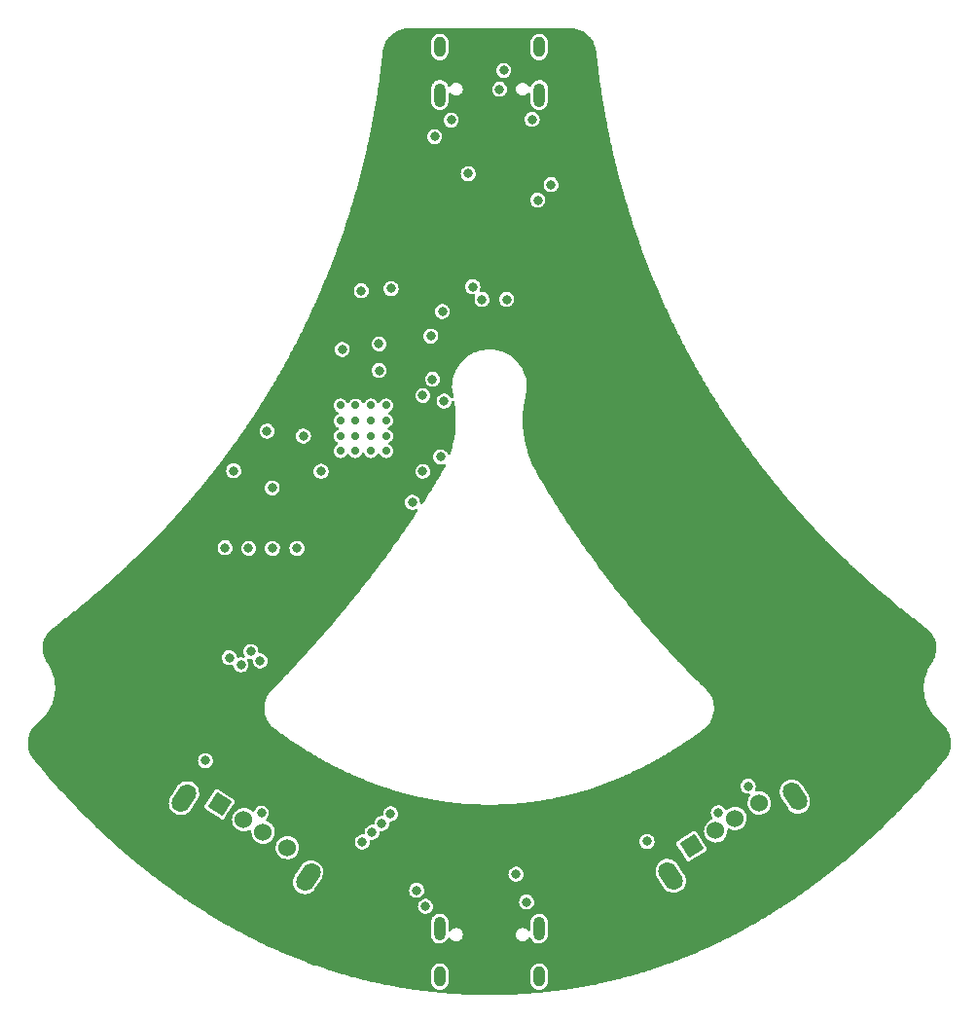
<source format=gbr>
%TF.GenerationSoftware,KiCad,Pcbnew,(6.0.8)*%
%TF.CreationDate,2022-12-04T22:26:40-08:00*%
%TF.ProjectId,Anduril USB Hub,416e6475-7269-46c2-9055-534220487562,rev?*%
%TF.SameCoordinates,Original*%
%TF.FileFunction,Copper,L3,Inr*%
%TF.FilePolarity,Positive*%
%FSLAX46Y46*%
G04 Gerber Fmt 4.6, Leading zero omitted, Abs format (unit mm)*
G04 Created by KiCad (PCBNEW (6.0.8)) date 2022-12-04 22:26:40*
%MOMM*%
%LPD*%
G01*
G04 APERTURE LIST*
G04 Aperture macros list*
%AMHorizOval*
0 Thick line with rounded ends*
0 $1 width*
0 $2 $3 position (X,Y) of the first rounded end (center of the circle)*
0 $4 $5 position (X,Y) of the second rounded end (center of the circle)*
0 Add line between two ends*
20,1,$1,$2,$3,$4,$5,0*
0 Add two circle primitives to create the rounded ends*
1,1,$1,$2,$3*
1,1,$1,$4,$5*%
%AMRotRect*
0 Rectangle, with rotation*
0 The origin of the aperture is its center*
0 $1 length*
0 $2 width*
0 $3 Rotation angle, in degrees counterclockwise*
0 Add horizontal line*
21,1,$1,$2,0,0,$3*%
G04 Aperture macros list end*
%TA.AperFunction,ComponentPad*%
%ADD10RotRect,1.524000X1.524000X32.500000*%
%TD*%
%TA.AperFunction,ComponentPad*%
%ADD11C,1.524000*%
%TD*%
%TA.AperFunction,ComponentPad*%
%ADD12HorizOval,1.600000X-0.268650X0.421696X0.268650X-0.421696X0*%
%TD*%
%TA.AperFunction,ComponentPad*%
%ADD13O,1.000000X2.100000*%
%TD*%
%TA.AperFunction,ComponentPad*%
%ADD14O,1.000000X1.800000*%
%TD*%
%TA.AperFunction,ComponentPad*%
%ADD15RotRect,1.524000X1.524000X327.500000*%
%TD*%
%TA.AperFunction,ComponentPad*%
%ADD16HorizOval,1.600000X-0.268650X-0.421696X0.268650X0.421696X0*%
%TD*%
%TA.AperFunction,ViaPad*%
%ADD17C,0.800000*%
%TD*%
%TA.AperFunction,ViaPad*%
%ADD18C,0.700000*%
%TD*%
G04 APERTURE END LIST*
D10*
%TO.N,Net-(F4-Pad1)*%
%TO.C,J4*%
X129968048Y-102118948D03*
D11*
%TO.N,Net-(J4-Pad2)*%
X132076527Y-100775699D03*
%TO.N,Net-(J4-Pad3)*%
X133763310Y-99701100D03*
%TO.N,GND*%
X135871788Y-98357851D03*
D12*
%TO.N,unconnected-(J4-Pad5)*%
X138962383Y-97811752D03*
X128166972Y-104689187D03*
%TD*%
D13*
%TO.N,unconnected-(J3-PadS1)*%
%TO.C,J3*%
X116708342Y-109276379D03*
X108068342Y-109276379D03*
D14*
X108068342Y-113456379D03*
X116708342Y-113456379D03*
%TD*%
D15*
%TO.N,Net-(F2-Pad1)*%
%TO.C,J2*%
X88904897Y-98473916D03*
D11*
%TO.N,Net-(J2-Pad2)*%
X91013376Y-99817165D03*
%TO.N,Net-(J2-Pad3)*%
X92700159Y-100891764D03*
%TO.N,GND*%
X94808637Y-102235013D03*
D16*
%TO.N,unconnected-(J2-Pad5)*%
X85814302Y-97927817D03*
X96609713Y-104805252D03*
%TD*%
D14*
%TO.N,unconnected-(J1-PadS1)*%
%TO.C,J1*%
X116708342Y-32606379D03*
D13*
X116708342Y-36786379D03*
X108068342Y-36786379D03*
D14*
X108068342Y-32606379D03*
%TD*%
D17*
%TO.N,+5V*%
X106838342Y-51406379D03*
X109550000Y-102950000D03*
X107988342Y-50106379D03*
X113600000Y-44575000D03*
X114725000Y-45925000D03*
X92375000Y-94125000D03*
X106100000Y-104050000D03*
X97088342Y-73306379D03*
X113625000Y-42475000D03*
X125000000Y-100100000D03*
X127500000Y-97150000D03*
X88600000Y-93000000D03*
%TO.N,P2 D-*%
X89775000Y-85725000D03*
X101325000Y-101750000D03*
%TO.N,P2 D+*%
X90775000Y-86350000D03*
X102175000Y-100900000D03*
%TO.N,P3 D-*%
X91625000Y-85175000D03*
X103025000Y-100125000D03*
%TO.N,P3 D+*%
X92450000Y-86000000D03*
X103800000Y-99300000D03*
%TO.N,VDD12*%
X107438342Y-61506379D03*
X99584578Y-58902614D03*
%TO.N,VDD33*%
X106588342Y-69506379D03*
X102788342Y-60731879D03*
X102776195Y-58419732D03*
X97738342Y-69506379D03*
X106588342Y-62906379D03*
D18*
%TO.N,GND*%
X100750000Y-66425000D03*
D17*
X108288342Y-55606379D03*
D18*
X102075000Y-67750000D03*
D17*
X106825000Y-107350000D03*
X93038342Y-66006379D03*
X103838342Y-53606379D03*
X115625000Y-106975000D03*
X87675000Y-94675000D03*
X107625000Y-40400000D03*
X113888342Y-54556379D03*
X93513342Y-76206379D03*
X107288342Y-57756379D03*
D18*
X102075000Y-65100000D03*
D17*
X106050000Y-105950000D03*
D18*
X103400000Y-66450000D03*
D17*
X110938342Y-53456379D03*
X105688342Y-72206379D03*
D18*
X102075000Y-63775000D03*
D17*
X91438342Y-76206379D03*
X134900000Y-96900000D03*
X101238342Y-53806379D03*
D18*
X100750000Y-65100000D03*
X102075000Y-66425000D03*
D17*
X116100000Y-38900000D03*
D18*
X100725000Y-67750000D03*
X99425000Y-63775000D03*
D17*
X93488342Y-70956879D03*
X92550000Y-99250000D03*
D18*
X99425000Y-66450000D03*
D17*
X116600000Y-45925000D03*
X108438342Y-63406379D03*
X89388342Y-76156379D03*
X110550000Y-43625000D03*
D18*
X103400000Y-63775000D03*
D17*
X108138342Y-68256379D03*
X132300000Y-99200000D03*
X95638342Y-76206379D03*
X117750000Y-44575000D03*
X96204428Y-66432419D03*
D18*
X103400000Y-65100000D03*
X99425000Y-67750000D03*
X103400000Y-67750000D03*
D17*
X90138342Y-69456379D03*
X109060342Y-38956379D03*
X111738342Y-54556379D03*
X114700000Y-104550000D03*
D18*
X100750000Y-63775000D03*
D17*
X126100000Y-101700000D03*
D18*
X99425000Y-65125000D03*
D17*
%TO.N,Net-(J1-PadA5)*%
X113632342Y-34640879D03*
X113269958Y-36278879D03*
%TD*%
%TA.AperFunction,Conductor*%
%TO.N,+5V*%
G36*
X119444100Y-30986205D02*
G01*
X119444501Y-30986285D01*
X119444503Y-30986285D01*
X119456672Y-30988701D01*
X119468840Y-30986276D01*
X119481252Y-30986272D01*
X119481252Y-30986659D01*
X119491814Y-30985940D01*
X119672716Y-30996991D01*
X119724271Y-31000140D01*
X119739612Y-31002027D01*
X119995591Y-31049603D01*
X120010586Y-31053355D01*
X120258797Y-31131912D01*
X120273221Y-31137471D01*
X120509962Y-31245838D01*
X120523596Y-31253122D01*
X120745278Y-31389657D01*
X120757917Y-31398555D01*
X120961213Y-31561206D01*
X120972668Y-31571585D01*
X121154520Y-31757908D01*
X121164617Y-31769611D01*
X121322285Y-31976798D01*
X121330871Y-31989645D01*
X121429538Y-32158916D01*
X121461984Y-32214580D01*
X121468933Y-32228382D01*
X121571523Y-32467698D01*
X121576724Y-32482234D01*
X121626647Y-32654398D01*
X121649236Y-32732297D01*
X121652622Y-32747379D01*
X121689591Y-32977226D01*
X121689918Y-32987893D01*
X121690292Y-32987856D01*
X121691508Y-33000208D01*
X121690290Y-33012558D01*
X121693892Y-33024435D01*
X121694106Y-33025142D01*
X121698897Y-33049102D01*
X121716126Y-33220426D01*
X121716085Y-33220869D01*
X121718585Y-33244876D01*
X121721019Y-33269080D01*
X121721149Y-33269504D01*
X121721152Y-33269524D01*
X121740251Y-33452930D01*
X121740259Y-33453011D01*
X121740260Y-33453038D01*
X121740221Y-33453479D01*
X121742830Y-33477707D01*
X121745326Y-33501673D01*
X121745457Y-33502097D01*
X121765204Y-33685445D01*
X121765166Y-33685884D01*
X121767827Y-33709800D01*
X121770440Y-33734065D01*
X121770573Y-33734487D01*
X121770575Y-33734502D01*
X121790950Y-33917645D01*
X121790913Y-33918090D01*
X121793689Y-33942266D01*
X121796211Y-33964935D01*
X121796357Y-33966251D01*
X121796491Y-33966673D01*
X121812120Y-34102798D01*
X121817498Y-34149644D01*
X121817499Y-34149650D01*
X121817499Y-34149652D01*
X121817464Y-34150092D01*
X121820313Y-34174168D01*
X121823077Y-34198239D01*
X121823212Y-34198659D01*
X121844846Y-34381456D01*
X121844813Y-34381895D01*
X121847738Y-34405894D01*
X121850594Y-34430024D01*
X121850728Y-34430436D01*
X121850733Y-34430465D01*
X121872987Y-34613043D01*
X121872989Y-34613065D01*
X121872958Y-34613498D01*
X121875971Y-34637521D01*
X121878907Y-34661609D01*
X121879044Y-34662027D01*
X121901925Y-34844461D01*
X121901895Y-34844902D01*
X121905022Y-34869152D01*
X121908012Y-34892993D01*
X121908147Y-34893400D01*
X121908150Y-34893417D01*
X121931649Y-35075657D01*
X121931651Y-35075677D01*
X121931623Y-35076107D01*
X121931785Y-35077328D01*
X121931785Y-35077331D01*
X121931908Y-35078256D01*
X121934801Y-35100098D01*
X121937906Y-35124179D01*
X121938046Y-35124594D01*
X121962165Y-35306682D01*
X121962139Y-35307114D01*
X121965381Y-35330958D01*
X121968588Y-35355167D01*
X121968729Y-35355580D01*
X121968731Y-35355594D01*
X121987664Y-35494834D01*
X121993462Y-35537472D01*
X121993464Y-35537492D01*
X121993439Y-35537926D01*
X121996812Y-35562106D01*
X122000055Y-35585957D01*
X122000196Y-35586365D01*
X122000196Y-35586367D01*
X122025544Y-35768096D01*
X122025546Y-35768113D01*
X122025523Y-35768538D01*
X122025696Y-35769748D01*
X122025697Y-35769759D01*
X122025703Y-35769798D01*
X122028955Y-35792544D01*
X122032304Y-35816551D01*
X122032442Y-35816947D01*
X122032446Y-35816969D01*
X122058405Y-35998526D01*
X122058406Y-35998533D01*
X122058384Y-35998956D01*
X122058557Y-36000136D01*
X122058558Y-36000148D01*
X122061846Y-36022593D01*
X122061907Y-36023020D01*
X122065151Y-36045709D01*
X122065155Y-36045728D01*
X122065329Y-36046947D01*
X122065474Y-36047358D01*
X122092043Y-36228747D01*
X122092022Y-36229179D01*
X122095632Y-36253254D01*
X122098381Y-36272017D01*
X122099132Y-36277147D01*
X122099276Y-36277552D01*
X122126453Y-36458779D01*
X122126434Y-36459205D01*
X122130081Y-36482971D01*
X122133707Y-36507154D01*
X122133851Y-36507553D01*
X122133854Y-36507569D01*
X122161631Y-36688601D01*
X122161633Y-36688617D01*
X122161615Y-36689041D01*
X122161801Y-36690228D01*
X122161802Y-36690235D01*
X122163451Y-36700745D01*
X122165395Y-36713131D01*
X122169052Y-36736965D01*
X122169198Y-36737366D01*
X122197581Y-36918251D01*
X122197565Y-36918680D01*
X122201426Y-36942755D01*
X122205165Y-36966583D01*
X122205310Y-36966978D01*
X122205313Y-36966990D01*
X122234293Y-37147689D01*
X122234295Y-37147705D01*
X122234280Y-37148129D01*
X122238225Y-37172209D01*
X122242042Y-37196008D01*
X122242188Y-37196402D01*
X122242190Y-37196412D01*
X122271769Y-37376951D01*
X122271771Y-37376967D01*
X122271758Y-37377384D01*
X122275759Y-37401301D01*
X122279681Y-37425240D01*
X122279830Y-37425637D01*
X122310006Y-37606024D01*
X122309994Y-37606450D01*
X122314092Y-37630455D01*
X122318078Y-37654280D01*
X122318228Y-37654675D01*
X122348998Y-37834899D01*
X122348988Y-37835324D01*
X122353180Y-37859392D01*
X122357233Y-37883131D01*
X122357383Y-37883522D01*
X122359092Y-37893334D01*
X122388742Y-38063573D01*
X122388745Y-38063595D01*
X122388736Y-38064008D01*
X122392984Y-38087928D01*
X122397140Y-38111789D01*
X122397291Y-38112180D01*
X122429241Y-38292082D01*
X122429234Y-38292502D01*
X122430918Y-38301806D01*
X122433519Y-38316175D01*
X122433593Y-38316585D01*
X122437797Y-38340257D01*
X122437949Y-38340647D01*
X122470487Y-38520393D01*
X122470481Y-38520808D01*
X122470694Y-38521964D01*
X122470695Y-38521970D01*
X122472046Y-38529296D01*
X122474852Y-38544509D01*
X122479202Y-38568538D01*
X122479354Y-38568923D01*
X122479359Y-38568946D01*
X122494823Y-38652791D01*
X122512477Y-38748512D01*
X122512473Y-38748926D01*
X122516923Y-38772616D01*
X122521352Y-38796630D01*
X122521505Y-38797016D01*
X122521509Y-38797031D01*
X122555210Y-38976441D01*
X122555207Y-38976858D01*
X122559777Y-39000753D01*
X122564244Y-39024534D01*
X122564399Y-39024919D01*
X122598684Y-39204188D01*
X122598682Y-39204602D01*
X122598906Y-39205755D01*
X122598907Y-39205759D01*
X122600342Y-39213132D01*
X122603330Y-39228481D01*
X122607876Y-39252252D01*
X122608031Y-39252634D01*
X122642894Y-39431751D01*
X122642894Y-39432160D01*
X122647562Y-39455735D01*
X122652243Y-39479782D01*
X122652398Y-39480160D01*
X122652404Y-39480184D01*
X122677705Y-39607948D01*
X122687839Y-39659124D01*
X122687840Y-39659532D01*
X122692604Y-39683184D01*
X122697345Y-39707127D01*
X122697503Y-39707509D01*
X122733515Y-39886312D01*
X122733517Y-39886721D01*
X122738371Y-39910424D01*
X122743177Y-39934287D01*
X122743332Y-39934659D01*
X122743338Y-39934682D01*
X122747814Y-39956538D01*
X122777912Y-40103514D01*
X122779915Y-40113297D01*
X122779918Y-40113316D01*
X122779922Y-40113725D01*
X122784909Y-40137684D01*
X122789737Y-40161261D01*
X122789894Y-40161634D01*
X122827050Y-40340145D01*
X122827055Y-40340552D01*
X122832045Y-40364141D01*
X122837022Y-40388054D01*
X122837183Y-40388433D01*
X122874911Y-40566794D01*
X122874917Y-40567205D01*
X122879986Y-40590788D01*
X122885037Y-40614667D01*
X122885201Y-40615049D01*
X122923506Y-40793261D01*
X122923514Y-40793674D01*
X122928689Y-40817373D01*
X122932109Y-40833282D01*
X122933790Y-40841105D01*
X122933952Y-40841480D01*
X122933956Y-40841495D01*
X122972836Y-41019546D01*
X122972845Y-41019962D01*
X122978129Y-41043785D01*
X122983276Y-41067357D01*
X122983439Y-41067730D01*
X122983442Y-41067740D01*
X122986721Y-41082522D01*
X123022902Y-41245653D01*
X123022912Y-41246067D01*
X123028268Y-41269850D01*
X123033498Y-41293429D01*
X123033662Y-41293804D01*
X123033665Y-41293813D01*
X123073697Y-41471565D01*
X123073700Y-41471583D01*
X123073712Y-41471988D01*
X123073972Y-41473123D01*
X123073974Y-41473137D01*
X123079075Y-41495442D01*
X123079168Y-41495851D01*
X123084193Y-41518167D01*
X123084197Y-41518180D01*
X123084452Y-41519314D01*
X123084618Y-41519688D01*
X123084621Y-41519700D01*
X123125232Y-41697310D01*
X123125234Y-41697322D01*
X123125247Y-41697728D01*
X123130718Y-41721302D01*
X123136141Y-41745018D01*
X123136309Y-41745393D01*
X123136312Y-41745405D01*
X123177501Y-41922872D01*
X123177515Y-41923285D01*
X123181776Y-41941375D01*
X123183075Y-41946890D01*
X123183169Y-41947295D01*
X123187524Y-41966058D01*
X123188564Y-41970541D01*
X123188734Y-41970918D01*
X123230502Y-42148249D01*
X123230518Y-42148660D01*
X123236146Y-42172210D01*
X123241721Y-42195879D01*
X123241891Y-42196250D01*
X123241896Y-42196268D01*
X123284235Y-42373434D01*
X123284237Y-42373446D01*
X123284254Y-42373851D01*
X123289939Y-42397301D01*
X123295611Y-42421034D01*
X123295784Y-42421411D01*
X123338706Y-42598450D01*
X123338724Y-42598861D01*
X123344497Y-42622340D01*
X123350235Y-42646006D01*
X123350406Y-42646376D01*
X123350411Y-42646392D01*
X123370156Y-42726689D01*
X123393907Y-42823276D01*
X123393927Y-42823688D01*
X123394211Y-42824826D01*
X123399723Y-42846930D01*
X123399822Y-42847332D01*
X123405308Y-42869642D01*
X123405311Y-42869651D01*
X123405592Y-42870795D01*
X123405767Y-42871170D01*
X123449843Y-43047921D01*
X123449864Y-43048331D01*
X123450149Y-43049459D01*
X123450150Y-43049463D01*
X123455788Y-43071761D01*
X123455888Y-43072162D01*
X123459844Y-43088025D01*
X123461683Y-43095402D01*
X123461859Y-43095776D01*
X123506510Y-43272383D01*
X123506533Y-43272795D01*
X123512559Y-43296304D01*
X123518505Y-43319824D01*
X123518682Y-43320197D01*
X123563911Y-43496661D01*
X123563935Y-43497075D01*
X123570069Y-43520687D01*
X123576061Y-43544065D01*
X123576236Y-43544429D01*
X123576242Y-43544448D01*
X123602318Y-43644823D01*
X123622046Y-43720762D01*
X123622071Y-43721171D01*
X123628219Y-43744524D01*
X123634350Y-43768124D01*
X123634530Y-43768496D01*
X123641287Y-43794161D01*
X123680908Y-43944659D01*
X123680912Y-43944679D01*
X123680938Y-43945085D01*
X123687183Y-43968498D01*
X123693370Y-43991997D01*
X123693551Y-43992368D01*
X123740510Y-44168406D01*
X123740538Y-44168818D01*
X123740842Y-44169941D01*
X123740843Y-44169948D01*
X123746869Y-44192245D01*
X123753123Y-44215689D01*
X123753303Y-44216054D01*
X123753308Y-44216071D01*
X123768264Y-44271412D01*
X123800842Y-44391957D01*
X123800871Y-44392369D01*
X123807291Y-44415820D01*
X123813609Y-44439199D01*
X123813792Y-44439568D01*
X123861905Y-44615323D01*
X123861936Y-44615735D01*
X123868443Y-44639203D01*
X123874827Y-44662525D01*
X123875010Y-44662891D01*
X123923701Y-44838513D01*
X123923733Y-44838920D01*
X123930241Y-44862099D01*
X123936775Y-44885667D01*
X123936959Y-44886032D01*
X123936966Y-44886053D01*
X123986228Y-45061511D01*
X123986261Y-45061923D01*
X123992921Y-45085352D01*
X123996100Y-45096673D01*
X123999456Y-45108627D01*
X123999640Y-45108989D01*
X123999644Y-45109001D01*
X124002729Y-45119853D01*
X124049486Y-45284331D01*
X124049521Y-45284743D01*
X124049843Y-45285862D01*
X124049847Y-45285879D01*
X124056188Y-45307910D01*
X124056301Y-45308305D01*
X124057706Y-45313245D01*
X124062868Y-45331404D01*
X124063053Y-45331765D01*
X124063059Y-45331783D01*
X124113475Y-45506965D01*
X124113477Y-45506975D01*
X124113513Y-45507381D01*
X124120313Y-45530723D01*
X124127012Y-45554000D01*
X124127200Y-45554365D01*
X124178199Y-45729425D01*
X124178236Y-45729837D01*
X124178566Y-45730956D01*
X124185149Y-45753284D01*
X124185263Y-45753676D01*
X124191559Y-45775288D01*
X124191562Y-45775298D01*
X124191887Y-45776412D01*
X124192075Y-45776774D01*
X124243653Y-45951700D01*
X124243691Y-45952110D01*
X124250600Y-45975264D01*
X124257493Y-45998641D01*
X124257680Y-45998998D01*
X124257686Y-45999014D01*
X124309833Y-46173781D01*
X124309836Y-46173794D01*
X124309876Y-46174201D01*
X124316915Y-46197514D01*
X124323829Y-46220687D01*
X124324020Y-46221048D01*
X124324022Y-46221055D01*
X124376749Y-46395697D01*
X124376753Y-46395712D01*
X124376793Y-46396110D01*
X124383825Y-46419129D01*
X124390896Y-46442551D01*
X124391088Y-46442912D01*
X124391094Y-46442929D01*
X124444396Y-46617424D01*
X124444398Y-46617434D01*
X124444440Y-46617836D01*
X124451585Y-46640958D01*
X124458694Y-46664231D01*
X124458887Y-46664589D01*
X124458888Y-46664592D01*
X124512770Y-46838962D01*
X124512773Y-46838976D01*
X124512817Y-46839380D01*
X124520083Y-46862625D01*
X124527222Y-46885729D01*
X124527415Y-46886087D01*
X124527418Y-46886094D01*
X124581876Y-47060323D01*
X124581881Y-47060341D01*
X124581925Y-47060743D01*
X124589248Y-47083908D01*
X124596480Y-47107045D01*
X124596675Y-47107404D01*
X124596678Y-47107411D01*
X124651715Y-47281507D01*
X124651719Y-47281521D01*
X124651764Y-47281922D01*
X124659156Y-47305046D01*
X124666469Y-47328177D01*
X124666663Y-47328530D01*
X124666671Y-47328551D01*
X124722279Y-47502494D01*
X124722286Y-47502520D01*
X124722333Y-47502921D01*
X124729828Y-47526107D01*
X124737188Y-47549128D01*
X124737383Y-47549480D01*
X124737390Y-47549498D01*
X124793583Y-47723326D01*
X124793586Y-47723335D01*
X124793634Y-47723739D01*
X124801167Y-47746785D01*
X124808638Y-47769896D01*
X124808835Y-47770251D01*
X124808841Y-47770265D01*
X124865612Y-47943947D01*
X124865619Y-47943972D01*
X124865669Y-47944378D01*
X124873353Y-47967628D01*
X124880823Y-47990483D01*
X124881023Y-47990839D01*
X124938388Y-48164423D01*
X124938440Y-48164831D01*
X124946123Y-48187827D01*
X124953744Y-48210889D01*
X124953945Y-48211243D01*
X124953949Y-48211254D01*
X125011889Y-48384681D01*
X125011894Y-48384697D01*
X125011946Y-48385104D01*
X125012322Y-48386217D01*
X125019667Y-48407967D01*
X125019797Y-48408354D01*
X125027399Y-48431108D01*
X125027601Y-48431463D01*
X125027606Y-48431475D01*
X125086131Y-48604771D01*
X125086136Y-48604788D01*
X125086190Y-48605192D01*
X125086568Y-48606298D01*
X125086571Y-48606310D01*
X125094009Y-48628100D01*
X125094141Y-48628489D01*
X125101417Y-48650034D01*
X125101423Y-48650048D01*
X125101794Y-48651148D01*
X125101995Y-48651498D01*
X125102001Y-48651513D01*
X125161113Y-48824683D01*
X125161117Y-48824695D01*
X125161172Y-48825100D01*
X125169079Y-48848020D01*
X125176924Y-48871001D01*
X125177129Y-48871356D01*
X125177134Y-48871368D01*
X125196878Y-48928595D01*
X125236836Y-49044415D01*
X125236893Y-49044822D01*
X125237279Y-49045929D01*
X125244763Y-49067396D01*
X125244897Y-49067782D01*
X125252411Y-49089562D01*
X125252416Y-49089574D01*
X125252795Y-49090673D01*
X125253003Y-49091029D01*
X125253008Y-49091042D01*
X125313293Y-49263951D01*
X125313296Y-49263960D01*
X125313354Y-49264363D01*
X125321383Y-49287150D01*
X125329405Y-49310159D01*
X125329616Y-49310518D01*
X125334001Y-49322964D01*
X125390493Y-49483297D01*
X125390497Y-49483309D01*
X125390556Y-49483717D01*
X125398749Y-49506729D01*
X125406758Y-49529461D01*
X125406967Y-49529814D01*
X125468440Y-49702481D01*
X125468501Y-49702889D01*
X125476670Y-49725600D01*
X125484851Y-49748578D01*
X125485063Y-49748933D01*
X125485069Y-49748946D01*
X125547126Y-49921466D01*
X125547189Y-49921876D01*
X125547592Y-49922986D01*
X125547593Y-49922988D01*
X125555396Y-49944460D01*
X125555534Y-49944842D01*
X125563289Y-49966400D01*
X125563689Y-49967511D01*
X125563901Y-49967863D01*
X125563905Y-49967872D01*
X125572520Y-49991577D01*
X125626557Y-50140268D01*
X125626621Y-50140677D01*
X125627028Y-50141785D01*
X125627029Y-50141789D01*
X125634907Y-50163248D01*
X125635049Y-50163636D01*
X125642862Y-50185135D01*
X125642866Y-50185144D01*
X125643271Y-50186259D01*
X125643486Y-50186614D01*
X125706732Y-50358882D01*
X125706798Y-50359295D01*
X125715290Y-50382193D01*
X125723597Y-50404819D01*
X125723812Y-50405171D01*
X125787656Y-50577318D01*
X125787723Y-50577726D01*
X125796202Y-50600360D01*
X125804671Y-50623196D01*
X125804888Y-50623549D01*
X125804889Y-50623552D01*
X125869322Y-50795556D01*
X125869326Y-50795569D01*
X125869394Y-50795973D01*
X125878003Y-50818727D01*
X125886491Y-50841385D01*
X125886709Y-50841737D01*
X125951743Y-51013621D01*
X125951814Y-51014036D01*
X125960542Y-51036876D01*
X125969060Y-51059389D01*
X125969279Y-51059740D01*
X125990595Y-51115521D01*
X126034916Y-51231504D01*
X126034922Y-51231522D01*
X126034993Y-51231930D01*
X126043759Y-51254644D01*
X126052388Y-51277225D01*
X126052610Y-51277578D01*
X126118859Y-51449240D01*
X126118933Y-51449657D01*
X126127860Y-51472561D01*
X126136478Y-51494893D01*
X126136699Y-51495242D01*
X126203550Y-51666773D01*
X126203554Y-51666784D01*
X126203627Y-51667191D01*
X126212555Y-51689877D01*
X126221322Y-51712373D01*
X126221545Y-51712722D01*
X126288991Y-51884111D01*
X126289066Y-51884518D01*
X126297951Y-51906878D01*
X126306908Y-51929640D01*
X126307132Y-51929989D01*
X126307139Y-51930005D01*
X126375159Y-52101194D01*
X126375165Y-52101213D01*
X126375241Y-52101614D01*
X126375680Y-52102709D01*
X126375682Y-52102714D01*
X126384179Y-52123896D01*
X126384333Y-52124281D01*
X126392795Y-52145578D01*
X126392799Y-52145587D01*
X126393233Y-52146679D01*
X126393455Y-52147022D01*
X126393465Y-52147045D01*
X126462061Y-52318039D01*
X126462067Y-52318056D01*
X126462144Y-52318459D01*
X126462586Y-52319550D01*
X126462589Y-52319559D01*
X126471161Y-52340725D01*
X126471316Y-52341110D01*
X126479840Y-52362359D01*
X126479846Y-52362371D01*
X126480284Y-52363464D01*
X126480509Y-52363808D01*
X126480518Y-52363828D01*
X126549682Y-52534611D01*
X126549689Y-52534631D01*
X126549767Y-52535034D01*
X126558933Y-52557454D01*
X126568055Y-52579979D01*
X126568284Y-52580328D01*
X126638020Y-52750907D01*
X126638101Y-52751315D01*
X126638550Y-52752404D01*
X126638555Y-52752417D01*
X126647275Y-52773546D01*
X126647435Y-52773935D01*
X126656538Y-52796202D01*
X126656765Y-52796545D01*
X126656771Y-52796559D01*
X126727054Y-52966873D01*
X126727058Y-52966884D01*
X126727139Y-52967288D01*
X126727593Y-52968378D01*
X126736313Y-52989313D01*
X126736473Y-52989697D01*
X126744434Y-53008988D01*
X126745722Y-53012110D01*
X126745953Y-53012456D01*
X126816788Y-53182517D01*
X126816871Y-53182925D01*
X126826261Y-53205262D01*
X126835602Y-53227687D01*
X126835831Y-53228029D01*
X126835838Y-53228043D01*
X126907198Y-53397786D01*
X126907205Y-53397806D01*
X126907289Y-53398210D01*
X126916789Y-53420601D01*
X126926167Y-53442908D01*
X126926400Y-53443253D01*
X126998299Y-53612712D01*
X126998386Y-53613122D01*
X126998854Y-53614216D01*
X126998857Y-53614223D01*
X127003123Y-53624186D01*
X127007980Y-53635528D01*
X127017411Y-53657756D01*
X127017642Y-53658094D01*
X127017644Y-53658099D01*
X127090061Y-53827224D01*
X127090065Y-53827235D01*
X127090152Y-53827639D01*
X127099781Y-53849923D01*
X127109324Y-53872210D01*
X127109560Y-53872555D01*
X127182488Y-54041329D01*
X127182492Y-54041340D01*
X127182580Y-54041743D01*
X127183051Y-54042824D01*
X127183054Y-54042831D01*
X127186146Y-54049921D01*
X127192226Y-54063865D01*
X127201898Y-54086248D01*
X127202138Y-54086595D01*
X127275570Y-54255000D01*
X127275661Y-54255411D01*
X127285459Y-54277680D01*
X127295127Y-54299851D01*
X127295363Y-54300190D01*
X127295370Y-54300205D01*
X127369291Y-54468206D01*
X127369295Y-54468216D01*
X127369386Y-54468620D01*
X127379215Y-54490761D01*
X127389000Y-54512998D01*
X127389238Y-54513338D01*
X127389243Y-54513348D01*
X127463660Y-54680971D01*
X127463665Y-54680983D01*
X127463756Y-54681383D01*
X127473721Y-54703630D01*
X127483519Y-54725701D01*
X127483757Y-54726039D01*
X127558684Y-54893323D01*
X127558691Y-54893340D01*
X127558784Y-54893742D01*
X127568753Y-54915805D01*
X127578691Y-54937992D01*
X127578933Y-54938333D01*
X127654374Y-55105289D01*
X127654469Y-55105691D01*
X127664462Y-55127615D01*
X127674522Y-55149877D01*
X127674760Y-55150210D01*
X127674770Y-55150229D01*
X127750711Y-55316827D01*
X127750713Y-55316832D01*
X127750809Y-55317235D01*
X127760958Y-55339306D01*
X127771007Y-55361352D01*
X127771251Y-55361690D01*
X127847708Y-55527967D01*
X127847806Y-55528369D01*
X127848303Y-55529441D01*
X127848304Y-55529443D01*
X127857902Y-55550138D01*
X127858038Y-55550431D01*
X127868150Y-55572422D01*
X127868395Y-55572760D01*
X127945358Y-55738695D01*
X127945457Y-55739098D01*
X127955673Y-55760935D01*
X127965945Y-55783082D01*
X127966193Y-55783421D01*
X128043661Y-55949014D01*
X128043763Y-55949421D01*
X128052069Y-55967023D01*
X128053993Y-55971101D01*
X128054170Y-55971477D01*
X128062620Y-55989538D01*
X128064397Y-55993337D01*
X128064643Y-55993672D01*
X128142623Y-56158934D01*
X128142725Y-56159336D01*
X128143229Y-56160394D01*
X128143231Y-56160400D01*
X128153044Y-56181020D01*
X128153106Y-56181150D01*
X128163503Y-56203184D01*
X128163752Y-56203520D01*
X128242237Y-56368443D01*
X128242340Y-56368844D01*
X128242850Y-56369907D01*
X128242851Y-56369909D01*
X128252708Y-56390446D01*
X128252888Y-56390824D01*
X128260307Y-56406413D01*
X128263263Y-56412625D01*
X128263513Y-56412961D01*
X128342505Y-56577548D01*
X128342609Y-56577948D01*
X128343122Y-56579008D01*
X128343125Y-56579015D01*
X128352958Y-56599330D01*
X128353139Y-56599705D01*
X128363159Y-56620584D01*
X128363164Y-56620593D01*
X128363675Y-56621658D01*
X128363924Y-56621990D01*
X128363934Y-56622008D01*
X128443426Y-56786246D01*
X128443531Y-56786646D01*
X128454075Y-56808250D01*
X128464741Y-56830286D01*
X128464991Y-56830616D01*
X128465002Y-56830637D01*
X128502235Y-56906920D01*
X128544998Y-56994535D01*
X128545106Y-56994939D01*
X128555837Y-57016742D01*
X128566461Y-57038509D01*
X128566713Y-57038841D01*
X128647223Y-57202420D01*
X128647333Y-57202826D01*
X128647859Y-57203886D01*
X128647863Y-57203895D01*
X128657519Y-57223351D01*
X128658189Y-57224700D01*
X128668832Y-57246325D01*
X128669084Y-57246654D01*
X128750102Y-57409903D01*
X128750213Y-57410308D01*
X128761148Y-57432160D01*
X128771855Y-57453735D01*
X128772108Y-57454063D01*
X128853633Y-57616983D01*
X128853744Y-57617384D01*
X128864662Y-57639024D01*
X128875529Y-57660741D01*
X128875785Y-57661070D01*
X128957814Y-57823657D01*
X128957926Y-57824057D01*
X128968861Y-57845553D01*
X128979853Y-57867341D01*
X128980112Y-57867672D01*
X129062646Y-58029927D01*
X129062760Y-58030325D01*
X129073766Y-58051787D01*
X129084080Y-58072062D01*
X129084830Y-58073537D01*
X129085089Y-58073866D01*
X129168127Y-58235788D01*
X129168243Y-58236189D01*
X129179390Y-58257750D01*
X129190456Y-58279328D01*
X129190715Y-58279655D01*
X129274258Y-58441245D01*
X129274376Y-58441648D01*
X129285665Y-58463308D01*
X129296732Y-58484714D01*
X129296990Y-58485038D01*
X129381038Y-58646300D01*
X129381042Y-58646309D01*
X129381159Y-58646704D01*
X129392427Y-58668152D01*
X129395463Y-58673976D01*
X129403656Y-58689696D01*
X129403915Y-58690018D01*
X129403922Y-58690031D01*
X129429758Y-58739205D01*
X129488468Y-58850952D01*
X129488473Y-58850963D01*
X129488591Y-58851357D01*
X129499895Y-58872701D01*
X129511229Y-58894274D01*
X129511490Y-58894598D01*
X129511496Y-58894608D01*
X129596551Y-59055208D01*
X129596672Y-59055608D01*
X129608128Y-59077069D01*
X129619452Y-59098450D01*
X129619715Y-59098772D01*
X129705280Y-59259057D01*
X129705401Y-59259453D01*
X129716834Y-59280702D01*
X129728322Y-59302221D01*
X129728585Y-59302542D01*
X129728592Y-59302555D01*
X129755995Y-59353482D01*
X129814648Y-59462487D01*
X129814656Y-59462505D01*
X129814778Y-59462898D01*
X129826326Y-59484191D01*
X129837839Y-59505588D01*
X129838101Y-59505905D01*
X129838110Y-59505920D01*
X129904998Y-59629254D01*
X129924679Y-59665543D01*
X129924803Y-59665938D01*
X129936396Y-59687147D01*
X129948006Y-59708555D01*
X129948273Y-59708876D01*
X130035347Y-59868179D01*
X130035473Y-59868577D01*
X130047205Y-59889874D01*
X130058816Y-59911116D01*
X130059083Y-59911435D01*
X130146662Y-60070413D01*
X130146667Y-60070423D01*
X130146792Y-60070814D01*
X130147361Y-60071838D01*
X130147363Y-60071843D01*
X130153400Y-60082716D01*
X130158510Y-60091920D01*
X130170275Y-60113277D01*
X130170541Y-60113594D01*
X130170547Y-60113603D01*
X130258620Y-60272240D01*
X130258629Y-60272258D01*
X130258756Y-60272649D01*
X130259330Y-60273675D01*
X130259333Y-60273681D01*
X130260389Y-60275568D01*
X130270611Y-60293838D01*
X130282379Y-60315034D01*
X130282648Y-60315352D01*
X130371237Y-60473686D01*
X130371367Y-60474082D01*
X130383315Y-60495273D01*
X130395130Y-60516390D01*
X130395399Y-60516705D01*
X130427893Y-60574336D01*
X130484491Y-60674720D01*
X130484622Y-60675114D01*
X130496564Y-60696133D01*
X130508523Y-60717343D01*
X130508793Y-60717657D01*
X130508800Y-60717669D01*
X130598389Y-60875349D01*
X130598522Y-60875745D01*
X130610605Y-60896851D01*
X130610730Y-60897071D01*
X130621976Y-60916864D01*
X130621982Y-60916873D01*
X130622563Y-60917896D01*
X130622834Y-60918209D01*
X130712934Y-61075582D01*
X130713067Y-61075974D01*
X130713652Y-61076988D01*
X130713654Y-61076992D01*
X130714330Y-61078164D01*
X130725168Y-61096950D01*
X130737246Y-61118046D01*
X130737512Y-61118352D01*
X130737521Y-61118366D01*
X130828117Y-61275405D01*
X130828124Y-61275418D01*
X130828255Y-61275802D01*
X130828838Y-61276804D01*
X130828839Y-61276807D01*
X130840303Y-61296529D01*
X130840509Y-61296886D01*
X130851975Y-61316761D01*
X130851983Y-61316774D01*
X130852573Y-61317796D01*
X130852847Y-61318108D01*
X130943951Y-61474840D01*
X130944087Y-61475232D01*
X130944681Y-61476247D01*
X130944683Y-61476250D01*
X130945439Y-61477540D01*
X130956323Y-61496124D01*
X130968542Y-61517145D01*
X130968814Y-61517453D01*
X130968822Y-61517466D01*
X131060420Y-61673864D01*
X131060428Y-61673879D01*
X131060562Y-61674261D01*
X131061152Y-61675261D01*
X131061161Y-61675278D01*
X131072731Y-61694884D01*
X131072943Y-61695244D01*
X131084551Y-61715065D01*
X131084560Y-61715078D01*
X131085154Y-61716093D01*
X131085428Y-61716401D01*
X131085438Y-61716417D01*
X131177542Y-61872499D01*
X131177680Y-61872889D01*
X131190046Y-61893689D01*
X131202410Y-61914641D01*
X131202682Y-61914946D01*
X131202693Y-61914962D01*
X131295294Y-62070716D01*
X131295301Y-62070730D01*
X131295441Y-62071120D01*
X131296046Y-62072129D01*
X131296047Y-62072132D01*
X131308011Y-62092105D01*
X131320308Y-62112789D01*
X131320584Y-62113095D01*
X131413706Y-62268562D01*
X131413846Y-62268950D01*
X131426321Y-62289622D01*
X131438849Y-62310538D01*
X131439129Y-62310847D01*
X131532751Y-62465990D01*
X131532893Y-62466380D01*
X131545490Y-62487100D01*
X131558033Y-62507886D01*
X131558313Y-62508193D01*
X131620141Y-62609893D01*
X131652434Y-62663011D01*
X131652441Y-62663024D01*
X131652583Y-62663410D01*
X131653195Y-62664410D01*
X131653202Y-62664422D01*
X131665169Y-62683961D01*
X131665385Y-62684315D01*
X131677249Y-62703830D01*
X131677859Y-62704833D01*
X131678133Y-62705132D01*
X131678143Y-62705146D01*
X131772766Y-62859645D01*
X131772773Y-62859659D01*
X131772916Y-62860041D01*
X131785638Y-62880661D01*
X131798328Y-62901381D01*
X131798610Y-62901687D01*
X131893747Y-63055884D01*
X131893893Y-63056273D01*
X131906709Y-63076893D01*
X131919440Y-63097528D01*
X131919722Y-63097832D01*
X132015365Y-63251718D01*
X132015512Y-63252104D01*
X132016136Y-63253101D01*
X132016139Y-63253106D01*
X132028192Y-63272357D01*
X132028413Y-63272711D01*
X132040568Y-63292269D01*
X132040573Y-63292276D01*
X132041195Y-63293277D01*
X132041477Y-63293578D01*
X132041487Y-63293592D01*
X132137622Y-63447143D01*
X132137627Y-63447153D01*
X132137774Y-63447535D01*
X132138397Y-63448522D01*
X132138401Y-63448530D01*
X132150674Y-63467989D01*
X132150897Y-63468345D01*
X132162961Y-63487616D01*
X132162966Y-63487624D01*
X132163592Y-63488623D01*
X132163875Y-63488924D01*
X132163880Y-63488931D01*
X132178439Y-63512016D01*
X132260527Y-63642178D01*
X132260678Y-63642568D01*
X132261311Y-63643564D01*
X132261313Y-63643568D01*
X132265549Y-63650236D01*
X132273766Y-63663170D01*
X132286631Y-63683570D01*
X132286913Y-63683868D01*
X132286918Y-63683875D01*
X132384074Y-63836813D01*
X132384225Y-63837199D01*
X132397297Y-63857628D01*
X132410312Y-63878116D01*
X132410595Y-63878413D01*
X132410603Y-63878424D01*
X132508256Y-64031040D01*
X132508263Y-64031052D01*
X132508414Y-64031433D01*
X132521547Y-64051810D01*
X132534635Y-64072264D01*
X132534923Y-64072564D01*
X132633092Y-64224879D01*
X132633246Y-64225265D01*
X132646480Y-64245652D01*
X132652258Y-64254616D01*
X132659602Y-64266011D01*
X132659890Y-64266308D01*
X132758563Y-64418310D01*
X132758720Y-64418700D01*
X132772152Y-64439243D01*
X132785209Y-64459357D01*
X132785495Y-64459651D01*
X132847125Y-64553909D01*
X132884681Y-64611349D01*
X132884837Y-64611732D01*
X132898179Y-64631993D01*
X132911460Y-64652305D01*
X132911750Y-64652600D01*
X133011439Y-64803985D01*
X133011596Y-64804368D01*
X133024985Y-64824555D01*
X133038350Y-64844851D01*
X133038638Y-64845143D01*
X133038644Y-64845151D01*
X133120280Y-64968238D01*
X133138839Y-64996220D01*
X133138997Y-64996602D01*
X133152460Y-65016757D01*
X133165885Y-65036999D01*
X133166176Y-65037292D01*
X133166182Y-65037300D01*
X133266878Y-65188052D01*
X133266882Y-65188059D01*
X133267040Y-65188436D01*
X133267695Y-65189410D01*
X133267700Y-65189418D01*
X133280383Y-65208272D01*
X133280612Y-65208613D01*
X133289277Y-65221585D01*
X133294060Y-65228745D01*
X133294355Y-65229040D01*
X133395563Y-65379489D01*
X133395725Y-65379872D01*
X133409383Y-65400031D01*
X133422877Y-65420091D01*
X133423170Y-65420382D01*
X133524891Y-65570527D01*
X133525053Y-65570908D01*
X133538718Y-65590937D01*
X133552337Y-65611039D01*
X133552632Y-65611330D01*
X133654858Y-65761162D01*
X133655022Y-65761544D01*
X133668824Y-65781633D01*
X133682438Y-65801586D01*
X133682730Y-65801872D01*
X133682738Y-65801882D01*
X133693531Y-65817592D01*
X133785463Y-65951395D01*
X133785471Y-65951409D01*
X133785633Y-65951781D01*
X133799370Y-65971635D01*
X133813179Y-65991733D01*
X133813475Y-65992022D01*
X133813481Y-65992030D01*
X133834023Y-66021718D01*
X133916720Y-66141238D01*
X133916886Y-66141617D01*
X133930755Y-66161522D01*
X133941554Y-66177129D01*
X133944564Y-66181480D01*
X133944861Y-66181767D01*
X134048612Y-66330674D01*
X134048780Y-66331055D01*
X134062812Y-66351055D01*
X134076588Y-66370826D01*
X134076882Y-66371109D01*
X134076889Y-66371118D01*
X134181142Y-66519706D01*
X134181150Y-66519719D01*
X134181317Y-66520094D01*
X134195413Y-66540045D01*
X134209255Y-66559774D01*
X134209552Y-66560058D01*
X134314327Y-66708356D01*
X134314495Y-66708731D01*
X134325046Y-66723562D01*
X134328486Y-66728398D01*
X134328722Y-66728732D01*
X134337429Y-66741055D01*
X134342563Y-66748322D01*
X134342864Y-66748608D01*
X134448146Y-66896597D01*
X134448315Y-66896970D01*
X134462331Y-66916536D01*
X134462443Y-66916693D01*
X134475823Y-66935502D01*
X134475831Y-66935512D01*
X134476511Y-66936468D01*
X134476813Y-66936753D01*
X134493472Y-66960009D01*
X134582598Y-67084427D01*
X134582606Y-67084439D01*
X134582776Y-67084811D01*
X134596973Y-67104494D01*
X134611101Y-67124216D01*
X134611399Y-67124495D01*
X134611406Y-67124504D01*
X134717700Y-67271869D01*
X134717712Y-67271887D01*
X134717879Y-67272251D01*
X134718560Y-67273189D01*
X134718568Y-67273201D01*
X134731928Y-67291597D01*
X134732166Y-67291925D01*
X134745647Y-67310615D01*
X134745654Y-67310624D01*
X134746333Y-67311565D01*
X134746632Y-67311843D01*
X134746647Y-67311862D01*
X134788094Y-67368930D01*
X134853451Y-67458919D01*
X134853624Y-67459292D01*
X134867889Y-67478799D01*
X134882206Y-67498512D01*
X134882511Y-67498794D01*
X134989834Y-67645556D01*
X134990011Y-67645933D01*
X135004550Y-67665679D01*
X135018722Y-67685059D01*
X135019023Y-67685335D01*
X135126868Y-67831805D01*
X135127042Y-67832174D01*
X135127734Y-67833107D01*
X135127737Y-67833112D01*
X135141221Y-67851302D01*
X135141460Y-67851625D01*
X135149334Y-67862318D01*
X135155879Y-67871207D01*
X135156184Y-67871485D01*
X135156195Y-67871499D01*
X135174273Y-67895884D01*
X135264534Y-68017640D01*
X135264540Y-68017648D01*
X135264715Y-68018015D01*
X135279149Y-68037353D01*
X135293680Y-68056954D01*
X135293983Y-68057230D01*
X135293991Y-68057239D01*
X135402851Y-68203083D01*
X135402854Y-68203087D01*
X135403032Y-68203457D01*
X135417517Y-68222732D01*
X135432123Y-68242300D01*
X135432425Y-68242572D01*
X135432441Y-68242591D01*
X135541803Y-68388115D01*
X135541810Y-68388126D01*
X135541990Y-68388495D01*
X135556724Y-68407968D01*
X135571211Y-68427246D01*
X135571516Y-68427519D01*
X135681413Y-68572768D01*
X135681592Y-68573135D01*
X135696156Y-68592254D01*
X135710937Y-68611790D01*
X135711246Y-68612065D01*
X135711253Y-68612074D01*
X135738376Y-68647679D01*
X135821650Y-68756999D01*
X135821655Y-68757007D01*
X135821837Y-68757375D01*
X135836662Y-68776706D01*
X135851309Y-68795934D01*
X135851614Y-68796203D01*
X135851622Y-68796213D01*
X135962542Y-68940846D01*
X135962725Y-68941214D01*
X135963444Y-68942145D01*
X135977364Y-68960174D01*
X135977613Y-68960498D01*
X135991597Y-68978733D01*
X135991607Y-68978745D01*
X135992322Y-68979677D01*
X135992633Y-68979950D01*
X136104073Y-69124283D01*
X136104257Y-69124651D01*
X136119188Y-69143861D01*
X136133980Y-69163018D01*
X136134287Y-69163286D01*
X136134292Y-69163291D01*
X136166323Y-69204499D01*
X136246247Y-69307322D01*
X136246432Y-69307689D01*
X136261372Y-69326780D01*
X136276279Y-69345959D01*
X136276590Y-69346228D01*
X136389062Y-69489957D01*
X136389249Y-69490325D01*
X136404317Y-69509452D01*
X136419221Y-69528498D01*
X136419524Y-69528758D01*
X136419536Y-69528772D01*
X136532521Y-69672193D01*
X136532525Y-69672198D01*
X136532710Y-69672559D01*
X136547826Y-69691620D01*
X136562807Y-69710636D01*
X136563114Y-69710898D01*
X136563123Y-69710909D01*
X136656165Y-69828228D01*
X136676628Y-69854031D01*
X136676816Y-69854395D01*
X136691908Y-69873298D01*
X136707035Y-69892373D01*
X136707347Y-69892639D01*
X136707353Y-69892645D01*
X136821363Y-70035450D01*
X136821376Y-70035468D01*
X136821564Y-70035828D01*
X136822296Y-70036738D01*
X136822299Y-70036743D01*
X136836671Y-70054625D01*
X136836929Y-70054947D01*
X136851179Y-70072797D01*
X136851188Y-70072807D01*
X136851908Y-70073709D01*
X136852220Y-70073972D01*
X136966766Y-70216498D01*
X136966957Y-70216861D01*
X136982240Y-70235751D01*
X136997423Y-70254643D01*
X136997735Y-70254904D01*
X136997740Y-70254910D01*
X137112809Y-70397139D01*
X137113002Y-70397504D01*
X137128437Y-70416457D01*
X137143591Y-70435187D01*
X137143904Y-70435448D01*
X137182537Y-70482884D01*
X137259513Y-70577400D01*
X137259521Y-70577411D01*
X137259712Y-70577769D01*
X137275110Y-70596551D01*
X137290422Y-70615352D01*
X137290738Y-70615613D01*
X137406886Y-70757287D01*
X137407079Y-70757645D01*
X137422462Y-70776285D01*
X137437913Y-70795132D01*
X137438230Y-70795392D01*
X137554906Y-70936775D01*
X137555100Y-70937133D01*
X137555842Y-70938026D01*
X137570375Y-70955521D01*
X137570635Y-70955835D01*
X137582822Y-70970602D01*
X137586054Y-70974519D01*
X137586373Y-70974780D01*
X137703575Y-71115866D01*
X137703770Y-71116223D01*
X137719248Y-71134733D01*
X137734846Y-71153510D01*
X137735165Y-71153769D01*
X137852885Y-71294550D01*
X137853084Y-71294912D01*
X137868854Y-71313647D01*
X137884280Y-71332096D01*
X137884596Y-71332350D01*
X138002845Y-71472839D01*
X138003040Y-71473191D01*
X138018537Y-71491483D01*
X138034357Y-71510278D01*
X138034679Y-71510536D01*
X138153433Y-71650705D01*
X138153632Y-71651061D01*
X138154384Y-71651943D01*
X138154388Y-71651948D01*
X138163493Y-71662625D01*
X138169345Y-71669487D01*
X138185068Y-71688045D01*
X138185385Y-71688298D01*
X138185392Y-71688305D01*
X138304641Y-71828139D01*
X138304656Y-71828159D01*
X138304855Y-71828512D01*
X138320811Y-71847101D01*
X138336412Y-71865395D01*
X138336729Y-71865645D01*
X138456507Y-72005187D01*
X138456707Y-72005539D01*
X138472485Y-72023801D01*
X138488382Y-72042321D01*
X138488704Y-72042574D01*
X138527202Y-72087132D01*
X138608966Y-72181768D01*
X138608982Y-72181789D01*
X138609182Y-72182139D01*
X138625177Y-72200532D01*
X138640975Y-72218817D01*
X138641295Y-72219067D01*
X138727152Y-72317794D01*
X138762061Y-72357936D01*
X138762076Y-72357954D01*
X138762276Y-72358303D01*
X138763035Y-72359170D01*
X138763042Y-72359179D01*
X138778213Y-72376512D01*
X138778479Y-72376817D01*
X138793428Y-72394007D01*
X138793438Y-72394017D01*
X138794189Y-72394881D01*
X138794507Y-72395127D01*
X138794515Y-72395136D01*
X138915779Y-72533678D01*
X138915985Y-72534032D01*
X138932093Y-72552315D01*
X138948013Y-72570504D01*
X138948335Y-72570752D01*
X139070098Y-72708962D01*
X139070304Y-72709313D01*
X139086413Y-72727480D01*
X139102452Y-72745685D01*
X139102772Y-72745930D01*
X139102782Y-72745940D01*
X139221436Y-72879748D01*
X139225018Y-72883788D01*
X139225027Y-72883799D01*
X139225230Y-72884145D01*
X139241321Y-72902174D01*
X139257494Y-72920413D01*
X139257815Y-72920657D01*
X139257822Y-72920664D01*
X139380671Y-73058309D01*
X139380685Y-73058327D01*
X139380993Y-73058844D01*
X139382125Y-73060100D01*
X139396995Y-73076601D01*
X139397399Y-73077052D01*
X139412019Y-73093434D01*
X139412026Y-73093441D01*
X139413138Y-73094687D01*
X139413618Y-73095048D01*
X139413630Y-73095061D01*
X139543628Y-73239318D01*
X139693219Y-73405317D01*
X139693244Y-73405348D01*
X139693653Y-73406024D01*
X139695116Y-73407627D01*
X139695117Y-73407628D01*
X139709420Y-73423298D01*
X139709840Y-73423761D01*
X139725732Y-73441396D01*
X139726374Y-73441875D01*
X139726403Y-73441904D01*
X140007890Y-73750294D01*
X140007919Y-73750329D01*
X140008334Y-73751006D01*
X140009813Y-73752606D01*
X140009824Y-73752619D01*
X140024321Y-73768300D01*
X140024842Y-73768866D01*
X140040641Y-73786175D01*
X140041277Y-73786643D01*
X140041310Y-73786676D01*
X140324583Y-74093089D01*
X140324614Y-74093126D01*
X140325030Y-74093795D01*
X140326514Y-74095380D01*
X140326520Y-74095387D01*
X140341050Y-74110906D01*
X140341592Y-74111489D01*
X140356071Y-74127150D01*
X140356079Y-74127157D01*
X140357562Y-74128762D01*
X140358206Y-74129230D01*
X140358231Y-74129254D01*
X140641901Y-74432219D01*
X140643284Y-74433696D01*
X140643313Y-74433730D01*
X140643735Y-74434399D01*
X140645228Y-74435973D01*
X140645231Y-74435977D01*
X140659862Y-74451406D01*
X140660409Y-74451987D01*
X140675001Y-74467572D01*
X140675014Y-74467584D01*
X140676491Y-74469162D01*
X140677133Y-74469622D01*
X140677162Y-74469650D01*
X140898613Y-74703186D01*
X140963990Y-74772131D01*
X140964015Y-74772160D01*
X140964441Y-74772826D01*
X140980907Y-74789972D01*
X140981174Y-74790253D01*
X140997418Y-74807383D01*
X140998065Y-74807841D01*
X140998077Y-74807852D01*
X141235600Y-75055192D01*
X141286687Y-75108390D01*
X141286714Y-75108421D01*
X141287142Y-75109080D01*
X141288645Y-75110626D01*
X141288655Y-75110637D01*
X141303518Y-75125921D01*
X141304066Y-75126488D01*
X141318834Y-75141866D01*
X141318845Y-75141876D01*
X141320339Y-75143432D01*
X141320985Y-75143883D01*
X141321007Y-75143903D01*
X141608302Y-75439329D01*
X141611376Y-75442490D01*
X141611399Y-75442516D01*
X141611830Y-75443172D01*
X141613341Y-75444706D01*
X141628279Y-75459876D01*
X141628829Y-75460439D01*
X141643732Y-75475763D01*
X141643740Y-75475770D01*
X141645245Y-75477318D01*
X141645893Y-75477764D01*
X141645919Y-75477788D01*
X141715236Y-75548178D01*
X141938038Y-75774427D01*
X141938065Y-75774457D01*
X141938498Y-75775107D01*
X141940019Y-75776632D01*
X141940025Y-75776639D01*
X141955099Y-75791756D01*
X141955632Y-75792293D01*
X141972130Y-75809046D01*
X141972776Y-75809485D01*
X141972804Y-75809510D01*
X142016978Y-75853809D01*
X142266680Y-76104220D01*
X142266704Y-76104246D01*
X142267140Y-76104893D01*
X142268667Y-76106405D01*
X142283802Y-76121395D01*
X142284358Y-76121949D01*
X142285593Y-76123187D01*
X142300986Y-76138624D01*
X142301633Y-76139058D01*
X142301664Y-76139086D01*
X142355077Y-76191986D01*
X142488001Y-76323633D01*
X142597281Y-76431864D01*
X142597308Y-76431893D01*
X142597749Y-76432537D01*
X142599277Y-76434032D01*
X142599281Y-76434036D01*
X142614667Y-76449086D01*
X142615110Y-76449522D01*
X142631809Y-76466060D01*
X142632456Y-76466488D01*
X142632479Y-76466509D01*
X142929853Y-76757383D01*
X142929878Y-76757410D01*
X142930318Y-76758045D01*
X142931853Y-76759528D01*
X142947175Y-76774331D01*
X142947732Y-76774872D01*
X142964588Y-76791359D01*
X142965235Y-76791782D01*
X142965264Y-76791807D01*
X143264372Y-77080771D01*
X143264394Y-77080795D01*
X143264839Y-77081427D01*
X143266381Y-77082898D01*
X143281822Y-77097632D01*
X143282385Y-77098173D01*
X143297779Y-77113046D01*
X143297798Y-77113063D01*
X143299318Y-77114531D01*
X143299967Y-77114949D01*
X143299997Y-77114975D01*
X143600844Y-77402043D01*
X143600856Y-77402055D01*
X143601307Y-77402689D01*
X143618589Y-77418978D01*
X143618951Y-77419321D01*
X143634463Y-77434123D01*
X143634472Y-77434130D01*
X143635994Y-77435583D01*
X143636642Y-77435994D01*
X143636670Y-77436018D01*
X143718792Y-77513417D01*
X143903286Y-77687301D01*
X143939236Y-77721184D01*
X143939263Y-77721212D01*
X143939714Y-77721837D01*
X143957036Y-77737963D01*
X143957506Y-77738404D01*
X143974607Y-77754521D01*
X143975254Y-77754925D01*
X143975286Y-77754953D01*
X144059793Y-77833625D01*
X144279581Y-78038239D01*
X144279602Y-78038260D01*
X144280054Y-78038879D01*
X144281598Y-78040299D01*
X144281604Y-78040305D01*
X144297368Y-78054802D01*
X144297928Y-78055320D01*
X144313609Y-78069918D01*
X144313615Y-78069923D01*
X144315150Y-78071352D01*
X144315801Y-78071755D01*
X144315827Y-78071777D01*
X144406443Y-78155106D01*
X144621843Y-78353187D01*
X144621863Y-78353208D01*
X144622318Y-78353822D01*
X144623868Y-78355230D01*
X144623875Y-78355237D01*
X144639727Y-78369636D01*
X144640297Y-78370157D01*
X144646486Y-78375848D01*
X144657616Y-78386084D01*
X144658269Y-78386482D01*
X144658294Y-78386502D01*
X144665182Y-78392759D01*
X144966018Y-78666039D01*
X144966043Y-78666064D01*
X144966500Y-78666674D01*
X144984181Y-78682540D01*
X144984598Y-78682917D01*
X145000453Y-78697320D01*
X145000458Y-78697324D01*
X145001998Y-78698723D01*
X145002648Y-78699114D01*
X145002667Y-78699129D01*
X145312125Y-78976827D01*
X145312136Y-78976838D01*
X145312595Y-78977442D01*
X145330185Y-78993035D01*
X145330601Y-78993406D01*
X145348289Y-79009279D01*
X145348940Y-79009664D01*
X145348969Y-79009688D01*
X145660114Y-79285515D01*
X145660134Y-79285534D01*
X145660594Y-79286133D01*
X145678391Y-79301720D01*
X145678836Y-79302112D01*
X145696486Y-79317758D01*
X145697135Y-79318138D01*
X145697168Y-79318164D01*
X145998814Y-79582337D01*
X146009997Y-79592131D01*
X146010029Y-79592162D01*
X146010490Y-79592754D01*
X146016400Y-79597867D01*
X146028418Y-79608266D01*
X146028987Y-79608762D01*
X146045017Y-79622801D01*
X146046576Y-79624166D01*
X146047224Y-79624539D01*
X146047253Y-79624562D01*
X146361783Y-79896697D01*
X146361817Y-79896730D01*
X146362277Y-79897313D01*
X146363846Y-79898654D01*
X146363849Y-79898657D01*
X146380246Y-79912673D01*
X146380752Y-79913109D01*
X146398555Y-79928512D01*
X146399208Y-79928883D01*
X146399229Y-79928900D01*
X146421404Y-79947855D01*
X146676842Y-80166200D01*
X146715464Y-80199214D01*
X146715482Y-80199231D01*
X146715948Y-80199816D01*
X146733991Y-80215054D01*
X146734453Y-80215447D01*
X146752417Y-80230802D01*
X146753065Y-80231165D01*
X146753093Y-80231187D01*
X147071008Y-80499675D01*
X147071030Y-80499695D01*
X147071496Y-80500273D01*
X147073071Y-80501587D01*
X147089566Y-80515351D01*
X147090140Y-80515832D01*
X147108152Y-80531044D01*
X147108804Y-80531404D01*
X147108823Y-80531419D01*
X147413439Y-80785592D01*
X147428418Y-80798090D01*
X147428448Y-80798118D01*
X147428914Y-80798688D01*
X147430488Y-80799986D01*
X147430495Y-80799992D01*
X147447049Y-80813640D01*
X147447622Y-80814115D01*
X147464177Y-80827929D01*
X147464193Y-80827941D01*
X147465757Y-80829246D01*
X147466408Y-80829601D01*
X147466435Y-80829622D01*
X147772585Y-81082018D01*
X147787703Y-81094482D01*
X147787725Y-81094502D01*
X147788196Y-81095071D01*
X147789774Y-81096357D01*
X147789778Y-81096360D01*
X147806428Y-81109923D01*
X147806999Y-81110391D01*
X147823654Y-81124122D01*
X147823670Y-81124134D01*
X147825224Y-81125415D01*
X147825867Y-81125761D01*
X147825902Y-81125787D01*
X148148840Y-81388843D01*
X148148866Y-81388867D01*
X148149334Y-81389426D01*
X148150902Y-81390688D01*
X148150903Y-81390689D01*
X148167669Y-81404184D01*
X148168074Y-81404512D01*
X148186544Y-81419556D01*
X148187193Y-81419900D01*
X148187222Y-81419921D01*
X148511832Y-81681191D01*
X148511850Y-81681207D01*
X148512321Y-81681764D01*
X148513902Y-81683021D01*
X148513905Y-81683024D01*
X148530673Y-81696359D01*
X148531250Y-81696820D01*
X148549711Y-81711679D01*
X148550361Y-81712018D01*
X148550384Y-81712034D01*
X148746549Y-81868043D01*
X148876637Y-81971502D01*
X148876679Y-81971539D01*
X148877150Y-81972089D01*
X148895885Y-81986812D01*
X148896392Y-81987214D01*
X148913148Y-82000540D01*
X148913160Y-82000549D01*
X148914721Y-82001790D01*
X148915363Y-82002121D01*
X148915388Y-82002138D01*
X149240358Y-82257516D01*
X149243310Y-82259836D01*
X149243340Y-82259862D01*
X149243815Y-82260410D01*
X149245398Y-82261639D01*
X149262445Y-82274877D01*
X149263019Y-82275325D01*
X149281562Y-82289897D01*
X149282206Y-82290224D01*
X149282229Y-82290240D01*
X149611803Y-82546168D01*
X149611832Y-82546192D01*
X149612308Y-82546735D01*
X149613893Y-82547952D01*
X149613901Y-82547958D01*
X149631143Y-82561188D01*
X149631722Y-82561635D01*
X149645009Y-82571953D01*
X149650229Y-82576007D01*
X149650871Y-82576328D01*
X149650897Y-82576347D01*
X149955289Y-82809921D01*
X149982120Y-82830510D01*
X149982147Y-82830533D01*
X149982624Y-82831070D01*
X150001604Y-82845462D01*
X150001977Y-82845747D01*
X150016431Y-82856838D01*
X150020718Y-82860128D01*
X150021362Y-82860446D01*
X150021378Y-82860457D01*
X150344260Y-83105294D01*
X150362137Y-83121798D01*
X150370997Y-83131726D01*
X150382172Y-83137117D01*
X150392085Y-83144588D01*
X150391892Y-83144844D01*
X150400784Y-83150634D01*
X150570570Y-83295070D01*
X150581309Y-83305359D01*
X150751772Y-83489164D01*
X150761227Y-83500650D01*
X150832003Y-83597800D01*
X150886814Y-83673036D01*
X150908839Y-83703269D01*
X150916869Y-83715782D01*
X151032759Y-83922252D01*
X151039571Y-83934388D01*
X151046072Y-83947765D01*
X151056942Y-83973960D01*
X151142152Y-84179315D01*
X151147032Y-84193368D01*
X151215146Y-84434612D01*
X151218335Y-84449137D01*
X151257542Y-84696749D01*
X151258997Y-84711551D01*
X151268563Y-84957396D01*
X151268744Y-84962054D01*
X151268443Y-84976921D01*
X151257763Y-85111395D01*
X151248596Y-85226816D01*
X151246545Y-85241551D01*
X151197380Y-85487369D01*
X151193606Y-85501759D01*
X151133863Y-85684769D01*
X151118127Y-85732975D01*
X151115812Y-85740065D01*
X151110370Y-85753906D01*
X151026799Y-85934370D01*
X151005024Y-85981390D01*
X150997986Y-85994497D01*
X150890189Y-86169598D01*
X150881220Y-86184166D01*
X150874358Y-86192659D01*
X150874611Y-86192836D01*
X150874272Y-86193319D01*
X150873983Y-86193550D01*
X150867280Y-86203168D01*
X150858604Y-86211473D01*
X150858589Y-86211507D01*
X150858560Y-86211535D01*
X150856753Y-86215644D01*
X150851750Y-86223575D01*
X150851749Y-86223576D01*
X150669093Y-86513127D01*
X150669086Y-86513139D01*
X150667494Y-86515663D01*
X150661952Y-86526652D01*
X150527350Y-86793542D01*
X150505773Y-86836324D01*
X150375421Y-87170967D01*
X150374600Y-87173867D01*
X150374598Y-87173874D01*
X150330717Y-87328936D01*
X150277630Y-87516530D01*
X150213293Y-87869854D01*
X150213039Y-87872860D01*
X150213038Y-87872864D01*
X150193938Y-88098499D01*
X150183000Y-88227708D01*
X150183588Y-88280116D01*
X150186945Y-88579473D01*
X150187027Y-88586819D01*
X150202257Y-88728779D01*
X150216112Y-88857915D01*
X150225337Y-88943904D01*
X150225945Y-88946865D01*
X150225946Y-88946871D01*
X150281950Y-89219581D01*
X150297581Y-89295696D01*
X150403097Y-89638979D01*
X150404248Y-89641749D01*
X150404250Y-89641754D01*
X150533597Y-89952992D01*
X150540921Y-89970614D01*
X150542342Y-89973281D01*
X150706155Y-90280741D01*
X150709792Y-90287568D01*
X150908166Y-90586942D01*
X151134229Y-90865999D01*
X151385914Y-91122186D01*
X151657601Y-91350376D01*
X151660522Y-91353682D01*
X151660573Y-91353707D01*
X151660611Y-91353750D01*
X151671623Y-91359123D01*
X151680286Y-91365729D01*
X151681569Y-91366650D01*
X151681797Y-91366824D01*
X151681558Y-91367137D01*
X151690224Y-91372854D01*
X151868666Y-91526962D01*
X151879832Y-91537885D01*
X152056178Y-91733206D01*
X152065907Y-91745427D01*
X152207800Y-91948298D01*
X152216727Y-91961062D01*
X152224870Y-91974393D01*
X152347853Y-92207042D01*
X152354283Y-92221277D01*
X152447536Y-92467358D01*
X152452155Y-92482281D01*
X152514240Y-92738002D01*
X152516977Y-92753381D01*
X152546943Y-93014813D01*
X152547757Y-93030412D01*
X152547038Y-93102855D01*
X152545611Y-93246653D01*
X152545145Y-93293555D01*
X152544022Y-93309130D01*
X152509426Y-93565804D01*
X152508870Y-93569926D01*
X152505829Y-93585244D01*
X152454326Y-93780390D01*
X152438675Y-93839693D01*
X152433760Y-93854520D01*
X152337288Y-94094599D01*
X152335643Y-94098692D01*
X152328932Y-94112795D01*
X152201725Y-94342286D01*
X152201354Y-94342955D01*
X152192951Y-94356117D01*
X152117975Y-94458908D01*
X152053848Y-94546823D01*
X152046752Y-94554299D01*
X152047092Y-94554581D01*
X152039171Y-94564135D01*
X152029538Y-94571960D01*
X152023634Y-94582875D01*
X152023633Y-94582876D01*
X152023590Y-94582955D01*
X152009659Y-94603552D01*
X151888322Y-94749516D01*
X151888073Y-94749814D01*
X151743136Y-94923080D01*
X151742886Y-94923378D01*
X151596837Y-95096881D01*
X151596584Y-95097180D01*
X151450488Y-95269648D01*
X151450266Y-95269911D01*
X151303333Y-95442276D01*
X151155774Y-95614284D01*
X151007600Y-95785913D01*
X150859074Y-95956860D01*
X150710088Y-96127243D01*
X150709825Y-96127543D01*
X150560300Y-96297454D01*
X150560034Y-96297755D01*
X150503205Y-96361919D01*
X150410440Y-96466657D01*
X150410228Y-96466896D01*
X150409961Y-96467197D01*
X150271389Y-96622651D01*
X150259121Y-96636413D01*
X150116007Y-96795929D01*
X150108315Y-96804502D01*
X150108044Y-96804803D01*
X149956199Y-96972959D01*
X149956002Y-96973177D01*
X149803875Y-97140556D01*
X149650831Y-97307853D01*
X149572727Y-97392676D01*
X149497624Y-97474239D01*
X149497345Y-97474541D01*
X149343850Y-97640153D01*
X149343570Y-97640454D01*
X149189150Y-97805977D01*
X149188867Y-97806279D01*
X149113110Y-97886951D01*
X149035235Y-97969878D01*
X149034445Y-97970719D01*
X149034161Y-97971021D01*
X148878730Y-98135447D01*
X148878444Y-98135749D01*
X148722331Y-98299808D01*
X148722042Y-98300109D01*
X148574881Y-98453739D01*
X148565684Y-98463340D01*
X148408455Y-98626392D01*
X148250647Y-98788956D01*
X148201731Y-98839010D01*
X148092402Y-98950883D01*
X148092107Y-98951184D01*
X147933557Y-99112341D01*
X147933258Y-99112644D01*
X147890716Y-99155595D01*
X147773971Y-99273461D01*
X147614033Y-99433852D01*
X147613890Y-99433995D01*
X147453297Y-99593956D01*
X147452993Y-99594257D01*
X147292349Y-99753187D01*
X147292044Y-99753488D01*
X147130366Y-99912356D01*
X147079457Y-99962039D01*
X146968446Y-100070376D01*
X146968135Y-100070678D01*
X146805651Y-100228161D01*
X146805338Y-100228463D01*
X146642241Y-100385451D01*
X146641925Y-100385754D01*
X146478450Y-100542016D01*
X146478132Y-100542319D01*
X146314080Y-100698042D01*
X146313760Y-100698345D01*
X146149201Y-100853458D01*
X146148879Y-100853761D01*
X145983519Y-101008536D01*
X145983193Y-101008839D01*
X145817854Y-101162503D01*
X145817527Y-101162806D01*
X145651128Y-101316361D01*
X145650885Y-101316585D01*
X145483836Y-101469642D01*
X145328297Y-101611135D01*
X145316463Y-101621900D01*
X145316128Y-101622203D01*
X145148271Y-101773804D01*
X145147935Y-101774107D01*
X145049831Y-101862072D01*
X144979466Y-101925164D01*
X144973969Y-101930057D01*
X144810314Y-102075734D01*
X144809971Y-102076038D01*
X144749701Y-102129295D01*
X144640415Y-102225865D01*
X144470037Y-102375317D01*
X144299200Y-102524069D01*
X144148648Y-102654189D01*
X144127660Y-102672329D01*
X144127306Y-102672633D01*
X143956107Y-102819495D01*
X143955753Y-102819798D01*
X143948301Y-102826143D01*
X143783259Y-102966667D01*
X143629253Y-103096810D01*
X143610247Y-103112871D01*
X143609886Y-103113174D01*
X143437058Y-103258118D01*
X143436696Y-103258421D01*
X143262331Y-103403545D01*
X143133607Y-103509864D01*
X143088017Y-103547519D01*
X143087650Y-103547821D01*
X142912878Y-103691067D01*
X142912507Y-103691370D01*
X142737032Y-103834081D01*
X142736659Y-103834383D01*
X142560747Y-103976340D01*
X142560372Y-103976641D01*
X142383724Y-104118081D01*
X142383407Y-104118334D01*
X142209491Y-104256496D01*
X142206326Y-104259010D01*
X142205944Y-104259312D01*
X142028374Y-104399260D01*
X142027991Y-104399561D01*
X141849875Y-104538827D01*
X141688160Y-104664264D01*
X141671093Y-104677502D01*
X141670688Y-104677815D01*
X141473689Y-104829343D01*
X141473266Y-104829667D01*
X141276146Y-104979965D01*
X141275718Y-104980290D01*
X141258183Y-104993542D01*
X141077651Y-105129977D01*
X140879024Y-105278752D01*
X140878742Y-105278962D01*
X140679419Y-105426921D01*
X140679142Y-105427126D01*
X140526479Y-105539426D01*
X140479492Y-105573990D01*
X140479049Y-105574314D01*
X140281240Y-105718500D01*
X140279035Y-105720107D01*
X140278622Y-105720407D01*
X140077416Y-105865723D01*
X139877486Y-106008782D01*
X139876028Y-106009825D01*
X139875574Y-106010149D01*
X139673359Y-106153492D01*
X139672901Y-106153815D01*
X139539501Y-106247490D01*
X139471706Y-106295097D01*
X139470619Y-106295860D01*
X139470199Y-106296153D01*
X139274307Y-106432408D01*
X139266832Y-106437607D01*
X139266422Y-106437891D01*
X139260498Y-106441972D01*
X139062768Y-106578190D01*
X139062299Y-106578512D01*
X138944137Y-106659131D01*
X138858761Y-106717381D01*
X138857821Y-106718022D01*
X138857351Y-106718341D01*
X138664285Y-106848785D01*
X138652154Y-106856981D01*
X138651778Y-106857233D01*
X138471804Y-106977641D01*
X138446248Y-106994739D01*
X138445783Y-106995049D01*
X138430287Y-107005314D01*
X138239530Y-107131675D01*
X138239046Y-107131994D01*
X138032262Y-107267606D01*
X138031775Y-107267924D01*
X138004277Y-107285777D01*
X137824098Y-107402755D01*
X137685098Y-107492084D01*
X137615820Y-107536606D01*
X137615325Y-107536923D01*
X137406778Y-107669577D01*
X137406302Y-107669879D01*
X137196645Y-107801866D01*
X137196377Y-107802034D01*
X137140602Y-107836781D01*
X136986158Y-107932997D01*
X136985652Y-107933310D01*
X136775071Y-108063122D01*
X136774562Y-108063434D01*
X136725154Y-108093569D01*
X136563186Y-108192357D01*
X136562790Y-108192597D01*
X136350609Y-108320628D01*
X136350226Y-108320858D01*
X136137499Y-108447836D01*
X135947824Y-108559823D01*
X135924183Y-108573781D01*
X135923712Y-108574058D01*
X135921575Y-108575306D01*
X135709514Y-108699135D01*
X135708988Y-108699440D01*
X135621142Y-108750169D01*
X135494623Y-108823230D01*
X135494349Y-108823387D01*
X135279058Y-108946323D01*
X135278591Y-108946588D01*
X135275885Y-108948116D01*
X135062799Y-109068420D01*
X135062260Y-109068723D01*
X134845681Y-109189601D01*
X134845138Y-109189902D01*
X134628191Y-109309588D01*
X134627715Y-109309849D01*
X134472790Y-109394324D01*
X134410354Y-109428368D01*
X134409818Y-109428658D01*
X134233295Y-109523776D01*
X134192028Y-109546012D01*
X134191529Y-109546280D01*
X134060941Y-109615810D01*
X133973093Y-109662584D01*
X133972539Y-109662877D01*
X133967844Y-109665347D01*
X133786435Y-109760781D01*
X133753859Y-109777918D01*
X133753337Y-109778191D01*
X133748243Y-109780838D01*
X133534352Y-109891996D01*
X133533791Y-109892286D01*
X133314059Y-110005085D01*
X133313494Y-110005373D01*
X133093521Y-110116900D01*
X133092953Y-110117186D01*
X132872410Y-110227606D01*
X132871873Y-110227874D01*
X132651016Y-110337058D01*
X132650540Y-110337292D01*
X132429124Y-110445356D01*
X132428676Y-110445574D01*
X132345615Y-110485590D01*
X132206825Y-110552454D01*
X132206244Y-110552731D01*
X131984299Y-110658263D01*
X131983715Y-110658540D01*
X131922644Y-110687195D01*
X131760936Y-110763070D01*
X131760615Y-110763219D01*
X131676459Y-110802180D01*
X131537525Y-110866500D01*
X131536934Y-110866772D01*
X131313482Y-110968822D01*
X131312890Y-110969090D01*
X131089431Y-111069755D01*
X131088836Y-111070022D01*
X130864580Y-111169652D01*
X130863982Y-111169916D01*
X130639081Y-111268439D01*
X130638480Y-111268700D01*
X130413710Y-111365776D01*
X130413106Y-111366035D01*
X130187684Y-111462001D01*
X130187079Y-111462257D01*
X129961147Y-111557051D01*
X129960537Y-111557305D01*
X129864814Y-111596878D01*
X129733967Y-111650973D01*
X129733594Y-111651126D01*
X129506764Y-111743511D01*
X129506312Y-111743694D01*
X129278771Y-111834977D01*
X129278215Y-111835198D01*
X129050430Y-111925188D01*
X128821939Y-112014067D01*
X128821628Y-112014187D01*
X128750204Y-112041536D01*
X128592882Y-112101775D01*
X128592258Y-112102012D01*
X128547897Y-112118729D01*
X128363337Y-112188279D01*
X128362856Y-112188458D01*
X128313751Y-112206666D01*
X128133341Y-112273560D01*
X128132713Y-112273791D01*
X128043743Y-112306244D01*
X127902945Y-112357602D01*
X127902481Y-112357770D01*
X127671869Y-112440496D01*
X127440794Y-112521999D01*
X127440261Y-112522185D01*
X127209149Y-112602313D01*
X127208515Y-112602531D01*
X126976729Y-112681503D01*
X126976257Y-112681661D01*
X126744215Y-112759331D01*
X126743708Y-112759500D01*
X126511042Y-112835988D01*
X126510473Y-112836173D01*
X126277664Y-112911320D01*
X126277017Y-112911527D01*
X126202329Y-112935191D01*
X126043646Y-112985467D01*
X126043223Y-112985600D01*
X125809071Y-113058397D01*
X125808836Y-113058469D01*
X125574577Y-113129909D01*
X125573922Y-113130107D01*
X125338935Y-113200377D01*
X125338279Y-113200571D01*
X125220977Y-113234956D01*
X125103310Y-113269448D01*
X125102904Y-113269566D01*
X124867161Y-113337280D01*
X124866500Y-113337468D01*
X124630389Y-113403896D01*
X124629728Y-113404080D01*
X124393428Y-113469174D01*
X124392765Y-113469355D01*
X124155766Y-113533252D01*
X124155099Y-113533430D01*
X124113624Y-113544369D01*
X123917414Y-113596118D01*
X123917081Y-113596205D01*
X123679203Y-113657550D01*
X123678690Y-113657682D01*
X123594180Y-113678982D01*
X123439995Y-113717844D01*
X123439325Y-113718011D01*
X123333504Y-113744067D01*
X123200562Y-113776801D01*
X123200113Y-113776910D01*
X123050833Y-113812798D01*
X122960647Y-113834479D01*
X122959973Y-113834638D01*
X122720192Y-113890891D01*
X122719580Y-113891034D01*
X122479119Y-113946053D01*
X122478669Y-113946155D01*
X122374759Y-113969330D01*
X122237888Y-113999856D01*
X122237210Y-114000005D01*
X121996087Y-114052390D01*
X121995409Y-114052535D01*
X121753943Y-114103604D01*
X121753263Y-114103746D01*
X121511087Y-114153573D01*
X121510607Y-114153670D01*
X121455081Y-114164775D01*
X121268264Y-114202138D01*
X121267582Y-114202273D01*
X121181219Y-114219050D01*
X121024514Y-114249492D01*
X121024075Y-114249576D01*
X120780473Y-114295503D01*
X120780102Y-114295572D01*
X120536260Y-114340149D01*
X120535769Y-114340238D01*
X120403392Y-114363682D01*
X120291814Y-114383442D01*
X120291127Y-114383562D01*
X120046687Y-114425459D01*
X120046002Y-114425574D01*
X119801723Y-114466059D01*
X119801038Y-114466171D01*
X119556524Y-114505312D01*
X119555839Y-114505420D01*
X119311138Y-114543211D01*
X119310453Y-114543315D01*
X119267183Y-114549754D01*
X119065543Y-114579759D01*
X119065183Y-114579812D01*
X118980677Y-114591913D01*
X118820105Y-114614906D01*
X118819422Y-114615002D01*
X118680606Y-114634104D01*
X118574480Y-114648707D01*
X118573836Y-114648794D01*
X118328576Y-114681175D01*
X118327892Y-114681263D01*
X118160348Y-114702451D01*
X118082857Y-114712250D01*
X118082280Y-114712322D01*
X117840005Y-114741617D01*
X117836647Y-114742023D01*
X117835965Y-114742104D01*
X117590440Y-114770432D01*
X117589812Y-114770503D01*
X117542438Y-114775707D01*
X117343948Y-114797512D01*
X117343267Y-114797584D01*
X117097878Y-114823192D01*
X117097197Y-114823262D01*
X116866804Y-114846040D01*
X116797045Y-114832837D01*
X116790302Y-114826450D01*
X116734931Y-114857367D01*
X116718703Y-114859959D01*
X116604623Y-114870613D01*
X116603944Y-114870675D01*
X116357673Y-114892331D01*
X116357336Y-114892360D01*
X116110614Y-114912712D01*
X116110295Y-114912737D01*
X115863752Y-114931735D01*
X115863280Y-114931770D01*
X115616608Y-114949444D01*
X115616034Y-114949483D01*
X115369329Y-114965827D01*
X115368866Y-114965856D01*
X115269269Y-114971918D01*
X115122068Y-114980877D01*
X115121396Y-114980916D01*
X115007552Y-114987235D01*
X114874427Y-114994623D01*
X114874045Y-114994643D01*
X114761439Y-115000289D01*
X114627002Y-115007029D01*
X114626333Y-115007061D01*
X114531429Y-115011313D01*
X114378949Y-115018144D01*
X114378595Y-115018159D01*
X114131261Y-115027922D01*
X114130740Y-115027942D01*
X113883383Y-115036392D01*
X113883053Y-115036403D01*
X113635079Y-115043561D01*
X113634567Y-115043575D01*
X113386933Y-115049415D01*
X113386500Y-115049424D01*
X113252011Y-115051888D01*
X113138668Y-115053964D01*
X113138007Y-115053974D01*
X112890428Y-115057210D01*
X112889768Y-115057217D01*
X112764959Y-115058195D01*
X112641513Y-115059161D01*
X112641216Y-115059163D01*
X112455711Y-115059647D01*
X112393050Y-115059810D01*
X112392394Y-115059810D01*
X112328203Y-115059643D01*
X112144086Y-115059162D01*
X112143789Y-115059160D01*
X112014523Y-115058148D01*
X111895852Y-115057218D01*
X111895194Y-115057211D01*
X111647861Y-115053981D01*
X111647200Y-115053971D01*
X111550096Y-115052193D01*
X111399731Y-115049440D01*
X111399338Y-115049432D01*
X111288441Y-115046818D01*
X111152310Y-115043609D01*
X111151649Y-115043592D01*
X110904739Y-115036473D01*
X110904074Y-115036452D01*
X110657307Y-115028034D01*
X110656641Y-115028009D01*
X110410560Y-115018311D01*
X110409894Y-115018283D01*
X110163778Y-115007279D01*
X110163110Y-115007248D01*
X110019142Y-115000045D01*
X109916864Y-114994928D01*
X109916415Y-114994903D01*
X109670910Y-114981312D01*
X109670241Y-114981274D01*
X109424504Y-114966358D01*
X109423833Y-114966315D01*
X109178556Y-114950112D01*
X109178098Y-114950081D01*
X109080234Y-114943091D01*
X108933059Y-114932580D01*
X108932387Y-114932530D01*
X108736730Y-114917503D01*
X108687559Y-114913727D01*
X108687010Y-114913684D01*
X108612318Y-114907545D01*
X108442332Y-114893574D01*
X108441659Y-114893516D01*
X108254068Y-114877085D01*
X108197131Y-114872098D01*
X108196623Y-114872052D01*
X108142766Y-114867043D01*
X108089351Y-114862074D01*
X108023376Y-114835849D01*
X107984849Y-114782025D01*
X107949278Y-114822378D01*
X107880990Y-114841800D01*
X107869725Y-114841199D01*
X107757582Y-114830161D01*
X107708153Y-114825295D01*
X107707477Y-114825227D01*
X107463567Y-114799890D01*
X107462892Y-114799818D01*
X107313839Y-114783522D01*
X107219494Y-114773207D01*
X107219018Y-114773153D01*
X106975492Y-114745199D01*
X106974934Y-114745133D01*
X106847808Y-114729843D01*
X106732044Y-114715919D01*
X106731368Y-114715836D01*
X106663054Y-114707245D01*
X106488570Y-114685302D01*
X106488161Y-114685249D01*
X106245282Y-114653366D01*
X106244918Y-114653318D01*
X106046088Y-114626122D01*
X106002379Y-114620143D01*
X106001703Y-114620048D01*
X105854423Y-114599089D01*
X105759647Y-114585602D01*
X105759170Y-114585533D01*
X105541574Y-114553360D01*
X105517186Y-114549754D01*
X105516511Y-114549652D01*
X105386379Y-114529690D01*
X105274857Y-114512582D01*
X105274330Y-114512499D01*
X105032944Y-114474126D01*
X105032508Y-114474056D01*
X104862475Y-114446077D01*
X104791083Y-114434329D01*
X104790408Y-114434216D01*
X104642032Y-114408971D01*
X104549279Y-114393189D01*
X104548948Y-114393132D01*
X104307935Y-114350774D01*
X104307293Y-114350659D01*
X104066912Y-114307059D01*
X104066236Y-114306935D01*
X103825904Y-114261988D01*
X103825230Y-114261860D01*
X103699798Y-114237694D01*
X103585053Y-114215587D01*
X103584721Y-114215522D01*
X103344614Y-114167900D01*
X103344334Y-114167843D01*
X103104378Y-114118888D01*
X103103786Y-114118765D01*
X103074647Y-114112654D01*
X102864419Y-114068565D01*
X102863974Y-114068471D01*
X102728084Y-114039196D01*
X102624773Y-114016940D01*
X102624101Y-114016793D01*
X102385134Y-113963944D01*
X102384544Y-113963812D01*
X102231062Y-113928988D01*
X102145639Y-113909606D01*
X102144966Y-113909451D01*
X102105209Y-113900201D01*
X107317842Y-113900201D01*
X107332999Y-114030207D01*
X107335495Y-114037084D01*
X107335496Y-114037087D01*
X107383995Y-114170698D01*
X107392711Y-114194710D01*
X107488665Y-114341064D01*
X107615714Y-114461419D01*
X107767044Y-114549318D01*
X107774049Y-114551440D01*
X107774050Y-114551440D01*
X107918584Y-114595215D01*
X107977982Y-114634104D01*
X107996569Y-114675737D01*
X108013848Y-114645639D01*
X108076872Y-114612952D01*
X108094642Y-114611796D01*
X108094589Y-114610824D01*
X108101894Y-114610429D01*
X108109204Y-114610882D01*
X108116420Y-114609642D01*
X108116422Y-114609642D01*
X108274467Y-114582485D01*
X108274469Y-114582484D01*
X108281682Y-114581245D01*
X108442715Y-114512725D01*
X108452703Y-114505375D01*
X108506033Y-114466128D01*
X108583666Y-114408996D01*
X108588405Y-114403418D01*
X108588408Y-114403415D01*
X108692235Y-114281203D01*
X108692238Y-114281199D01*
X108696974Y-114275624D01*
X108756710Y-114158638D01*
X108773234Y-114126279D01*
X108773235Y-114126277D01*
X108776561Y-114119763D01*
X108779136Y-114109242D01*
X108805902Y-113999856D01*
X108818157Y-113949773D01*
X108818842Y-113938731D01*
X108818842Y-113900201D01*
X115957842Y-113900201D01*
X115972999Y-114030207D01*
X115975495Y-114037084D01*
X115975496Y-114037087D01*
X116023995Y-114170698D01*
X116032711Y-114194710D01*
X116128665Y-114341064D01*
X116255714Y-114461419D01*
X116407044Y-114549318D01*
X116574535Y-114600046D01*
X116704687Y-114608120D01*
X116714789Y-114608747D01*
X116773927Y-114630170D01*
X116807186Y-114603834D01*
X116833068Y-114596472D01*
X116921682Y-114581245D01*
X117082715Y-114512725D01*
X117092703Y-114505375D01*
X117146033Y-114466128D01*
X117223666Y-114408996D01*
X117228405Y-114403418D01*
X117228408Y-114403415D01*
X117332235Y-114281203D01*
X117332238Y-114281199D01*
X117336974Y-114275624D01*
X117396710Y-114158638D01*
X117413234Y-114126279D01*
X117413235Y-114126277D01*
X117416561Y-114119763D01*
X117419136Y-114109242D01*
X117445902Y-113999856D01*
X117458157Y-113949773D01*
X117458842Y-113938731D01*
X117458842Y-113012557D01*
X117447039Y-112911320D01*
X117444533Y-112889823D01*
X117444533Y-112889821D01*
X117443685Y-112882551D01*
X117435292Y-112859427D01*
X117386470Y-112724927D01*
X117383973Y-112718048D01*
X117288019Y-112571694D01*
X117160970Y-112451339D01*
X117009640Y-112363440D01*
X116842149Y-112312712D01*
X116667480Y-112301876D01*
X116660264Y-112303116D01*
X116660262Y-112303116D01*
X116502217Y-112330273D01*
X116502215Y-112330274D01*
X116495002Y-112331513D01*
X116333969Y-112400033D01*
X116193018Y-112503762D01*
X116188279Y-112509340D01*
X116188276Y-112509343D01*
X116084449Y-112631555D01*
X116084446Y-112631559D01*
X116079710Y-112637134D01*
X116045534Y-112704064D01*
X116017327Y-112759304D01*
X116000123Y-112792995D01*
X115998384Y-112800100D01*
X115998383Y-112800104D01*
X115983891Y-112859331D01*
X115958527Y-112962985D01*
X115957842Y-112974027D01*
X115957842Y-113900201D01*
X108818842Y-113900201D01*
X108818842Y-113012557D01*
X108807039Y-112911320D01*
X108804533Y-112889823D01*
X108804533Y-112889821D01*
X108803685Y-112882551D01*
X108795292Y-112859427D01*
X108746470Y-112724927D01*
X108743973Y-112718048D01*
X108648019Y-112571694D01*
X108520970Y-112451339D01*
X108369640Y-112363440D01*
X108202149Y-112312712D01*
X108027480Y-112301876D01*
X108020264Y-112303116D01*
X108020262Y-112303116D01*
X107862217Y-112330273D01*
X107862215Y-112330274D01*
X107855002Y-112331513D01*
X107693969Y-112400033D01*
X107553018Y-112503762D01*
X107548279Y-112509340D01*
X107548276Y-112509343D01*
X107444449Y-112631555D01*
X107444446Y-112631559D01*
X107439710Y-112637134D01*
X107405534Y-112704064D01*
X107377327Y-112759304D01*
X107360123Y-112792995D01*
X107358384Y-112800100D01*
X107358383Y-112800104D01*
X107343891Y-112859331D01*
X107318527Y-112962985D01*
X107317842Y-112974027D01*
X107317842Y-113900201D01*
X102105209Y-113900201D01*
X101906514Y-113853972D01*
X101905845Y-113853814D01*
X101667825Y-113797064D01*
X101667154Y-113796903D01*
X101428912Y-113738719D01*
X101428413Y-113738596D01*
X101190347Y-113679075D01*
X101189981Y-113678982D01*
X100952314Y-113618178D01*
X100951700Y-113618020D01*
X100867875Y-113596085D01*
X100714231Y-113555880D01*
X100713565Y-113555703D01*
X100476626Y-113492315D01*
X100475960Y-113492136D01*
X100238960Y-113427341D01*
X100238296Y-113427157D01*
X100001641Y-113361063D01*
X100000978Y-113360876D01*
X99764406Y-113293408D01*
X99763745Y-113293217D01*
X99527410Y-113224420D01*
X99526750Y-113224226D01*
X99324128Y-113164041D01*
X99290838Y-113154153D01*
X99290314Y-113153996D01*
X99081791Y-113090818D01*
X99054199Y-113082458D01*
X99053544Y-113082257D01*
X98818071Y-113009512D01*
X98817416Y-113009308D01*
X98582056Y-112935191D01*
X98581402Y-112934983D01*
X98440673Y-112889823D01*
X98346149Y-112859490D01*
X98345791Y-112859374D01*
X98110503Y-112782455D01*
X98110314Y-112782393D01*
X97875666Y-112704269D01*
X97875055Y-112704064D01*
X97792345Y-112676027D01*
X97640495Y-112624552D01*
X97640236Y-112624464D01*
X97405798Y-112543572D01*
X97405195Y-112543362D01*
X97344885Y-112522185D01*
X97171582Y-112461332D01*
X97171145Y-112461178D01*
X96937554Y-112377731D01*
X96936920Y-112377502D01*
X96703639Y-112292737D01*
X96703003Y-112292504D01*
X96499092Y-112217166D01*
X96470658Y-112206661D01*
X96470035Y-112206429D01*
X96450695Y-112199165D01*
X96237955Y-112119259D01*
X96237461Y-112119072D01*
X96005882Y-112030668D01*
X96005253Y-112030426D01*
X95774549Y-111940939D01*
X95773921Y-111940694D01*
X95543393Y-111849853D01*
X95542769Y-111849605D01*
X95313173Y-111757715D01*
X95312552Y-111757465D01*
X95083095Y-111664213D01*
X95082476Y-111663959D01*
X95051536Y-111651193D01*
X94853649Y-111569545D01*
X94853470Y-111569470D01*
X94624835Y-111473718D01*
X94624578Y-111473610D01*
X94478260Y-111411423D01*
X94396744Y-111376777D01*
X94396134Y-111376516D01*
X94245223Y-111311437D01*
X94169074Y-111278598D01*
X94168625Y-111278403D01*
X93941746Y-111179150D01*
X93941188Y-111178904D01*
X93715173Y-111078614D01*
X93714574Y-111078346D01*
X93489123Y-110976898D01*
X93488526Y-110976628D01*
X93263268Y-110873855D01*
X93262914Y-110873692D01*
X93038038Y-110769679D01*
X92870777Y-110691264D01*
X92813826Y-110664564D01*
X92813239Y-110664287D01*
X92589599Y-110558031D01*
X92589330Y-110557902D01*
X92366142Y-110450453D01*
X92143269Y-110341744D01*
X92142792Y-110341509D01*
X91920953Y-110231900D01*
X91920379Y-110231615D01*
X91699067Y-110120862D01*
X91698496Y-110120575D01*
X91623670Y-110082654D01*
X91477368Y-110008509D01*
X91477075Y-110008359D01*
X91256665Y-109895251D01*
X91256364Y-109895096D01*
X91208447Y-109870201D01*
X107317842Y-109870201D01*
X107332999Y-110000207D01*
X107335495Y-110007084D01*
X107335496Y-110007087D01*
X107376207Y-110119242D01*
X107392711Y-110164710D01*
X107488665Y-110311064D01*
X107615714Y-110431419D01*
X107767044Y-110519318D01*
X107934535Y-110570046D01*
X108109204Y-110580882D01*
X108116420Y-110579642D01*
X108116422Y-110579642D01*
X108274467Y-110552485D01*
X108274469Y-110552484D01*
X108281682Y-110551245D01*
X108442715Y-110482725D01*
X108583666Y-110378996D01*
X108588405Y-110373418D01*
X108588408Y-110373415D01*
X108692235Y-110251203D01*
X108692238Y-110251199D01*
X108696974Y-110245624D01*
X108760681Y-110120862D01*
X108772688Y-110097349D01*
X108821482Y-110045776D01*
X108890412Y-110028770D01*
X108957593Y-110051731D01*
X108993226Y-110090775D01*
X108995644Y-110096612D01*
X109087891Y-110216830D01*
X109208109Y-110309077D01*
X109348106Y-110367066D01*
X109460622Y-110381879D01*
X109536062Y-110381879D01*
X109648578Y-110367066D01*
X109788575Y-110309077D01*
X109908793Y-110216830D01*
X110001040Y-110096612D01*
X110059029Y-109956615D01*
X110078808Y-109806379D01*
X114697876Y-109806379D01*
X114717655Y-109956615D01*
X114775644Y-110096612D01*
X114867891Y-110216830D01*
X114988109Y-110309077D01*
X115128106Y-110367066D01*
X115240622Y-110381879D01*
X115316062Y-110381879D01*
X115428578Y-110367066D01*
X115568575Y-110309077D01*
X115688793Y-110216830D01*
X115762576Y-110120675D01*
X115776012Y-110103165D01*
X115776013Y-110103163D01*
X115781040Y-110096612D01*
X115784200Y-110088983D01*
X115784648Y-110088207D01*
X115836031Y-110039215D01*
X115905745Y-110025780D01*
X115971656Y-110052168D01*
X116012205Y-110108217D01*
X116032711Y-110164710D01*
X116128665Y-110311064D01*
X116255714Y-110431419D01*
X116407044Y-110519318D01*
X116574535Y-110570046D01*
X116749204Y-110580882D01*
X116756420Y-110579642D01*
X116756422Y-110579642D01*
X116914467Y-110552485D01*
X116914469Y-110552484D01*
X116921682Y-110551245D01*
X117082715Y-110482725D01*
X117223666Y-110378996D01*
X117228405Y-110373418D01*
X117228408Y-110373415D01*
X117332235Y-110251203D01*
X117332238Y-110251199D01*
X117336974Y-110245624D01*
X117400681Y-110120862D01*
X117413234Y-110096279D01*
X117413235Y-110096277D01*
X117416561Y-110089763D01*
X117425761Y-110052168D01*
X117456822Y-109925227D01*
X117458157Y-109919773D01*
X117458842Y-109908731D01*
X117458842Y-108682557D01*
X117443685Y-108552551D01*
X117425955Y-108503704D01*
X117386470Y-108394927D01*
X117383973Y-108388048D01*
X117288019Y-108241694D01*
X117160970Y-108121339D01*
X117009640Y-108033440D01*
X116842149Y-107982712D01*
X116667480Y-107971876D01*
X116660264Y-107973116D01*
X116660262Y-107973116D01*
X116502217Y-108000273D01*
X116502215Y-108000274D01*
X116495002Y-108001513D01*
X116333969Y-108070033D01*
X116193018Y-108173762D01*
X116188279Y-108179340D01*
X116188276Y-108179343D01*
X116084449Y-108301555D01*
X116084446Y-108301559D01*
X116079710Y-108307134D01*
X116076382Y-108313652D01*
X116007864Y-108447836D01*
X116000123Y-108462995D01*
X115998384Y-108470100D01*
X115998383Y-108470104D01*
X115990110Y-108503915D01*
X115958527Y-108632985D01*
X115957842Y-108644027D01*
X115957842Y-109375376D01*
X115937840Y-109443497D01*
X115884184Y-109489990D01*
X115813910Y-109500094D01*
X115749330Y-109470600D01*
X115731880Y-109452080D01*
X115693819Y-109402478D01*
X115688793Y-109395928D01*
X115568575Y-109303681D01*
X115428578Y-109245692D01*
X115316062Y-109230879D01*
X115240622Y-109230879D01*
X115128106Y-109245692D01*
X114988109Y-109303681D01*
X114867891Y-109395928D01*
X114775644Y-109516146D01*
X114717655Y-109656143D01*
X114697876Y-109806379D01*
X110078808Y-109806379D01*
X110059029Y-109656143D01*
X110001040Y-109516146D01*
X109908793Y-109395928D01*
X109788575Y-109303681D01*
X109648578Y-109245692D01*
X109536062Y-109230879D01*
X109460622Y-109230879D01*
X109348106Y-109245692D01*
X109208109Y-109303681D01*
X109087891Y-109395928D01*
X109082865Y-109402478D01*
X109044804Y-109452080D01*
X108987466Y-109493947D01*
X108916595Y-109498169D01*
X108854693Y-109463405D01*
X108821411Y-109400692D01*
X108818842Y-109375376D01*
X108818842Y-108682557D01*
X108803685Y-108552551D01*
X108785955Y-108503704D01*
X108746470Y-108394927D01*
X108743973Y-108388048D01*
X108648019Y-108241694D01*
X108520970Y-108121339D01*
X108369640Y-108033440D01*
X108202149Y-107982712D01*
X108027480Y-107971876D01*
X108020264Y-107973116D01*
X108020262Y-107973116D01*
X107862217Y-108000273D01*
X107862215Y-108000274D01*
X107855002Y-108001513D01*
X107693969Y-108070033D01*
X107553018Y-108173762D01*
X107548279Y-108179340D01*
X107548276Y-108179343D01*
X107444449Y-108301555D01*
X107444446Y-108301559D01*
X107439710Y-108307134D01*
X107436382Y-108313652D01*
X107367864Y-108447836D01*
X107360123Y-108462995D01*
X107358384Y-108470100D01*
X107358383Y-108470104D01*
X107350110Y-108503915D01*
X107318527Y-108632985D01*
X107317842Y-108644027D01*
X107317842Y-109870201D01*
X91208447Y-109870201D01*
X91085603Y-109806379D01*
X91036442Y-109780838D01*
X91035881Y-109780545D01*
X90816847Y-109665347D01*
X90816290Y-109665053D01*
X90597198Y-109548423D01*
X90596645Y-109548126D01*
X90517721Y-109505606D01*
X90378629Y-109430671D01*
X90378316Y-109430501D01*
X90160436Y-109311720D01*
X90159889Y-109311420D01*
X89942681Y-109191607D01*
X89942138Y-109191306D01*
X89725577Y-109070454D01*
X89725039Y-109070152D01*
X89589206Y-108993475D01*
X89508626Y-108947988D01*
X89292957Y-108824851D01*
X89292516Y-108824597D01*
X89077775Y-108700603D01*
X89077248Y-108700297D01*
X88863178Y-108575306D01*
X88862654Y-108574998D01*
X88649162Y-108448959D01*
X88648756Y-108448718D01*
X88435641Y-108321516D01*
X88223100Y-108193274D01*
X88222854Y-108193125D01*
X88011019Y-108063925D01*
X87799890Y-107933779D01*
X87799574Y-107933583D01*
X87798634Y-107932997D01*
X87589155Y-107802498D01*
X87588855Y-107802311D01*
X87379091Y-107670259D01*
X87169826Y-107537147D01*
X87169409Y-107536881D01*
X86960895Y-107402877D01*
X86868883Y-107343138D01*
X106169758Y-107343138D01*
X106187035Y-107499633D01*
X106241143Y-107647490D01*
X106245380Y-107653796D01*
X106245382Y-107653799D01*
X106267912Y-107687326D01*
X106328958Y-107778172D01*
X106445410Y-107884135D01*
X106452085Y-107887759D01*
X106577099Y-107955637D01*
X106577101Y-107955638D01*
X106583776Y-107959262D01*
X106591125Y-107961190D01*
X106728719Y-107997287D01*
X106728721Y-107997287D01*
X106736069Y-107999215D01*
X106819380Y-108000524D01*
X106885898Y-108001569D01*
X106885901Y-108001569D01*
X106893495Y-108001688D01*
X107046968Y-107966538D01*
X107187625Y-107895795D01*
X107256468Y-107836998D01*
X107301574Y-107798474D01*
X107301576Y-107798471D01*
X107307348Y-107793542D01*
X107399224Y-107665683D01*
X107457950Y-107519598D01*
X107473333Y-107411511D01*
X107479553Y-107367807D01*
X107479553Y-107367804D01*
X107480134Y-107363723D01*
X107480278Y-107350000D01*
X107461363Y-107193694D01*
X107442811Y-107144598D01*
X107408394Y-107053514D01*
X107408393Y-107053511D01*
X107405710Y-107046412D01*
X107351913Y-106968138D01*
X114969758Y-106968138D01*
X114987035Y-107124633D01*
X115041143Y-107272490D01*
X115045380Y-107278796D01*
X115045382Y-107278799D01*
X115083556Y-107335607D01*
X115128958Y-107403172D01*
X115245410Y-107509135D01*
X115266885Y-107520795D01*
X115377099Y-107580637D01*
X115377101Y-107580638D01*
X115383776Y-107584262D01*
X115391125Y-107586190D01*
X115528719Y-107622287D01*
X115528721Y-107622287D01*
X115536069Y-107624215D01*
X115619380Y-107625524D01*
X115685898Y-107626569D01*
X115685901Y-107626569D01*
X115693495Y-107626688D01*
X115846968Y-107591538D01*
X115987625Y-107520795D01*
X116099424Y-107425310D01*
X116101574Y-107423474D01*
X116101576Y-107423471D01*
X116107348Y-107418542D01*
X116199224Y-107290683D01*
X116257950Y-107144598D01*
X116279232Y-106995059D01*
X116279553Y-106992807D01*
X116279553Y-106992804D01*
X116280134Y-106988723D01*
X116280278Y-106975000D01*
X116261363Y-106818694D01*
X116224300Y-106720609D01*
X116208394Y-106678514D01*
X116208393Y-106678511D01*
X116205710Y-106671412D01*
X116116531Y-106541657D01*
X116059518Y-106490860D01*
X116004648Y-106441972D01*
X116004645Y-106441970D01*
X115998976Y-106436919D01*
X115987926Y-106431068D01*
X115934635Y-106402852D01*
X115859831Y-106363245D01*
X115843122Y-106359048D01*
X115714498Y-106326740D01*
X115714496Y-106326740D01*
X115707128Y-106324889D01*
X115699530Y-106324849D01*
X115699528Y-106324849D01*
X115632319Y-106324497D01*
X115549684Y-106324065D01*
X115542305Y-106325837D01*
X115542301Y-106325837D01*
X115403967Y-106359048D01*
X115403963Y-106359049D01*
X115396588Y-106360820D01*
X115256679Y-106433032D01*
X115250957Y-106438024D01*
X115250955Y-106438025D01*
X115143759Y-106531538D01*
X115143756Y-106531541D01*
X115138034Y-106536533D01*
X115047501Y-106665348D01*
X114990309Y-106812039D01*
X114984392Y-106856981D01*
X114975712Y-106922917D01*
X114969758Y-106968138D01*
X107351913Y-106968138D01*
X107316531Y-106916657D01*
X107257044Y-106863656D01*
X107204648Y-106816972D01*
X107204645Y-106816970D01*
X107198976Y-106811919D01*
X107185839Y-106804963D01*
X107066543Y-106741799D01*
X107066544Y-106741799D01*
X107059831Y-106738245D01*
X107043122Y-106734048D01*
X106914498Y-106701740D01*
X106914496Y-106701740D01*
X106907128Y-106699889D01*
X106899530Y-106699849D01*
X106899528Y-106699849D01*
X106832319Y-106699497D01*
X106749684Y-106699065D01*
X106742305Y-106700837D01*
X106742301Y-106700837D01*
X106603967Y-106734048D01*
X106603963Y-106734049D01*
X106596588Y-106735820D01*
X106456679Y-106808032D01*
X106450957Y-106813024D01*
X106450955Y-106813025D01*
X106343759Y-106906538D01*
X106343756Y-106906541D01*
X106338034Y-106911533D01*
X106333667Y-106917747D01*
X106279556Y-106994739D01*
X106247501Y-107040348D01*
X106190309Y-107187039D01*
X106189318Y-107194568D01*
X106177592Y-107283636D01*
X106169758Y-107343138D01*
X86868883Y-107343138D01*
X86752624Y-107267656D01*
X86545221Y-107131631D01*
X86338509Y-106994695D01*
X86338145Y-106994452D01*
X86142654Y-106863656D01*
X86132204Y-106856664D01*
X86131777Y-106856377D01*
X86121807Y-106849640D01*
X85950734Y-106734048D01*
X85926543Y-106717702D01*
X85926070Y-106717381D01*
X85721325Y-106577678D01*
X85517065Y-106436948D01*
X85516621Y-106436640D01*
X85313513Y-106295353D01*
X85313051Y-106295031D01*
X85128383Y-106165343D01*
X85109967Y-106152410D01*
X84907374Y-106008782D01*
X84705516Y-105864325D01*
X84705091Y-105864019D01*
X84678095Y-105844519D01*
X84504060Y-105718810D01*
X84503634Y-105718500D01*
X84303482Y-105572585D01*
X84303039Y-105572261D01*
X84225843Y-105515467D01*
X84103131Y-105425187D01*
X84102796Y-105424938D01*
X83903333Y-105276851D01*
X83903072Y-105276657D01*
X83863768Y-105247212D01*
X95285674Y-105247212D01*
X95298450Y-105355968D01*
X95302645Y-105391674D01*
X95309710Y-105451819D01*
X95311603Y-105457679D01*
X95311603Y-105457680D01*
X95370604Y-105640348D01*
X95373030Y-105647860D01*
X95376030Y-105653251D01*
X95376031Y-105653252D01*
X95470222Y-105822481D01*
X95470225Y-105822485D01*
X95473222Y-105827870D01*
X95606470Y-105984990D01*
X95767698Y-106113236D01*
X95950765Y-106207725D01*
X96148698Y-106264855D01*
X96154829Y-106265381D01*
X96154831Y-106265381D01*
X96347818Y-106281926D01*
X96347823Y-106281926D01*
X96353959Y-106282452D01*
X96558729Y-106259845D01*
X96564607Y-106257992D01*
X96564610Y-106257991D01*
X96648383Y-106231577D01*
X96755207Y-106197896D01*
X96814079Y-106165665D01*
X96930502Y-106101925D01*
X96930503Y-106101924D01*
X96935912Y-106098963D01*
X96944139Y-106092084D01*
X97089233Y-105970767D01*
X97089235Y-105970765D01*
X97093958Y-105966816D01*
X97097823Y-105962026D01*
X97097827Y-105962022D01*
X97113064Y-105943138D01*
X105394758Y-105943138D01*
X105412035Y-106099633D01*
X105466143Y-106247490D01*
X105470380Y-106253796D01*
X105470382Y-106253799D01*
X105491407Y-106285087D01*
X105553958Y-106378172D01*
X105670410Y-106484135D01*
X105677085Y-106487759D01*
X105802099Y-106555637D01*
X105802101Y-106555638D01*
X105808776Y-106559262D01*
X105816125Y-106561190D01*
X105953719Y-106597287D01*
X105953721Y-106597287D01*
X105961069Y-106599215D01*
X106044380Y-106600524D01*
X106110898Y-106601569D01*
X106110901Y-106601569D01*
X106118495Y-106601688D01*
X106271968Y-106566538D01*
X106412625Y-106495795D01*
X106480265Y-106438025D01*
X106526574Y-106398474D01*
X106526576Y-106398471D01*
X106532348Y-106393542D01*
X106624224Y-106265683D01*
X106682950Y-106119598D01*
X106701021Y-105992625D01*
X106704553Y-105967807D01*
X106704553Y-105967804D01*
X106705134Y-105963723D01*
X106705278Y-105950000D01*
X106686363Y-105793694D01*
X106658557Y-105720107D01*
X106633394Y-105653514D01*
X106633393Y-105653511D01*
X106630710Y-105646412D01*
X106541531Y-105516657D01*
X106441179Y-105427246D01*
X106429648Y-105416972D01*
X106429645Y-105416970D01*
X106423976Y-105411919D01*
X106284831Y-105338245D01*
X106268122Y-105334048D01*
X106139498Y-105301740D01*
X106139496Y-105301740D01*
X106132128Y-105299889D01*
X106124530Y-105299849D01*
X106124528Y-105299849D01*
X106057319Y-105299497D01*
X105974684Y-105299065D01*
X105967305Y-105300837D01*
X105967301Y-105300837D01*
X105828967Y-105334048D01*
X105828963Y-105334049D01*
X105821588Y-105335820D01*
X105681679Y-105408032D01*
X105675957Y-105413024D01*
X105675955Y-105413025D01*
X105568759Y-105506538D01*
X105568756Y-105506541D01*
X105563034Y-105511533D01*
X105535564Y-105550619D01*
X105520354Y-105572261D01*
X105472501Y-105640348D01*
X105415309Y-105787039D01*
X105409914Y-105828021D01*
X105402692Y-105882877D01*
X105394758Y-105943138D01*
X97113064Y-105943138D01*
X97193057Y-105844001D01*
X97195272Y-105841256D01*
X97648509Y-105129817D01*
X97790549Y-104906859D01*
X97790551Y-104906855D01*
X97792200Y-104904267D01*
X97861841Y-104766998D01*
X97917588Y-104568670D01*
X97919004Y-104550688D01*
X97919598Y-104543138D01*
X114044758Y-104543138D01*
X114062035Y-104699633D01*
X114116143Y-104847490D01*
X114120380Y-104853796D01*
X114120382Y-104853799D01*
X114152453Y-104901525D01*
X114203958Y-104978172D01*
X114320410Y-105084135D01*
X114332796Y-105090860D01*
X114452099Y-105155637D01*
X114452101Y-105155638D01*
X114458776Y-105159262D01*
X114466125Y-105161190D01*
X114603719Y-105197287D01*
X114603721Y-105197287D01*
X114611069Y-105199215D01*
X114694380Y-105200524D01*
X114760898Y-105201569D01*
X114760901Y-105201569D01*
X114768495Y-105201688D01*
X114921968Y-105166538D01*
X115062625Y-105095795D01*
X115105483Y-105059191D01*
X115176574Y-104998474D01*
X115176576Y-104998471D01*
X115182348Y-104993542D01*
X115274224Y-104865683D01*
X115280753Y-104849443D01*
X115309115Y-104778890D01*
X115332950Y-104719598D01*
X115340431Y-104667031D01*
X115354553Y-104567807D01*
X115354553Y-104567804D01*
X115355134Y-104563723D01*
X115355278Y-104550000D01*
X115353614Y-104536245D01*
X115337275Y-104401234D01*
X115336363Y-104393694D01*
X115319414Y-104348840D01*
X115283394Y-104253514D01*
X115283393Y-104253511D01*
X115280710Y-104246412D01*
X115271144Y-104232493D01*
X126843319Y-104232493D01*
X126856614Y-104438078D01*
X126879005Y-104522228D01*
X126898721Y-104596325D01*
X126909587Y-104637164D01*
X126980566Y-104782049D01*
X126982455Y-104785014D01*
X126982456Y-104785016D01*
X127562204Y-105695038D01*
X127577494Y-105719039D01*
X127579389Y-105721456D01*
X127579392Y-105721460D01*
X127666515Y-105832572D01*
X127672470Y-105840167D01*
X127700577Y-105864343D01*
X127811322Y-105959598D01*
X127828656Y-105974508D01*
X127834019Y-105977542D01*
X127834020Y-105977543D01*
X127930068Y-106031885D01*
X128007961Y-106075955D01*
X128013802Y-106077887D01*
X128013805Y-106077888D01*
X128086488Y-106101925D01*
X128203556Y-106140641D01*
X128407990Y-106166105D01*
X128414130Y-106165665D01*
X128414135Y-106165665D01*
X128527120Y-106157565D01*
X128613477Y-106151375D01*
X128619421Y-106149749D01*
X128806239Y-106098641D01*
X128806241Y-106098640D01*
X128812189Y-106097013D01*
X128860504Y-106072924D01*
X128991041Y-106007841D01*
X128991044Y-106007839D01*
X128996558Y-106005090D01*
X129086459Y-105935607D01*
X129154685Y-105882877D01*
X129154688Y-105882875D01*
X129159561Y-105879108D01*
X129163608Y-105874468D01*
X129163612Y-105874465D01*
X129290937Y-105728509D01*
X129290937Y-105728508D01*
X129294989Y-105723864D01*
X129298062Y-105718520D01*
X129394609Y-105550619D01*
X129394610Y-105550617D01*
X129397684Y-105545271D01*
X129445316Y-105404549D01*
X129461760Y-105355968D01*
X129461761Y-105355964D01*
X129463735Y-105350132D01*
X129490625Y-105145882D01*
X129477330Y-104940296D01*
X129424357Y-104741210D01*
X129373128Y-104636638D01*
X129354929Y-104599488D01*
X129354925Y-104599481D01*
X129353379Y-104596325D01*
X128756451Y-103659335D01*
X128707927Y-103597451D01*
X128665274Y-103543053D01*
X128665273Y-103543052D01*
X128661474Y-103538207D01*
X128505288Y-103403866D01*
X128499925Y-103400832D01*
X128499921Y-103400829D01*
X128331342Y-103305452D01*
X128325983Y-103302420D01*
X128320141Y-103300488D01*
X128320139Y-103300487D01*
X128136240Y-103239668D01*
X128136237Y-103239667D01*
X128130388Y-103237733D01*
X127925954Y-103212269D01*
X127919814Y-103212709D01*
X127919809Y-103212709D01*
X127806907Y-103220803D01*
X127720468Y-103226999D01*
X127714525Y-103228625D01*
X127714524Y-103228625D01*
X127527704Y-103279733D01*
X127527699Y-103279735D01*
X127521755Y-103281361D01*
X127516239Y-103284111D01*
X127516237Y-103284112D01*
X127342898Y-103370536D01*
X127342896Y-103370537D01*
X127337387Y-103373284D01*
X127332518Y-103377047D01*
X127332515Y-103377049D01*
X127179259Y-103495497D01*
X127179256Y-103495500D01*
X127174383Y-103499266D01*
X127038956Y-103654510D01*
X127035883Y-103659853D01*
X127035883Y-103659854D01*
X126965282Y-103782634D01*
X126936261Y-103833103D01*
X126934284Y-103838944D01*
X126874024Y-104016972D01*
X126870209Y-104028242D01*
X126843319Y-104232493D01*
X115271144Y-104232493D01*
X115191531Y-104116657D01*
X115099159Y-104034356D01*
X115079648Y-104016972D01*
X115079645Y-104016970D01*
X115073976Y-104011919D01*
X114934831Y-103938245D01*
X114918122Y-103934048D01*
X114789498Y-103901740D01*
X114789496Y-103901740D01*
X114782128Y-103899889D01*
X114774530Y-103899849D01*
X114774528Y-103899849D01*
X114707319Y-103899497D01*
X114624684Y-103899065D01*
X114617305Y-103900837D01*
X114617301Y-103900837D01*
X114478967Y-103934048D01*
X114478963Y-103934049D01*
X114471588Y-103935820D01*
X114331679Y-104008032D01*
X114325957Y-104013024D01*
X114325955Y-104013025D01*
X114218759Y-104106538D01*
X114218756Y-104106541D01*
X114213034Y-104111533D01*
X114208220Y-104118383D01*
X114128022Y-104232493D01*
X114122501Y-104240348D01*
X114065309Y-104387039D01*
X114063440Y-104401234D01*
X114047482Y-104522451D01*
X114044758Y-104543138D01*
X97919598Y-104543138D01*
X97933268Y-104369436D01*
X97933752Y-104363291D01*
X97909716Y-104158685D01*
X97898164Y-104122917D01*
X97848291Y-103968507D01*
X97846397Y-103962643D01*
X97837971Y-103947504D01*
X97749205Y-103788023D01*
X97749202Y-103788019D01*
X97746205Y-103782634D01*
X97639012Y-103656237D01*
X97616943Y-103630214D01*
X97616942Y-103630213D01*
X97612957Y-103625514D01*
X97509290Y-103543053D01*
X97456553Y-103501104D01*
X97456552Y-103501103D01*
X97451729Y-103497267D01*
X97268661Y-103402779D01*
X97262747Y-103401072D01*
X97262742Y-103401070D01*
X97154526Y-103369835D01*
X97070728Y-103345648D01*
X96978585Y-103337749D01*
X96871608Y-103328578D01*
X96871604Y-103328578D01*
X96865467Y-103328052D01*
X96660697Y-103350658D01*
X96464219Y-103412607D01*
X96458815Y-103415565D01*
X96458814Y-103415566D01*
X96288916Y-103508583D01*
X96288913Y-103508585D01*
X96283514Y-103511541D01*
X96278790Y-103515491D01*
X96141583Y-103630214D01*
X96125468Y-103643688D01*
X96121603Y-103648478D01*
X96121599Y-103648482D01*
X96034371Y-103756585D01*
X96024154Y-103769248D01*
X95713817Y-104256379D01*
X95452062Y-104667253D01*
X95427226Y-104706237D01*
X95357585Y-104843506D01*
X95301838Y-105041834D01*
X95301355Y-105047974D01*
X95301354Y-105047978D01*
X95294913Y-105129817D01*
X95285674Y-105247212D01*
X83863768Y-105247212D01*
X83704530Y-105127918D01*
X83704138Y-105127623D01*
X83508789Y-104979965D01*
X83506102Y-104977934D01*
X83505744Y-104977663D01*
X83308112Y-104826948D01*
X83307729Y-104826654D01*
X83204413Y-104747168D01*
X83111059Y-104675347D01*
X83110655Y-104675035D01*
X82931934Y-104536380D01*
X82931549Y-104536080D01*
X82753330Y-104396705D01*
X82752947Y-104396404D01*
X82734959Y-104382224D01*
X82575316Y-104256379D01*
X82397801Y-104115335D01*
X82221265Y-103973961D01*
X82220913Y-103973678D01*
X82200569Y-103957258D01*
X82044779Y-103831520D01*
X81869503Y-103688947D01*
X81869134Y-103688646D01*
X81694299Y-103545329D01*
X81693931Y-103545026D01*
X81649815Y-103508583D01*
X81519685Y-103401088D01*
X81519664Y-103401070D01*
X81519608Y-103401024D01*
X81486283Y-103373284D01*
X81345755Y-103256306D01*
X81226260Y-103156076D01*
X81172479Y-103110965D01*
X81172119Y-103110662D01*
X81083949Y-103036143D01*
X80999385Y-102964672D01*
X80827177Y-102818024D01*
X80826941Y-102817822D01*
X80655352Y-102670603D01*
X80654999Y-102670299D01*
X80484070Y-102522544D01*
X80483720Y-102522240D01*
X80418981Y-102465861D01*
X80313350Y-102373871D01*
X80262100Y-102328908D01*
X80143315Y-102224693D01*
X80142971Y-102224390D01*
X80138918Y-102220808D01*
X93791337Y-102220808D01*
X93791853Y-102226952D01*
X93806526Y-102401688D01*
X93807952Y-102418673D01*
X93830754Y-102498193D01*
X93846621Y-102553527D01*
X93862683Y-102609543D01*
X93865502Y-102615028D01*
X93944390Y-102768526D01*
X93953445Y-102786146D01*
X93957271Y-102790973D01*
X94072952Y-102936928D01*
X94072956Y-102936933D01*
X94076781Y-102941758D01*
X94081474Y-102945752D01*
X94081475Y-102945753D01*
X94206198Y-103051899D01*
X94227994Y-103070449D01*
X94314658Y-103118885D01*
X94395944Y-103164315D01*
X94395950Y-103164318D01*
X94401322Y-103167320D01*
X94590165Y-103228678D01*
X94787330Y-103252189D01*
X94793465Y-103251717D01*
X94793467Y-103251717D01*
X94979165Y-103237428D01*
X94979170Y-103237427D01*
X94985306Y-103236955D01*
X94991236Y-103235299D01*
X94991238Y-103235299D01*
X95070992Y-103213031D01*
X95176553Y-103183558D01*
X95214648Y-103164315D01*
X95348286Y-103096810D01*
X95348288Y-103096809D01*
X95353787Y-103094031D01*
X95510255Y-102971785D01*
X95556095Y-102918679D01*
X95635970Y-102826143D01*
X95635971Y-102826141D01*
X95639999Y-102821475D01*
X95657327Y-102790973D01*
X95679984Y-102751088D01*
X95738077Y-102648826D01*
X95800753Y-102460416D01*
X95825639Y-102263420D01*
X95826036Y-102235013D01*
X95806660Y-102037399D01*
X95749269Y-101847312D01*
X95709869Y-101773212D01*
X95693879Y-101743138D01*
X100669758Y-101743138D01*
X100687035Y-101899633D01*
X100741143Y-102047490D01*
X100745380Y-102053796D01*
X100745382Y-102053799D01*
X100785709Y-102113811D01*
X100828958Y-102178172D01*
X100851270Y-102198474D01*
X100918771Y-102259895D01*
X100945410Y-102284135D01*
X100970467Y-102297740D01*
X101077099Y-102355637D01*
X101077101Y-102355638D01*
X101083776Y-102359262D01*
X101091125Y-102361190D01*
X101228719Y-102397287D01*
X101228721Y-102397287D01*
X101236069Y-102399215D01*
X101319380Y-102400524D01*
X101385898Y-102401569D01*
X101385901Y-102401569D01*
X101393495Y-102401688D01*
X101546968Y-102366538D01*
X101687625Y-102295795D01*
X101729659Y-102259895D01*
X101801574Y-102198474D01*
X101801576Y-102198471D01*
X101807348Y-102193542D01*
X101899224Y-102065683D01*
X101957950Y-101919598D01*
X101969266Y-101840086D01*
X101979553Y-101767807D01*
X101979553Y-101767804D01*
X101980134Y-101763723D01*
X101980278Y-101750000D01*
X101973397Y-101693138D01*
X125444758Y-101693138D01*
X125462035Y-101849633D01*
X125516143Y-101997490D01*
X125520380Y-102003796D01*
X125520382Y-102003799D01*
X125547082Y-102043532D01*
X125603958Y-102128172D01*
X125623009Y-102145507D01*
X125709881Y-102224554D01*
X125720410Y-102234135D01*
X125741885Y-102245795D01*
X125852099Y-102305637D01*
X125852101Y-102305638D01*
X125858776Y-102309262D01*
X125866125Y-102311190D01*
X126003719Y-102347287D01*
X126003721Y-102347287D01*
X126011069Y-102349215D01*
X126094380Y-102350524D01*
X126160898Y-102351569D01*
X126160901Y-102351569D01*
X126168495Y-102351688D01*
X126321968Y-102316538D01*
X126462625Y-102245795D01*
X126518031Y-102198474D01*
X126576574Y-102148474D01*
X126576576Y-102148471D01*
X126582348Y-102143542D01*
X126674224Y-102015683D01*
X126690212Y-101975913D01*
X126703996Y-101941624D01*
X126708646Y-101930057D01*
X128664434Y-101930057D01*
X128691435Y-101999490D01*
X129214029Y-102819798D01*
X129492169Y-103256390D01*
X129536794Y-103326438D01*
X129588310Y-103380252D01*
X129599667Y-103385249D01*
X129599668Y-103385250D01*
X129668169Y-103415392D01*
X129668170Y-103415392D01*
X129679526Y-103420389D01*
X129691930Y-103420660D01*
X129691932Y-103420660D01*
X129731394Y-103421520D01*
X129779157Y-103422562D01*
X129797148Y-103415566D01*
X129842822Y-103397804D01*
X129848590Y-103395561D01*
X130983360Y-102672633D01*
X131170319Y-102553527D01*
X131170320Y-102553526D01*
X131175538Y-102550202D01*
X131229352Y-102498686D01*
X131243796Y-102465861D01*
X131264492Y-102418827D01*
X131264492Y-102418826D01*
X131269489Y-102407470D01*
X131271662Y-102307839D01*
X131266979Y-102295795D01*
X131246904Y-102244174D01*
X131244661Y-102238406D01*
X130514192Y-101091799D01*
X130402627Y-100916677D01*
X130402626Y-100916676D01*
X130399302Y-100911458D01*
X130392951Y-100904823D01*
X130372732Y-100883703D01*
X130347786Y-100857644D01*
X130336429Y-100852647D01*
X130336428Y-100852646D01*
X130267927Y-100822504D01*
X130267926Y-100822504D01*
X130256570Y-100817507D01*
X130244166Y-100817236D01*
X130244164Y-100817236D01*
X130204702Y-100816376D01*
X130156939Y-100815334D01*
X130087506Y-100842335D01*
X129134906Y-101449208D01*
X128785204Y-101671993D01*
X128760558Y-101687694D01*
X128756091Y-101691970D01*
X128756090Y-101691971D01*
X128745664Y-101701952D01*
X128706744Y-101739210D01*
X128701747Y-101750567D01*
X128701746Y-101750568D01*
X128689834Y-101777641D01*
X128666607Y-101830426D01*
X128666336Y-101842830D01*
X128666336Y-101842832D01*
X128665917Y-101862072D01*
X128664434Y-101930057D01*
X126708646Y-101930057D01*
X126732950Y-101869598D01*
X126746685Y-101773090D01*
X126754553Y-101717807D01*
X126754553Y-101717804D01*
X126755134Y-101713723D01*
X126755278Y-101700000D01*
X126753444Y-101684840D01*
X126747089Y-101632330D01*
X126736363Y-101543694D01*
X126726102Y-101516538D01*
X126683394Y-101403514D01*
X126683393Y-101403511D01*
X126680710Y-101396412D01*
X126591531Y-101266657D01*
X126518843Y-101201894D01*
X126479648Y-101166972D01*
X126479645Y-101166970D01*
X126473976Y-101161919D01*
X126334831Y-101088245D01*
X126307373Y-101081348D01*
X126189498Y-101051740D01*
X126189496Y-101051740D01*
X126182128Y-101049889D01*
X126174530Y-101049849D01*
X126174528Y-101049849D01*
X126107319Y-101049497D01*
X126024684Y-101049065D01*
X126017305Y-101050837D01*
X126017301Y-101050837D01*
X125878967Y-101084048D01*
X125878963Y-101084049D01*
X125871588Y-101085820D01*
X125810854Y-101117167D01*
X125758281Y-101144302D01*
X125731679Y-101158032D01*
X125725957Y-101163024D01*
X125725955Y-101163025D01*
X125618759Y-101256538D01*
X125618756Y-101256541D01*
X125613034Y-101261533D01*
X125589311Y-101295288D01*
X125551931Y-101348474D01*
X125522501Y-101390348D01*
X125465309Y-101537039D01*
X125461243Y-101567924D01*
X125447542Y-101671993D01*
X125444758Y-101693138D01*
X101973397Y-101693138D01*
X101973084Y-101690554D01*
X101984758Y-101620526D01*
X102032440Y-101567924D01*
X102100150Y-101549436D01*
X102152443Y-101550258D01*
X102235898Y-101551569D01*
X102235901Y-101551569D01*
X102243495Y-101551688D01*
X102396968Y-101516538D01*
X102537625Y-101445795D01*
X102595445Y-101396412D01*
X102651574Y-101348474D01*
X102651576Y-101348471D01*
X102657348Y-101343542D01*
X102749224Y-101215683D01*
X102807950Y-101069598D01*
X102828973Y-100921882D01*
X102829553Y-100917807D01*
X102829553Y-100917804D01*
X102830134Y-100913723D01*
X102830278Y-100900000D01*
X102832180Y-100900020D01*
X102846619Y-100838403D01*
X102897617Y-100789009D01*
X102958207Y-100774563D01*
X103085897Y-100776569D01*
X103085900Y-100776569D01*
X103093495Y-100776688D01*
X103159836Y-100761494D01*
X131059227Y-100761494D01*
X131062509Y-100800581D01*
X131072846Y-100923675D01*
X131075842Y-100959359D01*
X131077541Y-100965283D01*
X131127137Y-101138245D01*
X131130573Y-101150229D01*
X131133392Y-101155714D01*
X131215954Y-101316361D01*
X131221335Y-101326832D01*
X131225161Y-101331659D01*
X131340842Y-101477614D01*
X131340846Y-101477619D01*
X131344671Y-101482444D01*
X131349364Y-101486438D01*
X131349365Y-101486439D01*
X131485743Y-101602504D01*
X131495884Y-101611135D01*
X131543051Y-101637496D01*
X131663834Y-101705001D01*
X131663840Y-101705004D01*
X131669212Y-101708006D01*
X131858055Y-101769364D01*
X132055220Y-101792875D01*
X132061355Y-101792403D01*
X132061357Y-101792403D01*
X132247055Y-101778114D01*
X132247060Y-101778113D01*
X132253196Y-101777641D01*
X132259126Y-101775985D01*
X132259128Y-101775985D01*
X132317819Y-101759598D01*
X132444443Y-101724244D01*
X132449943Y-101721466D01*
X132616176Y-101637496D01*
X132616178Y-101637495D01*
X132621677Y-101634717D01*
X132770916Y-101518119D01*
X132773289Y-101516265D01*
X132778145Y-101512471D01*
X132782171Y-101507807D01*
X132903860Y-101366829D01*
X132903861Y-101366827D01*
X132907889Y-101362161D01*
X132925217Y-101331659D01*
X132940033Y-101305577D01*
X133005967Y-101189512D01*
X133068643Y-101001102D01*
X133093529Y-100804106D01*
X133093926Y-100775699D01*
X133089442Y-100729963D01*
X133087491Y-100710066D01*
X133100751Y-100640318D01*
X133149614Y-100588812D01*
X133218566Y-100571899D01*
X133274361Y-100587783D01*
X133306096Y-100605519D01*
X133355995Y-100633407D01*
X133544838Y-100694765D01*
X133742003Y-100718276D01*
X133748138Y-100717804D01*
X133748140Y-100717804D01*
X133933838Y-100703515D01*
X133933843Y-100703514D01*
X133939979Y-100703042D01*
X133945909Y-100701386D01*
X133945911Y-100701386D01*
X134002650Y-100685544D01*
X134131226Y-100649645D01*
X134136726Y-100646867D01*
X134302959Y-100562897D01*
X134302961Y-100562896D01*
X134308460Y-100560118D01*
X134453725Y-100446625D01*
X134460072Y-100441666D01*
X134464928Y-100437872D01*
X134486552Y-100412820D01*
X134590643Y-100292230D01*
X134590644Y-100292228D01*
X134594672Y-100287562D01*
X134692750Y-100114913D01*
X134755426Y-99926503D01*
X134780312Y-99729507D01*
X134780709Y-99701100D01*
X134761333Y-99503486D01*
X134703942Y-99313399D01*
X134697557Y-99301390D01*
X134613617Y-99143522D01*
X134613615Y-99143519D01*
X134610723Y-99138080D01*
X134567095Y-99084587D01*
X134489121Y-98988980D01*
X134489119Y-98988978D01*
X134485227Y-98984206D01*
X134384519Y-98900893D01*
X134336982Y-98861567D01*
X134336979Y-98861565D01*
X134332232Y-98857638D01*
X134157568Y-98763197D01*
X133967886Y-98704481D01*
X133961761Y-98703837D01*
X133961760Y-98703837D01*
X133776542Y-98684370D01*
X133776540Y-98684370D01*
X133770413Y-98683726D01*
X133687280Y-98691292D01*
X133578807Y-98701163D01*
X133578804Y-98701164D01*
X133572668Y-98701722D01*
X133566762Y-98703460D01*
X133566758Y-98703461D01*
X133449861Y-98737866D01*
X133382186Y-98757784D01*
X133206220Y-98849777D01*
X133201420Y-98853637D01*
X133201419Y-98853637D01*
X133190725Y-98862235D01*
X133084764Y-98947430D01*
X133078449Y-98952507D01*
X133012826Y-98979603D01*
X132942972Y-98966920D01*
X132891064Y-98918483D01*
X132887068Y-98910167D01*
X132886914Y-98910248D01*
X132883393Y-98903514D01*
X132880710Y-98896412D01*
X132791531Y-98766657D01*
X132725732Y-98708032D01*
X132679648Y-98666972D01*
X132679645Y-98666970D01*
X132673976Y-98661919D01*
X132651256Y-98649889D01*
X132605601Y-98625716D01*
X132534831Y-98588245D01*
X132514961Y-98583254D01*
X132389498Y-98551740D01*
X132389496Y-98551740D01*
X132382128Y-98549889D01*
X132374530Y-98549849D01*
X132374528Y-98549849D01*
X132307319Y-98549497D01*
X132224684Y-98549065D01*
X132217305Y-98550837D01*
X132217301Y-98550837D01*
X132078967Y-98584048D01*
X132078963Y-98584049D01*
X132071588Y-98585820D01*
X131992981Y-98626392D01*
X131943870Y-98651740D01*
X131931679Y-98658032D01*
X131925957Y-98663024D01*
X131925955Y-98663025D01*
X131818759Y-98756538D01*
X131818756Y-98756541D01*
X131813034Y-98761533D01*
X131790867Y-98793074D01*
X131734097Y-98873849D01*
X131722501Y-98890348D01*
X131665309Y-99037039D01*
X131662317Y-99059766D01*
X131649701Y-99155595D01*
X131644758Y-99193138D01*
X131662035Y-99349633D01*
X131716143Y-99497490D01*
X131720380Y-99503796D01*
X131720382Y-99503799D01*
X131803958Y-99628172D01*
X131801462Y-99629850D01*
X131825106Y-99681886D01*
X131814869Y-99752140D01*
X131768275Y-99805708D01*
X131735931Y-99820454D01*
X131701319Y-99830641D01*
X131701311Y-99830644D01*
X131695403Y-99832383D01*
X131519437Y-99924376D01*
X131514637Y-99928236D01*
X131514636Y-99928236D01*
X131485030Y-99952040D01*
X131364690Y-100048795D01*
X131360732Y-100053512D01*
X131360730Y-100053514D01*
X131277513Y-100152688D01*
X131237057Y-100200902D01*
X131141400Y-100374903D01*
X131139539Y-100380770D01*
X131139538Y-100380772D01*
X131083223Y-100558300D01*
X131081361Y-100564170D01*
X131066093Y-100700283D01*
X131060576Y-100749472D01*
X131059227Y-100761494D01*
X103159836Y-100761494D01*
X103246968Y-100741538D01*
X103387625Y-100670795D01*
X103423309Y-100640318D01*
X103501574Y-100573474D01*
X103501576Y-100573471D01*
X103507348Y-100568542D01*
X103599224Y-100440683D01*
X103603573Y-100429866D01*
X103621338Y-100385674D01*
X103657950Y-100294598D01*
X103671285Y-100200902D01*
X103679553Y-100142807D01*
X103679553Y-100142804D01*
X103680134Y-100138723D01*
X103680278Y-100125000D01*
X103676258Y-100091782D01*
X103687933Y-100021753D01*
X103735615Y-99969152D01*
X103803325Y-99950664D01*
X103828354Y-99951057D01*
X103860898Y-99951569D01*
X103860901Y-99951569D01*
X103868495Y-99951688D01*
X104021968Y-99916538D01*
X104162625Y-99845795D01*
X104192296Y-99820454D01*
X104276574Y-99748474D01*
X104276576Y-99748471D01*
X104282348Y-99743542D01*
X104374224Y-99615683D01*
X104385343Y-99588025D01*
X104416379Y-99510820D01*
X104432950Y-99469598D01*
X104442216Y-99404491D01*
X104454553Y-99317807D01*
X104454553Y-99317804D01*
X104455134Y-99313723D01*
X104455278Y-99300000D01*
X104454318Y-99292062D01*
X104443260Y-99200688D01*
X104436363Y-99143694D01*
X104428877Y-99123883D01*
X104383394Y-99003514D01*
X104383393Y-99003511D01*
X104380710Y-98996412D01*
X104291531Y-98866657D01*
X104239777Y-98820546D01*
X104179648Y-98766972D01*
X104179645Y-98766970D01*
X104173976Y-98761919D01*
X104166167Y-98757784D01*
X104068936Y-98706303D01*
X104034831Y-98688245D01*
X104019404Y-98684370D01*
X103889498Y-98651740D01*
X103889496Y-98651740D01*
X103882128Y-98649889D01*
X103874530Y-98649849D01*
X103874528Y-98649849D01*
X103807319Y-98649497D01*
X103724684Y-98649065D01*
X103717305Y-98650837D01*
X103717301Y-98650837D01*
X103578967Y-98684048D01*
X103578963Y-98684049D01*
X103571588Y-98685820D01*
X103431679Y-98758032D01*
X103425957Y-98763024D01*
X103425955Y-98763025D01*
X103318759Y-98856538D01*
X103318756Y-98856541D01*
X103313034Y-98861533D01*
X103282365Y-98905170D01*
X103230053Y-98979603D01*
X103222501Y-98990348D01*
X103165309Y-99137039D01*
X103162789Y-99156182D01*
X103145899Y-99284472D01*
X103144758Y-99293138D01*
X103145592Y-99300690D01*
X103149338Y-99334628D01*
X103136931Y-99404532D01*
X103088701Y-99456631D01*
X103023440Y-99474451D01*
X103020925Y-99474438D01*
X102949684Y-99474065D01*
X102942305Y-99475837D01*
X102942301Y-99475837D01*
X102803967Y-99509048D01*
X102803963Y-99509049D01*
X102796588Y-99510820D01*
X102656679Y-99583032D01*
X102650957Y-99588024D01*
X102650955Y-99588025D01*
X102543759Y-99681538D01*
X102543756Y-99681541D01*
X102538034Y-99686533D01*
X102527796Y-99701100D01*
X102454429Y-99805491D01*
X102447501Y-99815348D01*
X102390309Y-99962039D01*
X102389318Y-99969568D01*
X102370812Y-100110134D01*
X102369758Y-100118138D01*
X102370549Y-100125301D01*
X102349882Y-100193050D01*
X102295742Y-100238978D01*
X102243945Y-100249820D01*
X102241085Y-100249805D01*
X102099684Y-100249065D01*
X102092305Y-100250837D01*
X102092301Y-100250837D01*
X101953967Y-100284048D01*
X101953963Y-100284049D01*
X101946588Y-100285820D01*
X101806679Y-100358032D01*
X101800957Y-100363024D01*
X101800955Y-100363025D01*
X101693759Y-100456538D01*
X101693756Y-100456541D01*
X101688034Y-100461533D01*
X101683667Y-100467747D01*
X101606120Y-100578085D01*
X101597501Y-100590348D01*
X101540309Y-100737039D01*
X101533508Y-100788700D01*
X101523251Y-100866608D01*
X101519758Y-100893138D01*
X101523129Y-100923675D01*
X101527143Y-100960034D01*
X101514737Y-101029938D01*
X101466507Y-101082038D01*
X101401245Y-101099858D01*
X101335512Y-101099514D01*
X101249684Y-101099065D01*
X101242305Y-101100837D01*
X101242301Y-101100837D01*
X101103967Y-101134048D01*
X101103963Y-101134049D01*
X101096588Y-101135820D01*
X100956679Y-101208032D01*
X100950957Y-101213024D01*
X100950955Y-101213025D01*
X100843759Y-101306538D01*
X100843756Y-101306541D01*
X100838034Y-101311533D01*
X100747501Y-101440348D01*
X100690309Y-101587039D01*
X100685695Y-101622087D01*
X100671405Y-101730629D01*
X100669758Y-101743138D01*
X95693879Y-101743138D01*
X95658944Y-101677435D01*
X95658942Y-101677432D01*
X95656050Y-101671993D01*
X95614075Y-101620526D01*
X95534448Y-101522893D01*
X95534446Y-101522891D01*
X95530554Y-101518119D01*
X95445461Y-101447724D01*
X95382309Y-101395480D01*
X95382306Y-101395478D01*
X95377559Y-101391551D01*
X95202895Y-101297110D01*
X95013213Y-101238394D01*
X95007088Y-101237750D01*
X95007087Y-101237750D01*
X94821869Y-101218283D01*
X94821867Y-101218283D01*
X94815740Y-101217639D01*
X94732607Y-101225205D01*
X94624134Y-101235076D01*
X94624131Y-101235077D01*
X94617995Y-101235635D01*
X94612089Y-101237373D01*
X94612085Y-101237374D01*
X94512591Y-101266657D01*
X94427513Y-101291697D01*
X94251547Y-101383690D01*
X94096800Y-101508109D01*
X94092842Y-101512826D01*
X94092840Y-101512828D01*
X94061656Y-101549992D01*
X93969167Y-101660216D01*
X93873510Y-101834217D01*
X93871649Y-101840084D01*
X93871648Y-101840086D01*
X93817808Y-102009811D01*
X93813471Y-102023484D01*
X93791337Y-102220808D01*
X80138918Y-102220808D01*
X79973812Y-102074889D01*
X79973469Y-102074585D01*
X79804652Y-101924288D01*
X79804313Y-101923984D01*
X79636393Y-101773394D01*
X79636055Y-101773090D01*
X79468413Y-101621655D01*
X79468078Y-101621352D01*
X79300445Y-101468830D01*
X79133745Y-101316064D01*
X78967354Y-101162489D01*
X78880807Y-101082038D01*
X78801570Y-101008382D01*
X78801245Y-101008079D01*
X78636317Y-100853680D01*
X78635995Y-100853378D01*
X78627810Y-100845661D01*
X78471549Y-100698345D01*
X78471287Y-100698098D01*
X78470967Y-100697795D01*
X78448203Y-100676183D01*
X78306993Y-100542120D01*
X78143165Y-100385495D01*
X77979971Y-100228391D01*
X77817142Y-100070553D01*
X77745702Y-100000825D01*
X77654901Y-99912199D01*
X77654594Y-99911898D01*
X77543742Y-99802960D01*
X89996076Y-99802960D01*
X89996592Y-99809104D01*
X90009826Y-99966701D01*
X90012691Y-100000825D01*
X90032634Y-100070376D01*
X90062598Y-100174870D01*
X90067422Y-100191695D01*
X90070241Y-100197180D01*
X90114510Y-100283317D01*
X90158184Y-100368298D01*
X90162010Y-100373125D01*
X90277691Y-100519080D01*
X90277695Y-100519085D01*
X90281520Y-100523910D01*
X90286213Y-100527904D01*
X90286214Y-100527905D01*
X90425996Y-100646867D01*
X90432733Y-100652601D01*
X90482178Y-100680235D01*
X90600683Y-100746467D01*
X90600689Y-100746470D01*
X90606061Y-100749472D01*
X90794904Y-100810830D01*
X90992069Y-100834341D01*
X90998204Y-100833869D01*
X90998206Y-100833869D01*
X91183904Y-100819580D01*
X91183909Y-100819579D01*
X91190045Y-100819107D01*
X91195975Y-100817451D01*
X91195977Y-100817451D01*
X91256398Y-100800581D01*
X91381292Y-100765710D01*
X91389639Y-100761494D01*
X91506271Y-100702579D01*
X91576093Y-100689719D01*
X91641784Y-100716649D01*
X91682487Y-100774819D01*
X91688296Y-100829090D01*
X91682859Y-100877559D01*
X91683375Y-100883703D01*
X91698362Y-101062178D01*
X91699474Y-101075424D01*
X91706489Y-101099889D01*
X91751408Y-101256538D01*
X91754205Y-101266294D01*
X91757024Y-101271779D01*
X91818372Y-101391148D01*
X91844967Y-101442897D01*
X91848793Y-101447724D01*
X91964474Y-101593679D01*
X91964478Y-101593684D01*
X91968303Y-101598509D01*
X91972996Y-101602503D01*
X91972997Y-101602504D01*
X92112779Y-101721466D01*
X92119516Y-101727200D01*
X92191552Y-101767460D01*
X92287466Y-101821066D01*
X92287472Y-101821069D01*
X92292844Y-101824071D01*
X92481687Y-101885429D01*
X92678852Y-101908940D01*
X92684987Y-101908468D01*
X92684989Y-101908468D01*
X92870687Y-101894179D01*
X92870692Y-101894178D01*
X92876828Y-101893706D01*
X92882758Y-101892050D01*
X92882760Y-101892050D01*
X92963173Y-101869598D01*
X93068075Y-101840309D01*
X93073575Y-101837531D01*
X93239808Y-101753561D01*
X93239810Y-101753560D01*
X93245309Y-101750782D01*
X93401777Y-101628536D01*
X93405803Y-101623872D01*
X93527492Y-101482894D01*
X93527493Y-101482892D01*
X93531521Y-101478226D01*
X93548006Y-101449208D01*
X93580759Y-101391551D01*
X93629599Y-101305577D01*
X93692275Y-101117167D01*
X93717161Y-100920171D01*
X93717374Y-100904949D01*
X93717509Y-100895287D01*
X93717509Y-100895283D01*
X93717558Y-100891764D01*
X93698182Y-100694150D01*
X93640791Y-100504063D01*
X93637898Y-100498622D01*
X93550466Y-100334186D01*
X93550464Y-100334183D01*
X93547572Y-100328744D01*
X93483260Y-100249889D01*
X93425970Y-100179644D01*
X93425968Y-100179642D01*
X93422076Y-100174870D01*
X93342525Y-100109060D01*
X93273831Y-100052231D01*
X93273828Y-100052229D01*
X93269081Y-100048302D01*
X93094417Y-99953861D01*
X93043637Y-99938142D01*
X92984478Y-99898890D01*
X92955931Y-99833886D01*
X92967060Y-99763767D01*
X92999066Y-99721967D01*
X93032348Y-99693542D01*
X93124224Y-99565683D01*
X93182950Y-99419598D01*
X93195660Y-99330290D01*
X93204553Y-99267807D01*
X93204553Y-99267804D01*
X93205134Y-99263723D01*
X93205278Y-99250000D01*
X93204355Y-99242368D01*
X93193925Y-99156182D01*
X93186363Y-99093694D01*
X93162281Y-99029963D01*
X93133394Y-98953514D01*
X93133393Y-98953511D01*
X93130710Y-98946412D01*
X93041531Y-98816657D01*
X92991032Y-98771664D01*
X92929648Y-98716972D01*
X92929645Y-98716970D01*
X92923976Y-98711919D01*
X92784831Y-98638245D01*
X92737642Y-98626392D01*
X92639498Y-98601740D01*
X92639496Y-98601740D01*
X92632128Y-98599889D01*
X92624530Y-98599849D01*
X92624528Y-98599849D01*
X92557319Y-98599497D01*
X92474684Y-98599065D01*
X92467305Y-98600837D01*
X92467301Y-98600837D01*
X92328967Y-98634048D01*
X92328963Y-98634049D01*
X92321588Y-98635820D01*
X92285301Y-98654549D01*
X92189807Y-98703837D01*
X92181679Y-98708032D01*
X92175957Y-98713024D01*
X92175955Y-98713025D01*
X92068759Y-98806538D01*
X92068756Y-98806541D01*
X92063034Y-98811533D01*
X92036156Y-98849777D01*
X91991152Y-98913811D01*
X91972501Y-98940348D01*
X91932209Y-99043694D01*
X91930851Y-99047176D01*
X91887471Y-99103378D01*
X91820592Y-99127205D01*
X91751448Y-99111092D01*
X91733143Y-99098492D01*
X91610979Y-98997430D01*
X91582298Y-98973703D01*
X91407634Y-98879262D01*
X91217952Y-98820546D01*
X91211827Y-98819902D01*
X91211826Y-98819902D01*
X91026608Y-98800435D01*
X91026606Y-98800435D01*
X91020479Y-98799791D01*
X90946341Y-98806538D01*
X90828873Y-98817228D01*
X90828870Y-98817229D01*
X90822734Y-98817787D01*
X90816828Y-98819525D01*
X90816824Y-98819526D01*
X90687332Y-98857638D01*
X90632252Y-98873849D01*
X90456286Y-98965842D01*
X90301539Y-99090261D01*
X90297581Y-99094978D01*
X90297579Y-99094980D01*
X90246919Y-99155354D01*
X90173906Y-99242368D01*
X90078249Y-99416369D01*
X90076388Y-99422236D01*
X90076387Y-99422238D01*
X90021820Y-99594257D01*
X90018210Y-99605636D01*
X89996076Y-99802960D01*
X77543742Y-99802960D01*
X77493285Y-99753374D01*
X77492979Y-99753073D01*
X77487047Y-99747203D01*
X77332295Y-99594084D01*
X77332035Y-99593825D01*
X77171585Y-99433983D01*
X77171283Y-99433682D01*
X77094594Y-99356765D01*
X77011101Y-99273023D01*
X76851899Y-99112265D01*
X76692710Y-98950435D01*
X76534398Y-98788411D01*
X76376489Y-98625716D01*
X76219307Y-98462684D01*
X76130327Y-98369777D01*
X84490263Y-98369777D01*
X84514299Y-98574384D01*
X84516192Y-98580244D01*
X84516192Y-98580245D01*
X84575229Y-98763025D01*
X84577619Y-98770425D01*
X84580619Y-98775816D01*
X84580620Y-98775817D01*
X84674811Y-98945046D01*
X84674814Y-98945050D01*
X84677811Y-98950435D01*
X84811059Y-99107555D01*
X84972287Y-99235801D01*
X85155354Y-99330290D01*
X85161277Y-99331999D01*
X85161278Y-99332000D01*
X85222297Y-99349612D01*
X85353287Y-99387420D01*
X85359418Y-99387946D01*
X85359420Y-99387946D01*
X85552407Y-99404491D01*
X85552412Y-99404491D01*
X85558548Y-99405017D01*
X85763318Y-99382410D01*
X85769196Y-99380557D01*
X85769199Y-99380556D01*
X85905260Y-99337656D01*
X85959796Y-99320461D01*
X85972104Y-99313723D01*
X86135091Y-99224490D01*
X86135092Y-99224489D01*
X86140501Y-99221528D01*
X86165425Y-99200688D01*
X86293822Y-99093332D01*
X86293824Y-99093330D01*
X86298547Y-99089381D01*
X86302412Y-99084591D01*
X86302416Y-99084587D01*
X86397646Y-98966566D01*
X86399861Y-98963821D01*
X86591628Y-98662807D01*
X87601283Y-98662807D01*
X87603456Y-98762438D01*
X87608453Y-98773794D01*
X87608453Y-98773795D01*
X87632328Y-98828053D01*
X87643593Y-98853654D01*
X87652557Y-98862235D01*
X87675430Y-98884131D01*
X87697407Y-98905170D01*
X87702625Y-98908494D01*
X87702626Y-98908495D01*
X87893293Y-99029963D01*
X89024355Y-99750529D01*
X89030123Y-99752772D01*
X89076148Y-99770670D01*
X89093788Y-99777530D01*
X89141551Y-99776488D01*
X89181013Y-99775628D01*
X89181015Y-99775628D01*
X89193419Y-99775357D01*
X89204775Y-99770360D01*
X89204776Y-99770360D01*
X89273277Y-99740218D01*
X89273278Y-99740217D01*
X89284635Y-99735220D01*
X89330435Y-99687377D01*
X89331874Y-99685874D01*
X89331875Y-99685873D01*
X89336151Y-99681406D01*
X89388162Y-99599766D01*
X89558747Y-99332000D01*
X90181510Y-98354458D01*
X90193227Y-98324329D01*
X90204013Y-98296592D01*
X90204013Y-98296591D01*
X90208511Y-98285025D01*
X90207322Y-98230491D01*
X90206609Y-98197800D01*
X90206609Y-98197798D01*
X90206338Y-98185394D01*
X90199804Y-98170543D01*
X90171199Y-98105536D01*
X90171198Y-98105535D01*
X90166201Y-98094178D01*
X90123183Y-98052997D01*
X90116855Y-98046939D01*
X90116854Y-98046938D01*
X90112387Y-98042662D01*
X90091608Y-98029424D01*
X89762272Y-97819614D01*
X88785439Y-97197303D01*
X88734444Y-97177472D01*
X88727573Y-97174800D01*
X88727572Y-97174800D01*
X88716006Y-97170302D01*
X88668243Y-97171344D01*
X88628781Y-97172204D01*
X88628779Y-97172204D01*
X88616375Y-97172475D01*
X88605019Y-97177472D01*
X88605018Y-97177472D01*
X88536517Y-97207614D01*
X88536516Y-97207615D01*
X88525159Y-97212612D01*
X88516577Y-97221576D01*
X88516578Y-97221576D01*
X88480152Y-97259627D01*
X88473643Y-97266426D01*
X88470319Y-97271644D01*
X88470318Y-97271645D01*
X88405541Y-97373325D01*
X87628284Y-98593374D01*
X87625382Y-98600837D01*
X87606307Y-98649889D01*
X87601283Y-98662807D01*
X86591628Y-98662807D01*
X86810605Y-98319083D01*
X86995138Y-98029424D01*
X86995140Y-98029420D01*
X86996789Y-98026832D01*
X87066430Y-97889563D01*
X87068742Y-97881340D01*
X87091528Y-97800273D01*
X87122177Y-97691235D01*
X87123251Y-97677596D01*
X87132428Y-97560991D01*
X87138341Y-97485856D01*
X87114305Y-97281250D01*
X87107695Y-97260783D01*
X87052880Y-97091072D01*
X87050986Y-97085208D01*
X87039119Y-97063887D01*
X86953794Y-96910588D01*
X86953791Y-96910584D01*
X86950794Y-96905199D01*
X86843436Y-96778607D01*
X86821532Y-96752779D01*
X86821531Y-96752778D01*
X86817546Y-96748079D01*
X86776174Y-96715170D01*
X86661142Y-96623669D01*
X86661141Y-96623668D01*
X86656318Y-96619832D01*
X86473250Y-96525344D01*
X86467336Y-96523637D01*
X86467331Y-96523635D01*
X86337176Y-96486068D01*
X86275317Y-96468213D01*
X86183174Y-96460314D01*
X86076197Y-96451143D01*
X86076193Y-96451143D01*
X86070056Y-96450617D01*
X85865286Y-96473223D01*
X85668808Y-96535172D01*
X85663404Y-96538130D01*
X85663403Y-96538131D01*
X85493505Y-96631148D01*
X85493502Y-96631150D01*
X85488103Y-96634106D01*
X85483379Y-96638056D01*
X85343823Y-96754743D01*
X85330057Y-96766253D01*
X85326192Y-96771043D01*
X85326188Y-96771047D01*
X85242330Y-96874975D01*
X85228743Y-96891813D01*
X84849399Y-97487264D01*
X84634533Y-97824536D01*
X84631815Y-97828802D01*
X84562174Y-97966071D01*
X84560506Y-97972006D01*
X84560505Y-97972008D01*
X84551343Y-98004604D01*
X84506427Y-98164399D01*
X84505944Y-98170539D01*
X84505943Y-98170543D01*
X84498722Y-98262292D01*
X84490263Y-98369777D01*
X76130327Y-98369777D01*
X76062258Y-98298704D01*
X75906207Y-98134682D01*
X75750445Y-97969878D01*
X75595264Y-97804602D01*
X75440658Y-97638853D01*
X75379262Y-97572598D01*
X75286751Y-97472765D01*
X75286473Y-97472464D01*
X75201236Y-97379880D01*
X75132975Y-97305734D01*
X74980038Y-97138526D01*
X74827436Y-96970596D01*
X74776089Y-96913723D01*
X74675672Y-96802499D01*
X74675402Y-96802199D01*
X74524326Y-96633781D01*
X74524056Y-96633479D01*
X74523538Y-96632897D01*
X74373455Y-96464503D01*
X74222941Y-96294534D01*
X74218337Y-96289301D01*
X74073365Y-96124536D01*
X74073102Y-96124237D01*
X73923991Y-95953682D01*
X73852526Y-95871415D01*
X73775588Y-95782847D01*
X73775327Y-95782547D01*
X73627032Y-95610744D01*
X73626775Y-95610444D01*
X73479655Y-95438918D01*
X73479398Y-95438618D01*
X73332471Y-95266228D01*
X73332216Y-95265928D01*
X73185709Y-95092938D01*
X73185457Y-95092639D01*
X73184707Y-95091747D01*
X73062520Y-94946561D01*
X73039983Y-94919782D01*
X73039732Y-94919483D01*
X72894256Y-94745532D01*
X72894006Y-94745233D01*
X72880195Y-94728614D01*
X72829935Y-94668138D01*
X87019758Y-94668138D01*
X87037035Y-94824633D01*
X87091143Y-94972490D01*
X87095380Y-94978796D01*
X87095382Y-94978799D01*
X87135709Y-95038811D01*
X87178958Y-95103172D01*
X87201270Y-95123474D01*
X87263264Y-95179884D01*
X87295410Y-95209135D01*
X87341163Y-95233977D01*
X87427099Y-95280637D01*
X87427101Y-95280638D01*
X87433776Y-95284262D01*
X87441125Y-95286190D01*
X87578719Y-95322287D01*
X87578721Y-95322287D01*
X87586069Y-95324215D01*
X87669380Y-95325524D01*
X87735898Y-95326569D01*
X87735901Y-95326569D01*
X87743495Y-95326688D01*
X87896968Y-95291538D01*
X88037625Y-95220795D01*
X88085050Y-95180290D01*
X88151574Y-95123474D01*
X88151576Y-95123471D01*
X88157348Y-95118542D01*
X88249224Y-94990683D01*
X88307950Y-94844598D01*
X88321125Y-94752027D01*
X88329553Y-94692807D01*
X88329553Y-94692804D01*
X88330134Y-94688723D01*
X88330278Y-94675000D01*
X88311363Y-94518694D01*
X88279775Y-94435099D01*
X88258394Y-94378514D01*
X88258393Y-94378511D01*
X88255710Y-94371412D01*
X88166531Y-94241657D01*
X88104741Y-94186604D01*
X88054648Y-94141972D01*
X88054645Y-94141970D01*
X88048976Y-94136919D01*
X87909831Y-94063245D01*
X87893122Y-94059048D01*
X87764498Y-94026740D01*
X87764496Y-94026740D01*
X87757128Y-94024889D01*
X87749530Y-94024849D01*
X87749528Y-94024849D01*
X87682319Y-94024497D01*
X87599684Y-94024065D01*
X87592305Y-94025837D01*
X87592301Y-94025837D01*
X87453967Y-94059048D01*
X87453963Y-94059049D01*
X87446588Y-94060820D01*
X87383417Y-94093425D01*
X87344344Y-94113592D01*
X87306679Y-94133032D01*
X87300957Y-94138024D01*
X87300955Y-94138025D01*
X87193759Y-94231538D01*
X87193756Y-94231541D01*
X87188034Y-94236533D01*
X87183667Y-94242747D01*
X87103986Y-94356121D01*
X87097501Y-94365348D01*
X87040309Y-94512039D01*
X87036290Y-94542564D01*
X87021707Y-94653336D01*
X87019758Y-94668138D01*
X72829935Y-94668138D01*
X72772865Y-94599468D01*
X72758936Y-94578868D01*
X72758897Y-94578795D01*
X72758896Y-94578793D01*
X72752993Y-94567878D01*
X72743361Y-94560052D01*
X72735442Y-94550497D01*
X72735755Y-94550237D01*
X72728473Y-94542564D01*
X72649802Y-94434678D01*
X72589555Y-94352057D01*
X72581152Y-94338891D01*
X72576393Y-94330303D01*
X72453600Y-94108702D01*
X72446893Y-94094599D01*
X72446422Y-94093425D01*
X72348808Y-93850409D01*
X72343896Y-93835583D01*
X72276778Y-93581125D01*
X72273738Y-93565804D01*
X72248035Y-93374922D01*
X72238619Y-93304993D01*
X72237499Y-93289419D01*
X72237197Y-93258496D01*
X72236021Y-93138432D01*
X72234923Y-93026271D01*
X72235739Y-93010673D01*
X72257411Y-92821829D01*
X72265742Y-92749232D01*
X72268479Y-92733867D01*
X72330605Y-92478129D01*
X72335220Y-92463228D01*
X72428512Y-92217145D01*
X72434943Y-92202912D01*
X72539750Y-92004712D01*
X72557960Y-91970276D01*
X72566103Y-91956949D01*
X72716963Y-91741319D01*
X72726693Y-91729100D01*
X72903066Y-91533802D01*
X72914234Y-91522880D01*
X72938955Y-91501536D01*
X73092698Y-91368795D01*
X73101562Y-91362949D01*
X73101315Y-91362624D01*
X73101740Y-91362301D01*
X73102031Y-91362190D01*
X73111454Y-91354992D01*
X73122316Y-91349694D01*
X73122362Y-91349642D01*
X73122427Y-91349610D01*
X73125358Y-91346293D01*
X73392200Y-91122186D01*
X73394773Y-91120025D01*
X73397071Y-91118095D01*
X73648790Y-90861886D01*
X73874885Y-90582804D01*
X74064423Y-90296780D01*
X74071623Y-90285915D01*
X74071625Y-90285911D01*
X74073288Y-90283402D01*
X74214193Y-90018953D01*
X92813697Y-90018953D01*
X92813800Y-90022807D01*
X92820915Y-90290086D01*
X92821029Y-90294386D01*
X92861906Y-90566868D01*
X92935719Y-90832328D01*
X92937197Y-90835888D01*
X92937198Y-90835891D01*
X92981743Y-90943186D01*
X93041365Y-91086800D01*
X93177266Y-91326483D01*
X93341392Y-91547797D01*
X93531291Y-91747436D01*
X93740568Y-91919492D01*
X93743755Y-91922930D01*
X93755359Y-91928260D01*
X93776673Y-91940712D01*
X93801623Y-91958783D01*
X93916961Y-92042323D01*
X93917085Y-92042456D01*
X93936878Y-92056749D01*
X93956779Y-92071163D01*
X93956943Y-92071238D01*
X93956951Y-92071244D01*
X94107659Y-92180071D01*
X94107890Y-92180318D01*
X94127698Y-92194541D01*
X94147393Y-92208763D01*
X94147700Y-92208903D01*
X94298876Y-92317455D01*
X94298885Y-92317462D01*
X94299220Y-92317818D01*
X94300346Y-92318620D01*
X94300355Y-92318627D01*
X94318641Y-92331649D01*
X94319043Y-92331936D01*
X94337438Y-92345145D01*
X94337443Y-92345148D01*
X94338568Y-92345956D01*
X94339014Y-92346158D01*
X94339030Y-92346169D01*
X94490750Y-92454219D01*
X94490772Y-92454236D01*
X94491213Y-92454700D01*
X94492676Y-92455730D01*
X94492679Y-92455733D01*
X94510642Y-92468387D01*
X94511149Y-92468746D01*
X94530436Y-92482482D01*
X94531022Y-92482746D01*
X94531035Y-92482754D01*
X94683196Y-92589947D01*
X94683217Y-92589963D01*
X94683568Y-92590329D01*
X94703492Y-92604244D01*
X94723135Y-92618082D01*
X94723602Y-92618289D01*
X94747997Y-92635326D01*
X94748006Y-92635333D01*
X94748368Y-92635708D01*
X94768278Y-92649491D01*
X94788034Y-92663289D01*
X94788512Y-92663498D01*
X94941474Y-92769391D01*
X94942012Y-92769940D01*
X94943751Y-92771128D01*
X94943752Y-92771129D01*
X94961412Y-92783196D01*
X94962043Y-92783630D01*
X94981415Y-92797041D01*
X94982111Y-92797342D01*
X94982143Y-92797362D01*
X95135762Y-92902332D01*
X95135794Y-92902356D01*
X95136335Y-92902902D01*
X95156027Y-92916181D01*
X95156571Y-92916551D01*
X95175893Y-92929754D01*
X95176600Y-92930055D01*
X95176616Y-92930065D01*
X95330765Y-93034015D01*
X95330789Y-93034033D01*
X95331340Y-93034582D01*
X95333119Y-93035766D01*
X95333130Y-93035774D01*
X95351098Y-93047731D01*
X95351735Y-93048157D01*
X95371054Y-93061184D01*
X95371762Y-93061481D01*
X95371791Y-93061498D01*
X95526453Y-93164411D01*
X95526476Y-93164428D01*
X95527031Y-93164973D01*
X95543089Y-93175514D01*
X95546646Y-93177849D01*
X95547304Y-93178284D01*
X95566899Y-93191323D01*
X95567622Y-93191620D01*
X95567646Y-93191635D01*
X95716603Y-93289419D01*
X95722606Y-93293360D01*
X95722625Y-93293373D01*
X95723000Y-93293740D01*
X95743336Y-93306969D01*
X95763435Y-93320163D01*
X95763916Y-93320358D01*
X95763927Y-93320364D01*
X95788640Y-93336441D01*
X95788651Y-93336449D01*
X95789027Y-93336812D01*
X95809299Y-93349878D01*
X95829567Y-93363063D01*
X95830056Y-93363258D01*
X95830064Y-93363263D01*
X95985736Y-93463603D01*
X95985769Y-93463626D01*
X95986332Y-93464165D01*
X95988155Y-93465324D01*
X95988158Y-93465326D01*
X96006047Y-93476698D01*
X96006702Y-93477116D01*
X96026561Y-93489916D01*
X96027296Y-93490206D01*
X96027336Y-93490229D01*
X96183717Y-93589633D01*
X96183759Y-93589663D01*
X96184336Y-93590207D01*
X96186182Y-93591364D01*
X96186192Y-93591371D01*
X96204390Y-93602777D01*
X96205063Y-93603202D01*
X96224719Y-93615696D01*
X96225461Y-93615983D01*
X96225488Y-93615999D01*
X96382423Y-93714359D01*
X96382457Y-93714383D01*
X96383042Y-93714927D01*
X96384909Y-93716080D01*
X96384914Y-93716084D01*
X96403054Y-93727292D01*
X96403740Y-93727719D01*
X96423577Y-93740152D01*
X96424328Y-93740438D01*
X96424352Y-93740451D01*
X96488992Y-93780390D01*
X96581832Y-93837753D01*
X96581865Y-93837776D01*
X96582457Y-93838319D01*
X96584342Y-93839467D01*
X96584348Y-93839471D01*
X96602385Y-93850455D01*
X96603082Y-93850882D01*
X96623143Y-93863277D01*
X96623896Y-93863558D01*
X96623944Y-93863584D01*
X96781951Y-93959808D01*
X96781984Y-93959830D01*
X96782583Y-93960373D01*
X96802853Y-93972537D01*
X96803076Y-93972672D01*
X96823420Y-93985061D01*
X96824184Y-93985341D01*
X96824225Y-93985363D01*
X96982783Y-94080514D01*
X96982819Y-94080538D01*
X96983425Y-94081081D01*
X96985351Y-94082220D01*
X96985362Y-94082227D01*
X97003586Y-94093001D01*
X97004299Y-94093425D01*
X97022489Y-94104342D01*
X97022504Y-94104350D01*
X97024412Y-94105495D01*
X97025182Y-94105771D01*
X97025208Y-94105784D01*
X97184332Y-94199865D01*
X97184369Y-94199889D01*
X97184986Y-94200434D01*
X97186928Y-94201565D01*
X97186934Y-94201569D01*
X97197652Y-94207811D01*
X97205375Y-94212309D01*
X97205845Y-94212585D01*
X97226124Y-94224574D01*
X97226900Y-94224846D01*
X97226938Y-94224866D01*
X97386613Y-94317858D01*
X97386647Y-94317880D01*
X97387272Y-94318425D01*
X97407732Y-94330159D01*
X97408206Y-94330434D01*
X97428558Y-94342286D01*
X97429338Y-94342554D01*
X97429377Y-94342574D01*
X97589611Y-94434474D01*
X97589653Y-94434501D01*
X97590285Y-94435044D01*
X97610892Y-94446681D01*
X97611311Y-94446919D01*
X97631721Y-94458625D01*
X97632513Y-94458891D01*
X97632532Y-94458901D01*
X97793246Y-94549657D01*
X97793263Y-94549667D01*
X97793798Y-94550122D01*
X97814560Y-94561694D01*
X97815021Y-94561953D01*
X97833928Y-94572630D01*
X97833937Y-94572635D01*
X97835615Y-94573582D01*
X97836274Y-94573799D01*
X97836306Y-94573815D01*
X97929819Y-94625934D01*
X97929863Y-94625961D01*
X97930508Y-94626502D01*
X97951266Y-94637889D01*
X97951614Y-94638081D01*
X97972210Y-94649560D01*
X97973012Y-94649819D01*
X97973052Y-94649838D01*
X98203043Y-94775993D01*
X98203114Y-94776036D01*
X98203986Y-94776754D01*
X98206626Y-94778171D01*
X98224182Y-94787594D01*
X98225191Y-94788141D01*
X98242728Y-94797761D01*
X98242736Y-94797765D01*
X98245356Y-94799202D01*
X98246434Y-94799542D01*
X98246506Y-94799577D01*
X98477843Y-94923746D01*
X98477910Y-94923786D01*
X98478796Y-94924502D01*
X98481470Y-94925906D01*
X98481472Y-94925907D01*
X98499042Y-94935131D01*
X98500060Y-94935671D01*
X98517683Y-94945130D01*
X98517690Y-94945133D01*
X98520350Y-94946561D01*
X98521441Y-94946894D01*
X98521523Y-94946932D01*
X98753990Y-95068970D01*
X98754043Y-95069001D01*
X98754951Y-95069722D01*
X98757666Y-95071115D01*
X98757681Y-95071124D01*
X98775347Y-95080189D01*
X98776390Y-95080730D01*
X98793984Y-95089967D01*
X98793993Y-95089971D01*
X98796688Y-95091386D01*
X98797793Y-95091713D01*
X98797863Y-95091745D01*
X98838067Y-95112377D01*
X99031476Y-95211633D01*
X99031550Y-95211675D01*
X99032466Y-95212388D01*
X99052997Y-95222683D01*
X99053948Y-95223166D01*
X99074382Y-95233652D01*
X99075507Y-95233973D01*
X99075566Y-95233999D01*
X99251642Y-95322287D01*
X99310343Y-95351721D01*
X99310418Y-95351763D01*
X99311350Y-95352474D01*
X99332025Y-95362598D01*
X99332886Y-95363024D01*
X99353445Y-95373333D01*
X99354579Y-95373645D01*
X99354650Y-95373676D01*
X99475937Y-95433064D01*
X99590590Y-95489204D01*
X99590671Y-95489248D01*
X99591618Y-95489956D01*
X99611963Y-95499678D01*
X99612235Y-95499808D01*
X99613276Y-95500311D01*
X99633890Y-95510405D01*
X99635033Y-95510708D01*
X99635115Y-95510743D01*
X99872237Y-95624058D01*
X99872318Y-95624101D01*
X99873282Y-95624808D01*
X99894091Y-95634508D01*
X99895034Y-95634952D01*
X99915729Y-95644842D01*
X99916886Y-95645137D01*
X99916965Y-95645170D01*
X100028160Y-95696999D01*
X100155288Y-95756255D01*
X100155377Y-95756301D01*
X100156354Y-95757003D01*
X100159238Y-95758313D01*
X100159239Y-95758314D01*
X100177215Y-95766482D01*
X100178320Y-95766991D01*
X100198975Y-95776618D01*
X100200148Y-95776905D01*
X100200216Y-95776932D01*
X100364506Y-95851579D01*
X100439763Y-95885773D01*
X100439855Y-95885820D01*
X100440846Y-95886517D01*
X100443758Y-95887806D01*
X100443764Y-95887809D01*
X100461764Y-95895776D01*
X100462885Y-95896279D01*
X100483638Y-95905708D01*
X100484818Y-95905985D01*
X100484911Y-95906021D01*
X100725680Y-96012590D01*
X100725764Y-96012632D01*
X100726771Y-96013325D01*
X100747788Y-96022381D01*
X100748848Y-96022844D01*
X100754325Y-96025268D01*
X100769731Y-96032087D01*
X100770920Y-96032353D01*
X100771011Y-96032388D01*
X100908780Y-96091750D01*
X101012507Y-96136444D01*
X101013038Y-96136673D01*
X101013123Y-96136714D01*
X101014142Y-96137401D01*
X101035150Y-96146207D01*
X101036245Y-96146673D01*
X101054294Y-96154450D01*
X101054300Y-96154452D01*
X101057268Y-96155731D01*
X101058473Y-96155988D01*
X101058573Y-96156025D01*
X101171292Y-96203272D01*
X101301847Y-96257995D01*
X101301932Y-96258035D01*
X101302970Y-96258721D01*
X101305982Y-96259948D01*
X101305992Y-96259953D01*
X101324140Y-96267347D01*
X101325288Y-96267822D01*
X101346260Y-96276612D01*
X101347477Y-96276860D01*
X101347557Y-96276888D01*
X101525926Y-96349564D01*
X101592124Y-96376536D01*
X101592220Y-96376580D01*
X101593267Y-96377256D01*
X101596313Y-96378461D01*
X101596312Y-96378461D01*
X101614426Y-96385630D01*
X101615605Y-96386103D01*
X101633687Y-96393471D01*
X101633693Y-96393473D01*
X101636719Y-96394706D01*
X101637943Y-96394942D01*
X101638042Y-96394976D01*
X101883889Y-96492271D01*
X101883985Y-96492314D01*
X101885048Y-96492985D01*
X101888124Y-96494166D01*
X101888123Y-96494166D01*
X101906324Y-96501157D01*
X101907508Y-96501619D01*
X101921439Y-96507131D01*
X101928657Y-96509988D01*
X101929891Y-96510213D01*
X101929989Y-96510246D01*
X102177145Y-96605172D01*
X102177245Y-96605215D01*
X102178321Y-96605879D01*
X102181416Y-96607031D01*
X102181426Y-96607036D01*
X102199686Y-96613836D01*
X102200892Y-96614292D01*
X102219001Y-96621248D01*
X102219012Y-96621251D01*
X102222088Y-96622433D01*
X102223330Y-96622646D01*
X102223438Y-96622681D01*
X102336228Y-96664686D01*
X102440907Y-96703670D01*
X102471786Y-96715170D01*
X102471867Y-96715204D01*
X102472826Y-96715784D01*
X102475627Y-96716798D01*
X102475626Y-96716798D01*
X102494399Y-96723597D01*
X102495465Y-96723989D01*
X102517020Y-96732016D01*
X102518130Y-96732195D01*
X102518209Y-96732220D01*
X102694132Y-96795929D01*
X102694179Y-96795948D01*
X102695018Y-96796447D01*
X102716909Y-96804181D01*
X102717793Y-96804498D01*
X102737154Y-96811510D01*
X102737167Y-96811514D01*
X102739633Y-96812407D01*
X102740595Y-96812554D01*
X102740655Y-96812572D01*
X102917285Y-96874975D01*
X102917346Y-96875000D01*
X102918181Y-96875487D01*
X102920647Y-96876337D01*
X102920653Y-96876339D01*
X102940118Y-96883045D01*
X102941042Y-96883368D01*
X102960424Y-96890215D01*
X102960430Y-96890217D01*
X102962916Y-96891095D01*
X102963888Y-96891235D01*
X102963941Y-96891251D01*
X103085986Y-96933294D01*
X103141316Y-96952355D01*
X103141386Y-96952383D01*
X103142232Y-96952867D01*
X103144731Y-96953706D01*
X103144736Y-96953708D01*
X103164267Y-96960265D01*
X103165066Y-96960537D01*
X103187087Y-96968122D01*
X103188054Y-96968254D01*
X103188122Y-96968273D01*
X103366178Y-97028050D01*
X103366237Y-97028073D01*
X103367091Y-97028553D01*
X103369598Y-97029373D01*
X103369604Y-97029375D01*
X103389147Y-97035765D01*
X103390086Y-97036076D01*
X103412060Y-97043453D01*
X103413036Y-97043578D01*
X103413087Y-97043593D01*
X103591764Y-97102014D01*
X103591814Y-97102033D01*
X103592677Y-97102509D01*
X103595197Y-97103311D01*
X103595213Y-97103317D01*
X103614725Y-97109526D01*
X103615663Y-97109828D01*
X103637757Y-97117052D01*
X103638734Y-97117169D01*
X103638800Y-97117187D01*
X103817990Y-97174214D01*
X103818040Y-97174232D01*
X103818914Y-97174705D01*
X103841079Y-97181565D01*
X103841986Y-97181850D01*
X103861559Y-97188079D01*
X103861565Y-97188081D01*
X103864096Y-97188886D01*
X103865082Y-97188997D01*
X103865131Y-97189009D01*
X103941390Y-97212612D01*
X104044780Y-97244612D01*
X104044838Y-97244633D01*
X104045717Y-97245100D01*
X104048277Y-97245870D01*
X104048288Y-97245874D01*
X104067933Y-97251783D01*
X104068890Y-97252075D01*
X104088445Y-97258127D01*
X104088452Y-97258129D01*
X104091002Y-97258918D01*
X104091987Y-97259021D01*
X104092054Y-97259038D01*
X104165903Y-97281250D01*
X104272051Y-97313177D01*
X104272119Y-97313201D01*
X104273005Y-97313662D01*
X104275579Y-97314414D01*
X104275594Y-97314419D01*
X104295240Y-97320156D01*
X104296211Y-97320444D01*
X104315803Y-97326337D01*
X104315817Y-97326340D01*
X104318389Y-97327114D01*
X104319384Y-97327209D01*
X104319452Y-97327226D01*
X104499749Y-97379880D01*
X104499802Y-97379898D01*
X104500701Y-97380357D01*
X104522930Y-97386654D01*
X104523871Y-97386925D01*
X104543566Y-97392676D01*
X104543570Y-97392677D01*
X104546176Y-97393438D01*
X104547182Y-97393527D01*
X104547244Y-97393541D01*
X104676516Y-97430160D01*
X104727602Y-97444631D01*
X104727644Y-97444645D01*
X104728401Y-97445025D01*
X104750979Y-97451255D01*
X104751743Y-97451469D01*
X104772054Y-97457223D01*
X104772064Y-97457225D01*
X104774287Y-97457855D01*
X104775136Y-97457923D01*
X104775171Y-97457931D01*
X104880061Y-97486874D01*
X104880105Y-97486888D01*
X104880866Y-97487264D01*
X104887986Y-97489177D01*
X104903544Y-97493357D01*
X104904364Y-97493580D01*
X104926837Y-97499781D01*
X104927684Y-97499842D01*
X104927723Y-97499851D01*
X105108308Y-97548364D01*
X105108361Y-97548381D01*
X105109272Y-97548822D01*
X105131701Y-97554652D01*
X105132642Y-97554901D01*
X105155014Y-97560911D01*
X105156021Y-97560978D01*
X105156083Y-97560991D01*
X105336973Y-97608013D01*
X105337038Y-97608033D01*
X105337951Y-97608466D01*
X105360598Y-97614157D01*
X105361179Y-97614305D01*
X105383783Y-97620181D01*
X105384796Y-97620240D01*
X105384864Y-97620254D01*
X105565912Y-97665746D01*
X105565980Y-97665766D01*
X105566898Y-97666192D01*
X105589508Y-97671678D01*
X105590235Y-97671858D01*
X105612823Y-97677533D01*
X105613837Y-97677583D01*
X105613905Y-97677596D01*
X105784103Y-97718890D01*
X105795128Y-97721565D01*
X105795186Y-97721582D01*
X105796115Y-97722003D01*
X105798783Y-97722627D01*
X105798782Y-97722627D01*
X105818620Y-97727269D01*
X105819609Y-97727504D01*
X105842126Y-97732967D01*
X105843139Y-97733009D01*
X105843213Y-97733023D01*
X106024603Y-97775465D01*
X106024674Y-97775485D01*
X106025603Y-97775897D01*
X106048118Y-97780971D01*
X106049119Y-97781201D01*
X106069025Y-97785858D01*
X106069028Y-97785858D01*
X106071697Y-97786483D01*
X106072717Y-97786517D01*
X106072781Y-97786529D01*
X106254370Y-97827449D01*
X106254419Y-97827463D01*
X106255357Y-97827870D01*
X106272308Y-97831544D01*
X106278015Y-97832781D01*
X106278924Y-97832982D01*
X106301536Y-97838078D01*
X106302558Y-97838104D01*
X106302613Y-97838113D01*
X106391785Y-97857441D01*
X106484392Y-97877514D01*
X106484435Y-97877525D01*
X106485383Y-97877928D01*
X106508241Y-97882686D01*
X106508841Y-97882813D01*
X106531639Y-97887755D01*
X106532668Y-97887773D01*
X106532708Y-97887779D01*
X106714661Y-97925654D01*
X106714731Y-97925672D01*
X106715676Y-97926064D01*
X106718366Y-97926601D01*
X106718382Y-97926605D01*
X106738456Y-97930612D01*
X106739466Y-97930818D01*
X106759316Y-97934950D01*
X106759329Y-97934952D01*
X106762010Y-97935510D01*
X106763036Y-97935519D01*
X106763088Y-97935527D01*
X106945230Y-97971881D01*
X106945287Y-97971895D01*
X106946239Y-97972281D01*
X106965968Y-97976050D01*
X106968936Y-97976617D01*
X106969956Y-97976816D01*
X106992646Y-97981345D01*
X106993670Y-97981346D01*
X106993739Y-97981356D01*
X107175883Y-98016152D01*
X107175938Y-98016165D01*
X107176734Y-98016482D01*
X107179033Y-98016905D01*
X107179042Y-98016907D01*
X107199950Y-98020752D01*
X107200661Y-98020886D01*
X107223546Y-98025258D01*
X107224402Y-98025251D01*
X107224439Y-98025256D01*
X107330423Y-98044751D01*
X107330480Y-98044764D01*
X107331438Y-98045135D01*
X107334153Y-98045611D01*
X107334152Y-98045611D01*
X107354178Y-98049124D01*
X107355102Y-98049290D01*
X107377971Y-98053496D01*
X107378997Y-98053481D01*
X107379072Y-98053491D01*
X107638463Y-98098989D01*
X107638596Y-98099018D01*
X107639869Y-98099496D01*
X107643362Y-98100069D01*
X107643366Y-98100070D01*
X107662182Y-98103158D01*
X107663545Y-98103389D01*
X107682317Y-98106681D01*
X107682323Y-98106682D01*
X107685797Y-98107291D01*
X107687157Y-98107260D01*
X107687285Y-98107275D01*
X107786046Y-98123477D01*
X107947390Y-98149947D01*
X107947488Y-98149967D01*
X107948778Y-98150435D01*
X107952273Y-98150969D01*
X107952284Y-98150971D01*
X107971134Y-98153849D01*
X107972413Y-98154051D01*
X107994784Y-98157722D01*
X107996157Y-98157676D01*
X107996253Y-98157686D01*
X108256763Y-98197474D01*
X108256872Y-98197496D01*
X108258166Y-98197949D01*
X108261661Y-98198443D01*
X108261685Y-98198448D01*
X108280510Y-98201110D01*
X108281887Y-98201312D01*
X108300731Y-98204190D01*
X108300738Y-98204191D01*
X108304243Y-98204726D01*
X108305617Y-98204664D01*
X108305729Y-98204675D01*
X108459394Y-98226406D01*
X108566615Y-98241569D01*
X108566730Y-98241590D01*
X108568031Y-98242030D01*
X108586733Y-98244464D01*
X108590400Y-98244941D01*
X108591780Y-98245128D01*
X108610668Y-98247799D01*
X108610674Y-98247800D01*
X108614178Y-98248295D01*
X108615545Y-98248219D01*
X108615665Y-98248229D01*
X108740211Y-98264435D01*
X108876971Y-98282232D01*
X108877063Y-98282248D01*
X108878373Y-98282674D01*
X108900684Y-98285326D01*
X108902060Y-98285497D01*
X108921040Y-98287967D01*
X108921056Y-98287968D01*
X108924582Y-98288427D01*
X108925951Y-98288335D01*
X108926093Y-98288346D01*
X109056917Y-98303894D01*
X109187747Y-98319443D01*
X109187878Y-98319464D01*
X109189191Y-98319876D01*
X109192730Y-98320257D01*
X109192731Y-98320257D01*
X109211679Y-98322296D01*
X109213065Y-98322453D01*
X109231939Y-98324696D01*
X109231945Y-98324696D01*
X109235459Y-98325114D01*
X109236828Y-98325007D01*
X109236947Y-98325015D01*
X109499052Y-98353216D01*
X109499169Y-98353234D01*
X109500486Y-98353631D01*
X109504030Y-98353972D01*
X109504033Y-98353973D01*
X109514247Y-98354957D01*
X109522963Y-98355797D01*
X109524235Y-98355926D01*
X109546807Y-98358355D01*
X109548180Y-98358232D01*
X109548298Y-98358239D01*
X109810807Y-98383535D01*
X109810934Y-98383552D01*
X109812257Y-98383935D01*
X109815807Y-98384237D01*
X109815819Y-98384239D01*
X109834834Y-98385859D01*
X109836221Y-98385985D01*
X109855074Y-98387801D01*
X109855078Y-98387801D01*
X109858626Y-98388143D01*
X109859995Y-98388005D01*
X109860115Y-98388010D01*
X110123064Y-98410399D01*
X110123176Y-98410413D01*
X110124504Y-98410781D01*
X110128058Y-98411044D01*
X110128060Y-98411044D01*
X110137841Y-98411767D01*
X110146966Y-98412442D01*
X110148352Y-98412552D01*
X110167349Y-98414170D01*
X110167365Y-98414170D01*
X110170917Y-98414473D01*
X110172287Y-98414319D01*
X110172409Y-98414323D01*
X110435780Y-98433799D01*
X110435890Y-98433812D01*
X110437225Y-98434165D01*
X110459769Y-98435580D01*
X110461106Y-98435671D01*
X110470678Y-98436379D01*
X110480130Y-98437078D01*
X110480134Y-98437078D01*
X110483677Y-98437340D01*
X110485042Y-98437172D01*
X110485165Y-98437174D01*
X110633903Y-98446511D01*
X110748958Y-98453733D01*
X110749088Y-98453747D01*
X110750422Y-98454084D01*
X110773120Y-98455256D01*
X110774319Y-98455325D01*
X110793347Y-98456519D01*
X110793353Y-98456519D01*
X110796906Y-98456742D01*
X110798269Y-98456559D01*
X110798393Y-98456560D01*
X110885419Y-98461051D01*
X111062641Y-98470196D01*
X111062750Y-98470206D01*
X111064092Y-98470530D01*
X111086643Y-98471442D01*
X111088022Y-98471506D01*
X111110606Y-98472671D01*
X111111965Y-98472472D01*
X111112092Y-98472472D01*
X111197874Y-98475943D01*
X111376777Y-98483183D01*
X111376895Y-98483193D01*
X111378238Y-98483501D01*
X111397581Y-98484068D01*
X111400834Y-98484164D01*
X111402233Y-98484213D01*
X111406564Y-98484388D01*
X111424773Y-98485125D01*
X111426130Y-98484912D01*
X111426252Y-98484910D01*
X111565614Y-98488998D01*
X111691396Y-98492688D01*
X111691509Y-98492697D01*
X111692855Y-98492990D01*
X111696411Y-98493055D01*
X111696413Y-98493055D01*
X111715443Y-98493402D01*
X111716839Y-98493435D01*
X111735864Y-98493993D01*
X111739409Y-98494097D01*
X111740760Y-98493869D01*
X111740887Y-98493866D01*
X111860573Y-98496048D01*
X112006489Y-98498708D01*
X112006601Y-98498715D01*
X112007947Y-98498993D01*
X112030572Y-98499154D01*
X112031920Y-98499172D01*
X112054514Y-98499584D01*
X112055864Y-98499341D01*
X112055982Y-98499337D01*
X112170881Y-98500158D01*
X112321912Y-98501238D01*
X112321993Y-98501242D01*
X112323182Y-98501475D01*
X112326358Y-98501467D01*
X112326363Y-98501467D01*
X112346012Y-98501416D01*
X112347237Y-98501419D01*
X112360484Y-98501513D01*
X112370087Y-98501582D01*
X112371276Y-98501354D01*
X112371370Y-98501350D01*
X112490395Y-98501041D01*
X112559130Y-98500862D01*
X112559181Y-98500864D01*
X112560211Y-98501057D01*
X112574228Y-98500903D01*
X112583207Y-98500804D01*
X112584267Y-98500796D01*
X112591915Y-98500776D01*
X112607456Y-98500736D01*
X112608480Y-98500529D01*
X112608548Y-98500525D01*
X112694234Y-98499584D01*
X112796393Y-98498462D01*
X112796465Y-98498464D01*
X112797488Y-98498647D01*
X112800279Y-98498593D01*
X112800281Y-98498593D01*
X112805315Y-98498495D01*
X112820619Y-98498199D01*
X112821568Y-98498185D01*
X112829914Y-98498093D01*
X112841941Y-98497961D01*
X112841947Y-98497961D01*
X112844733Y-98497930D01*
X112845753Y-98497716D01*
X112845824Y-98497711D01*
X112874207Y-98497161D01*
X113033817Y-98494069D01*
X113033894Y-98494071D01*
X113034920Y-98494246D01*
X113037700Y-98494169D01*
X113037703Y-98494169D01*
X113058183Y-98493601D01*
X113059235Y-98493577D01*
X113079380Y-98493187D01*
X113079382Y-98493187D01*
X113082163Y-98493133D01*
X113083179Y-98492911D01*
X113083229Y-98492907D01*
X113104803Y-98492309D01*
X113271337Y-98487691D01*
X113271392Y-98487692D01*
X113272422Y-98487859D01*
X113275198Y-98487759D01*
X113275204Y-98487759D01*
X113283554Y-98487458D01*
X113295604Y-98487023D01*
X113296463Y-98486995D01*
X113312597Y-98486548D01*
X113316883Y-98486429D01*
X113316885Y-98486429D01*
X113319656Y-98486352D01*
X113320664Y-98486122D01*
X113320739Y-98486116D01*
X113508816Y-98479332D01*
X113508885Y-98479333D01*
X113509908Y-98479489D01*
X113533061Y-98478460D01*
X113533937Y-98478425D01*
X113542471Y-98478117D01*
X113554337Y-98477690D01*
X113554345Y-98477689D01*
X113557126Y-98477589D01*
X113558138Y-98477349D01*
X113558205Y-98477343D01*
X113616869Y-98474737D01*
X113746195Y-98468991D01*
X113746254Y-98468991D01*
X113747287Y-98469140D01*
X113770440Y-98467917D01*
X113771476Y-98467867D01*
X113791703Y-98466969D01*
X113791710Y-98466968D01*
X113794487Y-98466845D01*
X113795500Y-98466596D01*
X113795550Y-98466591D01*
X113908733Y-98460614D01*
X113983375Y-98456673D01*
X113983444Y-98456672D01*
X113984474Y-98456813D01*
X113987250Y-98456643D01*
X113987257Y-98456643D01*
X114007565Y-98455400D01*
X114008618Y-98455340D01*
X114028867Y-98454271D01*
X114028871Y-98454271D01*
X114031648Y-98454124D01*
X114032657Y-98453867D01*
X114032721Y-98453860D01*
X114034796Y-98453733D01*
X114220279Y-98442383D01*
X114220341Y-98442382D01*
X114221380Y-98442514D01*
X114244519Y-98440903D01*
X114245501Y-98440839D01*
X114250101Y-98440557D01*
X114265735Y-98439601D01*
X114265742Y-98439600D01*
X114268524Y-98439430D01*
X114269531Y-98439165D01*
X114269598Y-98439157D01*
X114382255Y-98431313D01*
X114456818Y-98426121D01*
X114456872Y-98426120D01*
X114457919Y-98426244D01*
X114460720Y-98426025D01*
X114460727Y-98426025D01*
X114480925Y-98424447D01*
X114481987Y-98424368D01*
X114484691Y-98424180D01*
X114505028Y-98422764D01*
X114506035Y-98422490D01*
X114506110Y-98422481D01*
X114634668Y-98412440D01*
X114692722Y-98407906D01*
X114692771Y-98407904D01*
X114693645Y-98408002D01*
X114696024Y-98407799D01*
X114696032Y-98407799D01*
X114716858Y-98406024D01*
X114717747Y-98405951D01*
X114741069Y-98404130D01*
X114741912Y-98403893D01*
X114741967Y-98403886D01*
X114810350Y-98398060D01*
X114850164Y-98394668D01*
X114850207Y-98394666D01*
X114851079Y-98394757D01*
X114853451Y-98394538D01*
X114853454Y-98394538D01*
X114863368Y-98393623D01*
X114874409Y-98392604D01*
X114875222Y-98392532D01*
X114882559Y-98391907D01*
X114896100Y-98390754D01*
X114896103Y-98390754D01*
X114898481Y-98390551D01*
X114899323Y-98390307D01*
X114899368Y-98390301D01*
X114965063Y-98384239D01*
X115085179Y-98373156D01*
X115085245Y-98373153D01*
X115086285Y-98373253D01*
X115109417Y-98370923D01*
X115110438Y-98370825D01*
X115130545Y-98368970D01*
X115130546Y-98368970D01*
X115133319Y-98368714D01*
X115134319Y-98368417D01*
X115134365Y-98368410D01*
X115319998Y-98349715D01*
X115320063Y-98349711D01*
X115321098Y-98349802D01*
X115344023Y-98347299D01*
X115345017Y-98347195D01*
X115352301Y-98346461D01*
X115365313Y-98345151D01*
X115365317Y-98345150D01*
X115368091Y-98344871D01*
X115369090Y-98344566D01*
X115369158Y-98344555D01*
X115554420Y-98324328D01*
X115554473Y-98324325D01*
X115555514Y-98324408D01*
X115558283Y-98324082D01*
X115558287Y-98324082D01*
X115578419Y-98321714D01*
X115579461Y-98321596D01*
X115599687Y-98319387D01*
X115599696Y-98319386D01*
X115602467Y-98319083D01*
X115603457Y-98318771D01*
X115603527Y-98318760D01*
X115649824Y-98313313D01*
X115788426Y-98297009D01*
X115788502Y-98297003D01*
X115789535Y-98297077D01*
X115792298Y-98296729D01*
X115792306Y-98296728D01*
X115812453Y-98294188D01*
X115813488Y-98294062D01*
X115833668Y-98291687D01*
X115833677Y-98291685D01*
X115836443Y-98291360D01*
X115837433Y-98291039D01*
X115837493Y-98291028D01*
X115914424Y-98281326D01*
X116022053Y-98267753D01*
X116022125Y-98267747D01*
X116023159Y-98267812D01*
X116025910Y-98267442D01*
X116025919Y-98267441D01*
X116046104Y-98264724D01*
X116047145Y-98264588D01*
X116051720Y-98264011D01*
X116070021Y-98261703D01*
X116071006Y-98261375D01*
X116071068Y-98261364D01*
X116111536Y-98255917D01*
X116255299Y-98236567D01*
X116255356Y-98236562D01*
X116256389Y-98236618D01*
X116259133Y-98236225D01*
X116259137Y-98236225D01*
X116268170Y-98234932D01*
X116279256Y-98233346D01*
X116280234Y-98233210D01*
X116300441Y-98230491D01*
X116300451Y-98230489D01*
X116303201Y-98230119D01*
X116304184Y-98229782D01*
X116304243Y-98229771D01*
X116488132Y-98203460D01*
X116488187Y-98203455D01*
X116489225Y-98203502D01*
X116512186Y-98200021D01*
X116513071Y-98199891D01*
X116533237Y-98197006D01*
X116535984Y-98196613D01*
X116536961Y-98196269D01*
X116537023Y-98196257D01*
X116720566Y-98168435D01*
X116720635Y-98168428D01*
X116721667Y-98168466D01*
X116724394Y-98168029D01*
X116724398Y-98168029D01*
X116736259Y-98166130D01*
X116744534Y-98164805D01*
X116745491Y-98164656D01*
X116748944Y-98164133D01*
X116765636Y-98161603D01*
X116765644Y-98161601D01*
X116768371Y-98161188D01*
X116769343Y-98160837D01*
X116769410Y-98160823D01*
X116952622Y-98131493D01*
X116952687Y-98131486D01*
X116953717Y-98131516D01*
X116976542Y-98127667D01*
X116977567Y-98127499D01*
X116982234Y-98126752D01*
X117000362Y-98123850D01*
X117001329Y-98123491D01*
X117001390Y-98123478D01*
X117184126Y-98092669D01*
X117184164Y-98092664D01*
X117185026Y-98092684D01*
X117208344Y-98088587D01*
X117208612Y-98088541D01*
X117231957Y-98084605D01*
X117232765Y-98084298D01*
X117232796Y-98084291D01*
X117338834Y-98065660D01*
X117338909Y-98065650D01*
X117339938Y-98065665D01*
X117362881Y-98061438D01*
X117363787Y-98061276D01*
X117383751Y-98057769D01*
X117383762Y-98057766D01*
X117386468Y-98057291D01*
X117387422Y-98056921D01*
X117387485Y-98056906D01*
X117646378Y-98009211D01*
X117646499Y-98009194D01*
X117647856Y-98009198D01*
X117651304Y-98008523D01*
X117651315Y-98008522D01*
X117670021Y-98004863D01*
X117671382Y-98004604D01*
X117690165Y-98001144D01*
X117690173Y-98001142D01*
X117693631Y-98000505D01*
X117694892Y-98000003D01*
X117695022Y-97999972D01*
X117953596Y-97949392D01*
X117953724Y-97949373D01*
X117955078Y-97949362D01*
X117977302Y-97944761D01*
X117978460Y-97944528D01*
X118000764Y-97940165D01*
X118002022Y-97939649D01*
X118002128Y-97939622D01*
X118260146Y-97886207D01*
X118260251Y-97886191D01*
X118261611Y-97886165D01*
X118283737Y-97881332D01*
X118285041Y-97881055D01*
X118303756Y-97877180D01*
X118303767Y-97877177D01*
X118307197Y-97876467D01*
X118308442Y-97875940D01*
X118308556Y-97875910D01*
X118565983Y-97819675D01*
X118566101Y-97819654D01*
X118567451Y-97819614D01*
X118575012Y-97817876D01*
X118589507Y-97814544D01*
X118590842Y-97814245D01*
X118609507Y-97810167D01*
X118609515Y-97810165D01*
X118612938Y-97809417D01*
X118614176Y-97808877D01*
X118614288Y-97808846D01*
X118871151Y-97749793D01*
X118871254Y-97749774D01*
X118872598Y-97749719D01*
X118894522Y-97744427D01*
X118895829Y-97744118D01*
X118917980Y-97739026D01*
X118919210Y-97738473D01*
X118919317Y-97738442D01*
X118964620Y-97727507D01*
X119175611Y-97676580D01*
X119175714Y-97676560D01*
X119177057Y-97676491D01*
X119187217Y-97673922D01*
X119199029Y-97670935D01*
X119200356Y-97670607D01*
X119222328Y-97665304D01*
X119223549Y-97664740D01*
X119223653Y-97664709D01*
X119367781Y-97628263D01*
X119479385Y-97600042D01*
X119479495Y-97600019D01*
X119480826Y-97599936D01*
X119494040Y-97596442D01*
X119502703Y-97594152D01*
X119504018Y-97593812D01*
X119525983Y-97588258D01*
X119527193Y-97587683D01*
X119527304Y-97587648D01*
X119782468Y-97520186D01*
X119782576Y-97520162D01*
X119783906Y-97520065D01*
X119805725Y-97514045D01*
X119806977Y-97513706D01*
X119828944Y-97507898D01*
X119830140Y-97507313D01*
X119830252Y-97507277D01*
X119857194Y-97499843D01*
X120084867Y-97437022D01*
X120084975Y-97436997D01*
X120086298Y-97436886D01*
X120108121Y-97430613D01*
X120109357Y-97430265D01*
X120131215Y-97424233D01*
X120132401Y-97423638D01*
X120132504Y-97423603D01*
X120386580Y-97350560D01*
X120386687Y-97350535D01*
X120388005Y-97350410D01*
X120391311Y-97349421D01*
X120391316Y-97349420D01*
X120409740Y-97343910D01*
X120411033Y-97343530D01*
X120429492Y-97338224D01*
X120429494Y-97338223D01*
X120432793Y-97337275D01*
X120433969Y-97336669D01*
X120434068Y-97336634D01*
X120687603Y-97260809D01*
X120687718Y-97260780D01*
X120689024Y-97260643D01*
X120692288Y-97259629D01*
X120692296Y-97259627D01*
X120710741Y-97253897D01*
X120712015Y-97253509D01*
X120717314Y-97251924D01*
X120733684Y-97247028D01*
X120734844Y-97246414D01*
X120734952Y-97246375D01*
X120987944Y-97167778D01*
X120988059Y-97167748D01*
X120989360Y-97167597D01*
X120992602Y-97166552D01*
X120992614Y-97166549D01*
X121010993Y-97160626D01*
X121012257Y-97160226D01*
X121030626Y-97154519D01*
X121030640Y-97154514D01*
X121033884Y-97153506D01*
X121035031Y-97152884D01*
X121035143Y-97152842D01*
X121287612Y-97071473D01*
X121287723Y-97071443D01*
X121289013Y-97071279D01*
X121310513Y-97064100D01*
X121311758Y-97063692D01*
X121330160Y-97057761D01*
X121330177Y-97057754D01*
X121333399Y-97056716D01*
X121334539Y-97056081D01*
X121334638Y-97056043D01*
X121472387Y-97010044D01*
X121586602Y-96971904D01*
X121586698Y-96971877D01*
X121587983Y-96971700D01*
X121609545Y-96964248D01*
X121610632Y-96963879D01*
X121629019Y-96957739D01*
X121629020Y-96957739D01*
X121632226Y-96956668D01*
X121633351Y-96956026D01*
X121633459Y-96955983D01*
X121815298Y-96893138D01*
X134244758Y-96893138D01*
X134262035Y-97049633D01*
X134316143Y-97197490D01*
X134320380Y-97203796D01*
X134320382Y-97203799D01*
X134357421Y-97258918D01*
X134403958Y-97328172D01*
X134421009Y-97343687D01*
X134475685Y-97393438D01*
X134520410Y-97434135D01*
X134568502Y-97460247D01*
X134652099Y-97505637D01*
X134652101Y-97505638D01*
X134658776Y-97509262D01*
X134666125Y-97511190D01*
X134803719Y-97547287D01*
X134803721Y-97547287D01*
X134811069Y-97549215D01*
X134958375Y-97551529D01*
X135026173Y-97572598D01*
X135071818Y-97626977D01*
X135080816Y-97697401D01*
X135052917Y-97758504D01*
X135036281Y-97778330D01*
X135036277Y-97778336D01*
X135032318Y-97783054D01*
X134936661Y-97957055D01*
X134934800Y-97962922D01*
X134934799Y-97962924D01*
X134880072Y-98135447D01*
X134876622Y-98146322D01*
X134861377Y-98282230D01*
X134856683Y-98324082D01*
X134854488Y-98343646D01*
X134856682Y-98369777D01*
X134867731Y-98501350D01*
X134871103Y-98541511D01*
X134888373Y-98601740D01*
X134921416Y-98716972D01*
X134925834Y-98732381D01*
X134928653Y-98737866D01*
X135000385Y-98877440D01*
X135016596Y-98908984D01*
X135020422Y-98913811D01*
X135136103Y-99059766D01*
X135136107Y-99059771D01*
X135139932Y-99064596D01*
X135144625Y-99068590D01*
X135144626Y-99068591D01*
X135246857Y-99155595D01*
X135291145Y-99193287D01*
X135360361Y-99231971D01*
X135459095Y-99287153D01*
X135459101Y-99287156D01*
X135464473Y-99290158D01*
X135653316Y-99351516D01*
X135850481Y-99375027D01*
X135856616Y-99374555D01*
X135856618Y-99374555D01*
X136042316Y-99360266D01*
X136042321Y-99360265D01*
X136048457Y-99359793D01*
X136054387Y-99358137D01*
X136054389Y-99358137D01*
X136138588Y-99334628D01*
X136239704Y-99306396D01*
X136248858Y-99301772D01*
X136411437Y-99219648D01*
X136411439Y-99219647D01*
X136416938Y-99216869D01*
X136550825Y-99112265D01*
X136568550Y-99098417D01*
X136573406Y-99094623D01*
X136657646Y-98997030D01*
X136699121Y-98948981D01*
X136699122Y-98948979D01*
X136703150Y-98944313D01*
X136720478Y-98913811D01*
X136737338Y-98884131D01*
X136801228Y-98771664D01*
X136863904Y-98583254D01*
X136888790Y-98386258D01*
X136889039Y-98368414D01*
X136889138Y-98361374D01*
X136889138Y-98361370D01*
X136889187Y-98357851D01*
X136869811Y-98160237D01*
X136812420Y-97970150D01*
X136788767Y-97925665D01*
X136722095Y-97800273D01*
X136722093Y-97800270D01*
X136719201Y-97794831D01*
X136673228Y-97738462D01*
X136597599Y-97645731D01*
X136597597Y-97645729D01*
X136593705Y-97640957D01*
X136511073Y-97572598D01*
X136445460Y-97518318D01*
X136445457Y-97518316D01*
X136440710Y-97514389D01*
X136266046Y-97419948D01*
X136076364Y-97361232D01*
X136070239Y-97360588D01*
X136070238Y-97360588D01*
X136017623Y-97355058D01*
X137638730Y-97355058D01*
X137652025Y-97560643D01*
X137673261Y-97640454D01*
X137702335Y-97749719D01*
X137704998Y-97759729D01*
X137775977Y-97904614D01*
X137777866Y-97907579D01*
X137777867Y-97907581D01*
X138359490Y-98820546D01*
X138372905Y-98841604D01*
X138374800Y-98844021D01*
X138374803Y-98844025D01*
X138463692Y-98957389D01*
X138467881Y-98962732D01*
X138488284Y-98980281D01*
X138611881Y-99086591D01*
X138624067Y-99097073D01*
X138629430Y-99100107D01*
X138629431Y-99100108D01*
X138678120Y-99127655D01*
X138803372Y-99198520D01*
X138809213Y-99200452D01*
X138809216Y-99200453D01*
X138881899Y-99224490D01*
X138998967Y-99263206D01*
X139203401Y-99288670D01*
X139209541Y-99288230D01*
X139209546Y-99288230D01*
X139322531Y-99280130D01*
X139408888Y-99273940D01*
X139414832Y-99272314D01*
X139601650Y-99221206D01*
X139601652Y-99221205D01*
X139607600Y-99219578D01*
X139620647Y-99213073D01*
X139786452Y-99130406D01*
X139786455Y-99130404D01*
X139791969Y-99127655D01*
X139868390Y-99068591D01*
X139950096Y-99005442D01*
X139950099Y-99005440D01*
X139954972Y-99001673D01*
X139959019Y-98997033D01*
X139959023Y-98997030D01*
X140086348Y-98851074D01*
X140086348Y-98851073D01*
X140090400Y-98846429D01*
X140116848Y-98800435D01*
X140190020Y-98673184D01*
X140190021Y-98673182D01*
X140193095Y-98667836D01*
X140233018Y-98549889D01*
X140257171Y-98478533D01*
X140257172Y-98478529D01*
X140259146Y-98472697D01*
X140286036Y-98268447D01*
X140272741Y-98062861D01*
X140219768Y-97863775D01*
X140163929Y-97749793D01*
X140150340Y-97722053D01*
X140150336Y-97722046D01*
X140148790Y-97718890D01*
X139551862Y-96781900D01*
X139472912Y-96681212D01*
X139460685Y-96665618D01*
X139460684Y-96665617D01*
X139456885Y-96660772D01*
X139441330Y-96647392D01*
X139383886Y-96597983D01*
X139300699Y-96526431D01*
X139295336Y-96523397D01*
X139295332Y-96523394D01*
X139126753Y-96428017D01*
X139121394Y-96424985D01*
X139115552Y-96423053D01*
X139115550Y-96423052D01*
X138931651Y-96362233D01*
X138931648Y-96362232D01*
X138925799Y-96360298D01*
X138721365Y-96334834D01*
X138715225Y-96335274D01*
X138715220Y-96335274D01*
X138602318Y-96343368D01*
X138515879Y-96349564D01*
X138509936Y-96351190D01*
X138509935Y-96351190D01*
X138323115Y-96402298D01*
X138323110Y-96402300D01*
X138317166Y-96403926D01*
X138311650Y-96406676D01*
X138311648Y-96406677D01*
X138138309Y-96493101D01*
X138138307Y-96493102D01*
X138132798Y-96495849D01*
X138127929Y-96499612D01*
X138127926Y-96499614D01*
X137974670Y-96618062D01*
X137974667Y-96618065D01*
X137969794Y-96621831D01*
X137834367Y-96777075D01*
X137831294Y-96782418D01*
X137831294Y-96782419D01*
X137763287Y-96900688D01*
X137731672Y-96955668D01*
X137721441Y-96985895D01*
X137669090Y-97140556D01*
X137665620Y-97150807D01*
X137664815Y-97156920D01*
X137664815Y-97156921D01*
X137661068Y-97185383D01*
X137638730Y-97355058D01*
X136017623Y-97355058D01*
X135885020Y-97341121D01*
X135885018Y-97341121D01*
X135878891Y-97340477D01*
X135795758Y-97348043D01*
X135687285Y-97357914D01*
X135687282Y-97357915D01*
X135681146Y-97358473D01*
X135675240Y-97360211D01*
X135675236Y-97360212D01*
X135630836Y-97373280D01*
X135559839Y-97373325D01*
X135500089Y-97334979D01*
X135470555Y-97270417D01*
X135478354Y-97205409D01*
X135480276Y-97200629D01*
X135532950Y-97069598D01*
X135546883Y-96971700D01*
X135554553Y-96917807D01*
X135554553Y-96917804D01*
X135555134Y-96913723D01*
X135555202Y-96907254D01*
X135555235Y-96904134D01*
X135555235Y-96904128D01*
X135555278Y-96900000D01*
X135536363Y-96743694D01*
X135513342Y-96682770D01*
X135483394Y-96603514D01*
X135483393Y-96603511D01*
X135480710Y-96596412D01*
X135391531Y-96466657D01*
X135335781Y-96416985D01*
X135279648Y-96366972D01*
X135279645Y-96366970D01*
X135273976Y-96361919D01*
X135134831Y-96288245D01*
X135118122Y-96284048D01*
X134989498Y-96251740D01*
X134989496Y-96251740D01*
X134982128Y-96249889D01*
X134974530Y-96249849D01*
X134974528Y-96249849D01*
X134907319Y-96249497D01*
X134824684Y-96249065D01*
X134817305Y-96250837D01*
X134817301Y-96250837D01*
X134678967Y-96284048D01*
X134678963Y-96284049D01*
X134671588Y-96285820D01*
X134607456Y-96318921D01*
X134548086Y-96349564D01*
X134531679Y-96358032D01*
X134525957Y-96363024D01*
X134525955Y-96363025D01*
X134418759Y-96456538D01*
X134418756Y-96456541D01*
X134413034Y-96461533D01*
X134378798Y-96510246D01*
X134329486Y-96580410D01*
X134322501Y-96590348D01*
X134265309Y-96737039D01*
X134261882Y-96763073D01*
X134246069Y-96883183D01*
X134244758Y-96893138D01*
X121815298Y-96893138D01*
X121884888Y-96869087D01*
X121884995Y-96869055D01*
X121886269Y-96868867D01*
X121889446Y-96867732D01*
X121907726Y-96861201D01*
X121908814Y-96860818D01*
X121930368Y-96853369D01*
X121931481Y-96852718D01*
X121931575Y-96852680D01*
X122036343Y-96815248D01*
X122182384Y-96763070D01*
X122182454Y-96763048D01*
X122183575Y-96762872D01*
X122205217Y-96754917D01*
X122206218Y-96754555D01*
X122224984Y-96747850D01*
X122224993Y-96747846D01*
X122227826Y-96746834D01*
X122228802Y-96746249D01*
X122228847Y-96746230D01*
X122405256Y-96681386D01*
X122405303Y-96681371D01*
X122406263Y-96681212D01*
X122408723Y-96680286D01*
X122408729Y-96680284D01*
X122427969Y-96673041D01*
X122428893Y-96672697D01*
X122448218Y-96665594D01*
X122448231Y-96665588D01*
X122450686Y-96664686D01*
X122451515Y-96664179D01*
X122451554Y-96664163D01*
X122627357Y-96597983D01*
X122627409Y-96597966D01*
X122628359Y-96597801D01*
X122650064Y-96589438D01*
X122650875Y-96589129D01*
X122670233Y-96581842D01*
X122670235Y-96581841D01*
X122672666Y-96580926D01*
X122673484Y-96580417D01*
X122673532Y-96580396D01*
X122848830Y-96512854D01*
X122848873Y-96512840D01*
X122849820Y-96512669D01*
X122852227Y-96511720D01*
X122852234Y-96511718D01*
X122871502Y-96504124D01*
X122872395Y-96503776D01*
X122879191Y-96501157D01*
X122894008Y-96495448D01*
X122894817Y-96494936D01*
X122894854Y-96494920D01*
X123069619Y-96426040D01*
X123069668Y-96426023D01*
X123070601Y-96425846D01*
X123072980Y-96424887D01*
X123072984Y-96424886D01*
X123092203Y-96417142D01*
X123093092Y-96416788D01*
X123107471Y-96411120D01*
X123114670Y-96408283D01*
X123115469Y-96407769D01*
X123115515Y-96407748D01*
X123289698Y-96337560D01*
X123289739Y-96337546D01*
X123290664Y-96337364D01*
X123312054Y-96328556D01*
X123312935Y-96328197D01*
X123332235Y-96320420D01*
X123332241Y-96320417D01*
X123334609Y-96319463D01*
X123335403Y-96318944D01*
X123335442Y-96318926D01*
X123508997Y-96247459D01*
X123509045Y-96247441D01*
X123509965Y-96247253D01*
X123512295Y-96246273D01*
X123512320Y-96246264D01*
X123531487Y-96238202D01*
X123532273Y-96237874D01*
X123553784Y-96229016D01*
X123554564Y-96228498D01*
X123554616Y-96228473D01*
X123727496Y-96155757D01*
X123727551Y-96155737D01*
X123728463Y-96155543D01*
X123750143Y-96146232D01*
X123750419Y-96146115D01*
X123772154Y-96136973D01*
X123772932Y-96136447D01*
X123772954Y-96136437D01*
X123945157Y-96062484D01*
X123945206Y-96062465D01*
X123946114Y-96062265D01*
X123948416Y-96061256D01*
X123948424Y-96061253D01*
X123967465Y-96052907D01*
X123968325Y-96052534D01*
X123987363Y-96044358D01*
X123989673Y-96043366D01*
X123990436Y-96042842D01*
X123990485Y-96042818D01*
X124161924Y-95967677D01*
X124161980Y-95967655D01*
X124162879Y-95967450D01*
X124168599Y-95964892D01*
X124184126Y-95957949D01*
X124184980Y-95957571D01*
X124204009Y-95949231D01*
X124204018Y-95949226D01*
X124206303Y-95948225D01*
X124207063Y-95947695D01*
X124207100Y-95947676D01*
X124377645Y-95871413D01*
X124377669Y-95871404D01*
X124378420Y-95871228D01*
X124399758Y-95861528D01*
X124400461Y-95861211D01*
X124420072Y-95852442D01*
X124420078Y-95852439D01*
X124422001Y-95851579D01*
X124422626Y-95851136D01*
X124422668Y-95851115D01*
X124521282Y-95806286D01*
X124521323Y-95806270D01*
X124522062Y-95806092D01*
X124535949Y-95799677D01*
X124543417Y-95796227D01*
X124544111Y-95795909D01*
X124563609Y-95787045D01*
X124563612Y-95787044D01*
X124565529Y-95786172D01*
X124566149Y-95785727D01*
X124566185Y-95785708D01*
X124573027Y-95782547D01*
X124735400Y-95707533D01*
X124735437Y-95707518D01*
X124736323Y-95707298D01*
X124757508Y-95697323D01*
X124758204Y-95696999D01*
X124777140Y-95688251D01*
X124777150Y-95688246D01*
X124779392Y-95687210D01*
X124780129Y-95686673D01*
X124780162Y-95686656D01*
X124948827Y-95607240D01*
X124948858Y-95607227D01*
X124949735Y-95607002D01*
X124970793Y-95596900D01*
X124971580Y-95596527D01*
X124990451Y-95587641D01*
X124990452Y-95587640D01*
X124992668Y-95586597D01*
X124993392Y-95586062D01*
X124993444Y-95586034D01*
X125161395Y-95505465D01*
X125161443Y-95505445D01*
X125162308Y-95505216D01*
X125183172Y-95495022D01*
X125183981Y-95494630D01*
X125202906Y-95485551D01*
X125205101Y-95484498D01*
X125205817Y-95483961D01*
X125205866Y-95483934D01*
X125373128Y-95402208D01*
X125373183Y-95402184D01*
X125374043Y-95401951D01*
X125376205Y-95400875D01*
X125376213Y-95400872D01*
X125395052Y-95391500D01*
X125395854Y-95391105D01*
X125414528Y-95381981D01*
X125414539Y-95381975D01*
X125416700Y-95380919D01*
X125417406Y-95380382D01*
X125417454Y-95380355D01*
X125584048Y-95297478D01*
X125584102Y-95297454D01*
X125584951Y-95297217D01*
X125587089Y-95296135D01*
X125587108Y-95296126D01*
X125605779Y-95286671D01*
X125606581Y-95286268D01*
X125606738Y-95286190D01*
X125627465Y-95275879D01*
X125628166Y-95275337D01*
X125628211Y-95275312D01*
X125749766Y-95213760D01*
X125794148Y-95191286D01*
X125794186Y-95191269D01*
X125795033Y-95191026D01*
X125815962Y-95180242D01*
X125816664Y-95179884D01*
X125835266Y-95170465D01*
X125837407Y-95169381D01*
X125838099Y-95168838D01*
X125838134Y-95168818D01*
X126003416Y-95083655D01*
X126003458Y-95083636D01*
X126004297Y-95083389D01*
X126024996Y-95072540D01*
X126025732Y-95072158D01*
X126044421Y-95062528D01*
X126044433Y-95062521D01*
X126046529Y-95061441D01*
X126047205Y-95060903D01*
X126047251Y-95060876D01*
X126211889Y-94974582D01*
X126211921Y-94974567D01*
X126212748Y-94974317D01*
X126233357Y-94963332D01*
X126233916Y-94963036D01*
X126254838Y-94952070D01*
X126255515Y-94951523D01*
X126255556Y-94951499D01*
X126419528Y-94864098D01*
X126419568Y-94864079D01*
X126420393Y-94863823D01*
X126432288Y-94857377D01*
X126440988Y-94852662D01*
X126441752Y-94852252D01*
X126460263Y-94842385D01*
X126460270Y-94842381D01*
X126462339Y-94841278D01*
X126463005Y-94840733D01*
X126463036Y-94840714D01*
X126560049Y-94788141D01*
X126626275Y-94752252D01*
X126626299Y-94752241D01*
X126626976Y-94752027D01*
X126647751Y-94740615D01*
X126647993Y-94740483D01*
X126669040Y-94729077D01*
X126669591Y-94728620D01*
X126669617Y-94728604D01*
X126763995Y-94676760D01*
X126764020Y-94676748D01*
X126764693Y-94676531D01*
X126785409Y-94664998D01*
X126785852Y-94664753D01*
X126804916Y-94654281D01*
X126804926Y-94654275D01*
X126806635Y-94653336D01*
X126807175Y-94652883D01*
X126807207Y-94652863D01*
X126969381Y-94562577D01*
X126969419Y-94562558D01*
X126970213Y-94562296D01*
X126990708Y-94550704D01*
X126991306Y-94550369D01*
X126991750Y-94550122D01*
X127011776Y-94538973D01*
X127012417Y-94538429D01*
X127012455Y-94538405D01*
X127033974Y-94526234D01*
X127174137Y-94446959D01*
X127174156Y-94446949D01*
X127174954Y-94446681D01*
X127195402Y-94434934D01*
X127195852Y-94434678D01*
X127214368Y-94424206D01*
X127214374Y-94424202D01*
X127216367Y-94423075D01*
X127217001Y-94422529D01*
X127217040Y-94422504D01*
X127316535Y-94365348D01*
X127378097Y-94329983D01*
X127378132Y-94329965D01*
X127378918Y-94329694D01*
X127380884Y-94328547D01*
X127380894Y-94328542D01*
X127399194Y-94317867D01*
X127399919Y-94317447D01*
X127418213Y-94306938D01*
X127418217Y-94306935D01*
X127420183Y-94305806D01*
X127420810Y-94305258D01*
X127420847Y-94305234D01*
X127581294Y-94211637D01*
X127581337Y-94211614D01*
X127582110Y-94211343D01*
X127602319Y-94199375D01*
X127602834Y-94199073D01*
X127623226Y-94187176D01*
X127623847Y-94186627D01*
X127623881Y-94186604D01*
X127699241Y-94141972D01*
X127783728Y-94091935D01*
X127783762Y-94091917D01*
X127784536Y-94091639D01*
X127786459Y-94090483D01*
X127786474Y-94090475D01*
X127804739Y-94079494D01*
X127805378Y-94079113D01*
X127825501Y-94067195D01*
X127826111Y-94066648D01*
X127826140Y-94066629D01*
X127831770Y-94063245D01*
X127985408Y-93970886D01*
X127985435Y-93970871D01*
X127986201Y-93970590D01*
X128006318Y-93958318D01*
X128006778Y-93958040D01*
X128025085Y-93947035D01*
X128025103Y-93947023D01*
X128027014Y-93945874D01*
X128027617Y-93945326D01*
X128027653Y-93945302D01*
X128186325Y-93848502D01*
X128186349Y-93848489D01*
X128187108Y-93848205D01*
X128207144Y-93835803D01*
X128207705Y-93835459D01*
X128225867Y-93824379D01*
X128227770Y-93823218D01*
X128228368Y-93822667D01*
X128228390Y-93822653D01*
X128386492Y-93724790D01*
X128386508Y-93724781D01*
X128387263Y-93724494D01*
X128407227Y-93711958D01*
X128407781Y-93711613D01*
X128425887Y-93700407D01*
X128425896Y-93700401D01*
X128427773Y-93699239D01*
X128428368Y-93698684D01*
X128585905Y-93599766D01*
X128585921Y-93599757D01*
X128586670Y-93599466D01*
X128599381Y-93591371D01*
X128606457Y-93586865D01*
X128607135Y-93586436D01*
X128625168Y-93575113D01*
X128625170Y-93575111D01*
X128627028Y-93573945D01*
X128627606Y-93573398D01*
X128627638Y-93573376D01*
X128784472Y-93473500D01*
X128784483Y-93473494D01*
X128785100Y-93473250D01*
X128805276Y-93460252D01*
X128825541Y-93447346D01*
X128826017Y-93446890D01*
X128826039Y-93446875D01*
X128916742Y-93388439D01*
X128916766Y-93388425D01*
X128917372Y-93388182D01*
X128918901Y-93387185D01*
X128918907Y-93387182D01*
X128937166Y-93375282D01*
X128937722Y-93374922D01*
X128956127Y-93363064D01*
X128956133Y-93363060D01*
X128957680Y-93362063D01*
X128958155Y-93361604D01*
X128958179Y-93361587D01*
X129114042Y-93260005D01*
X129114090Y-93259977D01*
X129114812Y-93259682D01*
X129134537Y-93246650D01*
X129135189Y-93246223D01*
X129152962Y-93234639D01*
X129154759Y-93233468D01*
X129155318Y-93232922D01*
X129155341Y-93232905D01*
X129310766Y-93130217D01*
X129310808Y-93130192D01*
X129311523Y-93129895D01*
X129313293Y-93128710D01*
X129313301Y-93128705D01*
X129331095Y-93116789D01*
X129331630Y-93116432D01*
X129351314Y-93103427D01*
X129351863Y-93102883D01*
X129351902Y-93102855D01*
X129506770Y-92999146D01*
X129506801Y-92999127D01*
X129507507Y-92998829D01*
X129526787Y-92985745D01*
X129527431Y-92985311D01*
X129545365Y-92973301D01*
X129545374Y-92973295D01*
X129547144Y-92972109D01*
X129547686Y-92971566D01*
X129547730Y-92971533D01*
X129702033Y-92866819D01*
X129702073Y-92866794D01*
X129702773Y-92866493D01*
X129704509Y-92865300D01*
X129704516Y-92865295D01*
X129722224Y-92853118D01*
X129722762Y-92852750D01*
X129742252Y-92839524D01*
X129742788Y-92838980D01*
X129742821Y-92838955D01*
X129896389Y-92733358D01*
X129896410Y-92733345D01*
X129896872Y-92733144D01*
X129899654Y-92731215D01*
X129916480Y-92719545D01*
X129916894Y-92719259D01*
X129935449Y-92706499D01*
X129935453Y-92706496D01*
X129936644Y-92705677D01*
X129936997Y-92705315D01*
X129937009Y-92705306D01*
X129950027Y-92696276D01*
X129961542Y-92688289D01*
X129961557Y-92688279D01*
X129962038Y-92688068D01*
X129963245Y-92687224D01*
X129963252Y-92687219D01*
X129981631Y-92674357D01*
X129982061Y-92674057D01*
X129997284Y-92663498D01*
X130001670Y-92660456D01*
X130002031Y-92660083D01*
X130002043Y-92660073D01*
X130154852Y-92553136D01*
X130154876Y-92553121D01*
X130155504Y-92552841D01*
X130157062Y-92551738D01*
X130174809Y-92539174D01*
X130175370Y-92538779D01*
X130193167Y-92526324D01*
X130194736Y-92525226D01*
X130195213Y-92524728D01*
X130195222Y-92524721D01*
X130347579Y-92416853D01*
X130348067Y-92416633D01*
X130367385Y-92402833D01*
X130367810Y-92402531D01*
X130386187Y-92389520D01*
X130386198Y-92389511D01*
X130387416Y-92388649D01*
X130387779Y-92388266D01*
X130387801Y-92388249D01*
X130539519Y-92279865D01*
X130539532Y-92279857D01*
X130539874Y-92279701D01*
X130559452Y-92265626D01*
X130559758Y-92265408D01*
X130578486Y-92252029D01*
X130578496Y-92252021D01*
X130579371Y-92251396D01*
X130579627Y-92251124D01*
X130579639Y-92251114D01*
X130730856Y-92142397D01*
X130730867Y-92142390D01*
X130731066Y-92142299D01*
X130750832Y-92128035D01*
X130770215Y-92114100D01*
X130770223Y-92114093D01*
X130770744Y-92113719D01*
X130770895Y-92113558D01*
X130770908Y-92113547D01*
X130921719Y-92004712D01*
X130921781Y-92004683D01*
X130941405Y-91990505D01*
X130961521Y-91975988D01*
X130961526Y-91975984D01*
X130961677Y-91975875D01*
X130961720Y-91975828D01*
X130961738Y-91975814D01*
X130975260Y-91966045D01*
X130996575Y-91953625D01*
X130996915Y-91953469D01*
X130996919Y-91953466D01*
X131008203Y-91948298D01*
X131011407Y-91944849D01*
X131019616Y-91938103D01*
X131019617Y-91938103D01*
X131220783Y-91772793D01*
X131220787Y-91772790D01*
X131223798Y-91770315D01*
X131416147Y-91567487D01*
X131581923Y-91342420D01*
X131718580Y-91098572D01*
X131720053Y-91094955D01*
X131720057Y-91094947D01*
X131793059Y-90915700D01*
X131824017Y-90839689D01*
X131892670Y-90584421D01*
X131895597Y-90573537D01*
X131895598Y-90573534D01*
X131896615Y-90569751D01*
X131935257Y-90292905D01*
X131937304Y-90153155D01*
X131939293Y-90017319D01*
X131939293Y-90017314D01*
X131939350Y-90013405D01*
X131908831Y-89735546D01*
X131844169Y-89463598D01*
X131746357Y-89201739D01*
X131744552Y-89198285D01*
X131744549Y-89198278D01*
X131618707Y-88957453D01*
X131618703Y-88957447D01*
X131616899Y-88953994D01*
X131457785Y-88724169D01*
X131274537Y-88519239D01*
X131271901Y-88515347D01*
X131261541Y-88508518D01*
X131261538Y-88508515D01*
X131261328Y-88508377D01*
X131242095Y-88492786D01*
X131068647Y-88321337D01*
X131068534Y-88321225D01*
X130868942Y-88123432D01*
X130868803Y-88123294D01*
X130669686Y-87925358D01*
X130669523Y-87925196D01*
X130470957Y-87727088D01*
X130470770Y-87726901D01*
X130459023Y-87715131D01*
X130272548Y-87528303D01*
X130074500Y-87328936D01*
X130025922Y-87279774D01*
X129877434Y-87129503D01*
X129877176Y-87129240D01*
X129680969Y-86929511D01*
X129680686Y-86929223D01*
X129649651Y-86897428D01*
X129484806Y-86728543D01*
X129289606Y-86527165D01*
X129160092Y-86392721D01*
X129144735Y-86376688D01*
X128966247Y-86190351D01*
X128965978Y-86190070D01*
X128829221Y-86046412D01*
X128772468Y-85986795D01*
X128579857Y-85783206D01*
X128552314Y-85753912D01*
X128387730Y-85578867D01*
X128387462Y-85578582D01*
X128196071Y-85373756D01*
X128195804Y-85373469D01*
X128175627Y-85351740D01*
X128005133Y-85168138D01*
X127861079Y-85012039D01*
X127815011Y-84962119D01*
X127814745Y-84961831D01*
X127625183Y-84755133D01*
X127624919Y-84754843D01*
X127436179Y-84547750D01*
X127435915Y-84547460D01*
X127247914Y-84339883D01*
X127247694Y-84339640D01*
X127122677Y-84200882D01*
X127122414Y-84200589D01*
X127084579Y-84158330D01*
X126873165Y-83922199D01*
X126872863Y-83921861D01*
X126860897Y-83908384D01*
X126624630Y-83642275D01*
X126624316Y-83641920D01*
X126585382Y-83597698D01*
X126377323Y-83361381D01*
X126189208Y-83145909D01*
X126131355Y-83079642D01*
X126131010Y-83079245D01*
X125886729Y-82797069D01*
X125886384Y-82796669D01*
X125643082Y-82513234D01*
X125642739Y-82512833D01*
X125400460Y-82228183D01*
X125400119Y-82227780D01*
X125209676Y-82002124D01*
X125159150Y-81942255D01*
X124966512Y-81712041D01*
X124919510Y-81655870D01*
X124919171Y-81655464D01*
X124723446Y-81419556D01*
X124680308Y-81367561D01*
X124442860Y-81078898D01*
X124442528Y-81078493D01*
X124206359Y-80788908D01*
X124206025Y-80788495D01*
X124152814Y-80722684D01*
X123971418Y-80498337D01*
X123971099Y-80497942D01*
X123737397Y-80206396D01*
X123737065Y-80205981D01*
X123733215Y-80201136D01*
X123504411Y-79913217D01*
X123273017Y-79619500D01*
X123272701Y-79619098D01*
X123042597Y-79324464D01*
X123042271Y-79324045D01*
X123037702Y-79318143D01*
X122813599Y-79028686D01*
X122801335Y-79012706D01*
X122585985Y-78732111D01*
X122585661Y-78731688D01*
X122359666Y-78434631D01*
X122359344Y-78434205D01*
X122326350Y-78390452D01*
X122266301Y-78310824D01*
X122134633Y-78136223D01*
X122134312Y-78135797D01*
X122119426Y-78115882D01*
X121910649Y-77836576D01*
X121688488Y-77536719D01*
X121688170Y-77536289D01*
X121467243Y-77235434D01*
X121466928Y-77235002D01*
X121247287Y-76933221D01*
X121246972Y-76932786D01*
X121244922Y-76929943D01*
X121028767Y-76630279D01*
X120811631Y-76326540D01*
X120595639Y-76021663D01*
X120595355Y-76021260D01*
X120588067Y-76010879D01*
X120381138Y-75716137D01*
X120167795Y-75409486D01*
X119956135Y-75102468D01*
X119955869Y-75102081D01*
X119953689Y-75098889D01*
X119770611Y-74830885D01*
X119745451Y-74794054D01*
X119745149Y-74793609D01*
X119536209Y-74484924D01*
X119535908Y-74484477D01*
X119328282Y-74174890D01*
X119327982Y-74174441D01*
X119326940Y-74172872D01*
X119121607Y-73863852D01*
X119121310Y-73863403D01*
X118923270Y-73562575D01*
X118916178Y-73551802D01*
X118767281Y-73323499D01*
X118712379Y-73239318D01*
X118712085Y-73238865D01*
X118509546Y-72925388D01*
X118509254Y-72924934D01*
X118436982Y-72812016D01*
X118308083Y-72610623D01*
X118108108Y-72295213D01*
X117953966Y-72049770D01*
X117909444Y-71978877D01*
X117909158Y-71978419D01*
X117712192Y-71661781D01*
X117711907Y-71661321D01*
X117516129Y-71343557D01*
X117515846Y-71343096D01*
X117321338Y-71024338D01*
X117321058Y-71023876D01*
X117128018Y-70704450D01*
X117127739Y-70703986D01*
X116935987Y-70383590D01*
X116935710Y-70383125D01*
X116745311Y-70061869D01*
X116745036Y-70061403D01*
X116574422Y-69770688D01*
X116564029Y-69748119D01*
X116564001Y-69748072D01*
X116559951Y-69736337D01*
X116551721Y-69727048D01*
X116548460Y-69721466D01*
X116538580Y-69707396D01*
X116440516Y-69527592D01*
X116297179Y-69264777D01*
X116293839Y-69258200D01*
X116065194Y-68773149D01*
X116062237Y-68766367D01*
X116035568Y-68699921D01*
X115870839Y-68289510D01*
X115862494Y-68268718D01*
X115859938Y-68261765D01*
X115805836Y-68100073D01*
X115689784Y-67753231D01*
X115687645Y-67746152D01*
X115686472Y-67741812D01*
X115577160Y-67337546D01*
X115547681Y-67228524D01*
X115545958Y-67221319D01*
X115436652Y-66696340D01*
X115435356Y-66689046D01*
X115357093Y-66158558D01*
X115356228Y-66151200D01*
X115342234Y-65991986D01*
X115309277Y-65617037D01*
X115308846Y-65609651D01*
X115308736Y-65605819D01*
X115293370Y-65073638D01*
X115293374Y-65066230D01*
X115297844Y-64916978D01*
X115309427Y-64530217D01*
X115309866Y-64522836D01*
X115310568Y-64514956D01*
X115357390Y-63988729D01*
X115358262Y-63981377D01*
X115366200Y-63927969D01*
X115437097Y-63450961D01*
X115438399Y-63443678D01*
X115438946Y-63441064D01*
X115541719Y-62950112D01*
X115546601Y-62935341D01*
X115548046Y-62928760D01*
X115553770Y-62916349D01*
X115553770Y-62916343D01*
X115553772Y-62916339D01*
X115553861Y-62914071D01*
X115616215Y-62576620D01*
X115636334Y-62314347D01*
X115642378Y-62235557D01*
X115642378Y-62235552D01*
X115642633Y-62232229D01*
X115632411Y-61886977D01*
X115585665Y-61544752D01*
X115502920Y-61209406D01*
X115463026Y-61099457D01*
X115386250Y-60887858D01*
X115386246Y-60887848D01*
X115385109Y-60884715D01*
X115381996Y-60878338D01*
X115235019Y-60577328D01*
X115235018Y-60577327D01*
X115233558Y-60574336D01*
X115231794Y-60571524D01*
X115231788Y-60571514D01*
X115051745Y-60284585D01*
X115049973Y-60281761D01*
X114974980Y-60186428D01*
X114838490Y-60012917D01*
X114838487Y-60012913D01*
X114836420Y-60010286D01*
X114595305Y-59762967D01*
X114478206Y-59665938D01*
X114331918Y-59544722D01*
X114331912Y-59544718D01*
X114329342Y-59542588D01*
X114130314Y-59410539D01*
X114044317Y-59353482D01*
X114044311Y-59353479D01*
X114041525Y-59351630D01*
X114032876Y-59347131D01*
X113866304Y-59260491D01*
X113735095Y-59192244D01*
X113413502Y-59066223D01*
X113080366Y-58974988D01*
X112744711Y-58920421D01*
X112742749Y-58920102D01*
X112742747Y-58920102D01*
X112739439Y-58919564D01*
X112394558Y-58900576D01*
X112391218Y-58900747D01*
X112391209Y-58900747D01*
X112052946Y-58918067D01*
X112052945Y-58918067D01*
X112049607Y-58918238D01*
X111824991Y-58953867D01*
X111729967Y-58968940D01*
X111708469Y-58972350D01*
X111705250Y-58973218D01*
X111705242Y-58973220D01*
X111511915Y-59025369D01*
X111374985Y-59062305D01*
X111177519Y-59138810D01*
X111056034Y-59185877D01*
X111056030Y-59185879D01*
X111052909Y-59187088D01*
X111049938Y-59188619D01*
X111049931Y-59188622D01*
X110748841Y-59343762D01*
X110748832Y-59343767D01*
X110745869Y-59345294D01*
X110743077Y-59347131D01*
X110479050Y-59520847D01*
X110457320Y-59535144D01*
X110342851Y-59629254D01*
X110272434Y-59687147D01*
X110190511Y-59754499D01*
X110188164Y-59756888D01*
X109994406Y-59954109D01*
X109948447Y-60000889D01*
X109946372Y-60003506D01*
X109748722Y-60252787D01*
X109733852Y-60271541D01*
X109706979Y-60314004D01*
X109579552Y-60515358D01*
X109549143Y-60563408D01*
X109396400Y-60873203D01*
X109395248Y-60876341D01*
X109395246Y-60876345D01*
X109330111Y-61053728D01*
X109277341Y-61197438D01*
X109276525Y-61200690D01*
X109276525Y-61200691D01*
X109194140Y-61529147D01*
X109193308Y-61532463D01*
X109192841Y-61535784D01*
X109192840Y-61535791D01*
X109145712Y-61871193D01*
X109145711Y-61871203D01*
X109145247Y-61874506D01*
X109145136Y-61877835D01*
X109145135Y-61877842D01*
X109143793Y-61917960D01*
X109133698Y-62219716D01*
X109133941Y-62223050D01*
X109133941Y-62223058D01*
X109140494Y-62313017D01*
X109158791Y-62564206D01*
X109219853Y-62901931D01*
X109219927Y-62904030D01*
X109219956Y-62904095D01*
X109219959Y-62904166D01*
X109224788Y-62914743D01*
X109225997Y-62919967D01*
X109231892Y-62938057D01*
X109245606Y-63005114D01*
X109239658Y-63075861D01*
X109196406Y-63132162D01*
X109129582Y-63156141D01*
X109060401Y-63140186D01*
X109018321Y-63101727D01*
X108934178Y-62979299D01*
X108934176Y-62979296D01*
X108929873Y-62973036D01*
X108866249Y-62916349D01*
X108817990Y-62873351D01*
X108817987Y-62873349D01*
X108812318Y-62868298D01*
X108795976Y-62859645D01*
X108707964Y-62813045D01*
X108673173Y-62794624D01*
X108663519Y-62792199D01*
X108527840Y-62758119D01*
X108527838Y-62758119D01*
X108520470Y-62756268D01*
X108512872Y-62756228D01*
X108512870Y-62756228D01*
X108445661Y-62755876D01*
X108363026Y-62755444D01*
X108355647Y-62757216D01*
X108355643Y-62757216D01*
X108217309Y-62790427D01*
X108217305Y-62790428D01*
X108209930Y-62792199D01*
X108070021Y-62864411D01*
X108064299Y-62869403D01*
X108064297Y-62869404D01*
X107957101Y-62962917D01*
X107957098Y-62962920D01*
X107951376Y-62967912D01*
X107947009Y-62974126D01*
X107870469Y-63083031D01*
X107860843Y-63096727D01*
X107803651Y-63243418D01*
X107799104Y-63277957D01*
X107788813Y-63356125D01*
X107783100Y-63399517D01*
X107800377Y-63556012D01*
X107854485Y-63703869D01*
X107858722Y-63710175D01*
X107858724Y-63710178D01*
X107896781Y-63766812D01*
X107942300Y-63834551D01*
X108058752Y-63940514D01*
X108080227Y-63952174D01*
X108190441Y-64012016D01*
X108190443Y-64012017D01*
X108197118Y-64015641D01*
X108204467Y-64017569D01*
X108342061Y-64053666D01*
X108342063Y-64053666D01*
X108349411Y-64055594D01*
X108432722Y-64056903D01*
X108499240Y-64057948D01*
X108499243Y-64057948D01*
X108506837Y-64058067D01*
X108660310Y-64022917D01*
X108800967Y-63952174D01*
X108878782Y-63885714D01*
X108914916Y-63854853D01*
X108914918Y-63854850D01*
X108920690Y-63849921D01*
X109012566Y-63722062D01*
X109071292Y-63575977D01*
X109078661Y-63524197D01*
X109087895Y-63459318D01*
X109117296Y-63394696D01*
X109176967Y-63356227D01*
X109247964Y-63356125D01*
X109307745Y-63394424D01*
X109337363Y-63459190D01*
X109367531Y-63669624D01*
X109412185Y-63981102D01*
X109413026Y-63988531D01*
X109420577Y-64079239D01*
X109453031Y-64469110D01*
X109457973Y-64528481D01*
X109458371Y-64535932D01*
X109471034Y-65069934D01*
X109471216Y-65077624D01*
X109471171Y-65085083D01*
X109457638Y-65464743D01*
X109451869Y-65626570D01*
X109451381Y-65634030D01*
X109400000Y-66173399D01*
X109399071Y-66180816D01*
X109342929Y-66541744D01*
X109329487Y-66628160D01*
X109315790Y-66716212D01*
X109314424Y-66723552D01*
X109204435Y-67230491D01*
X109199540Y-67253051D01*
X109197740Y-67260303D01*
X109054976Y-67770197D01*
X109051654Y-67782061D01*
X109049425Y-67789197D01*
X108975947Y-68002089D01*
X108934815Y-68059957D01*
X108868927Y-68086400D01*
X108799202Y-68073024D01*
X108747777Y-68024075D01*
X108738976Y-68005518D01*
X108721737Y-67959895D01*
X108721735Y-67959891D01*
X108719052Y-67952791D01*
X108629873Y-67823036D01*
X108570568Y-67770197D01*
X108517990Y-67723351D01*
X108517987Y-67723349D01*
X108512318Y-67718298D01*
X108504203Y-67714001D01*
X108379885Y-67648178D01*
X108379886Y-67648178D01*
X108373173Y-67644624D01*
X108356464Y-67640427D01*
X108227840Y-67608119D01*
X108227838Y-67608119D01*
X108220470Y-67606268D01*
X108212872Y-67606228D01*
X108212870Y-67606228D01*
X108145661Y-67605876D01*
X108063026Y-67605444D01*
X108055647Y-67607216D01*
X108055643Y-67607216D01*
X107917309Y-67640427D01*
X107917305Y-67640428D01*
X107909930Y-67642199D01*
X107770021Y-67714411D01*
X107764299Y-67719403D01*
X107764297Y-67719404D01*
X107657101Y-67812917D01*
X107657098Y-67812920D01*
X107651376Y-67817912D01*
X107640693Y-67833112D01*
X107577448Y-67923101D01*
X107560843Y-67946727D01*
X107503651Y-68093418D01*
X107502660Y-68100947D01*
X107484604Y-68238095D01*
X107483100Y-68249517D01*
X107500377Y-68406012D01*
X107554485Y-68553869D01*
X107558722Y-68560175D01*
X107558724Y-68560178D01*
X107580169Y-68592091D01*
X107642300Y-68684551D01*
X107758752Y-68790514D01*
X107787767Y-68806268D01*
X107890441Y-68862016D01*
X107890443Y-68862017D01*
X107897118Y-68865641D01*
X107904467Y-68867569D01*
X108042061Y-68903666D01*
X108042063Y-68903666D01*
X108049411Y-68905594D01*
X108132722Y-68906903D01*
X108199240Y-68907948D01*
X108199243Y-68907948D01*
X108206837Y-68908067D01*
X108360310Y-68872917D01*
X108374777Y-68865641D01*
X108388198Y-68858891D01*
X108458043Y-68846153D01*
X108523687Y-68873197D01*
X108564288Y-68931438D01*
X108566957Y-69002385D01*
X108558212Y-69026377D01*
X108423945Y-69303608D01*
X108420494Y-69310227D01*
X108171800Y-69754458D01*
X108171462Y-69755061D01*
X108161470Y-69768956D01*
X108158109Y-69774562D01*
X108149774Y-69783757D01*
X108145591Y-69795445D01*
X108145507Y-69795585D01*
X108134917Y-69817897D01*
X107961311Y-70105783D01*
X107953116Y-70119236D01*
X107767451Y-70424024D01*
X107767158Y-70424503D01*
X107709377Y-70518412D01*
X107571679Y-70742207D01*
X107509676Y-70841986D01*
X107375084Y-71058579D01*
X107374792Y-71059048D01*
X107277017Y-71214864D01*
X107185425Y-71360828D01*
X107176723Y-71374695D01*
X107176453Y-71375122D01*
X107164330Y-71394256D01*
X106976954Y-71689984D01*
X106976661Y-71690444D01*
X106776122Y-72003935D01*
X106775829Y-72004391D01*
X106661283Y-72181768D01*
X106588023Y-72295213D01*
X106573508Y-72317689D01*
X106573209Y-72318149D01*
X106571834Y-72320258D01*
X106517874Y-72366398D01*
X106447536Y-72376041D01*
X106383150Y-72346125D01*
X106345159Y-72286149D01*
X106341542Y-72233690D01*
X106342895Y-72224184D01*
X106343476Y-72220102D01*
X106343620Y-72206379D01*
X106342950Y-72200838D01*
X106329466Y-72089418D01*
X106324705Y-72050073D01*
X106298045Y-71979518D01*
X106271736Y-71909893D01*
X106271735Y-71909890D01*
X106269052Y-71902791D01*
X106179873Y-71773036D01*
X106095718Y-71698056D01*
X106067990Y-71673351D01*
X106067987Y-71673349D01*
X106062318Y-71668298D01*
X106049506Y-71661514D01*
X105973545Y-71621295D01*
X105923173Y-71594624D01*
X105825156Y-71570004D01*
X105777840Y-71558119D01*
X105777838Y-71558119D01*
X105770470Y-71556268D01*
X105762872Y-71556228D01*
X105762870Y-71556228D01*
X105695661Y-71555876D01*
X105613026Y-71555444D01*
X105605647Y-71557216D01*
X105605643Y-71557216D01*
X105467309Y-71590427D01*
X105467305Y-71590428D01*
X105459930Y-71592199D01*
X105320021Y-71664411D01*
X105314299Y-71669403D01*
X105314297Y-71669404D01*
X105207101Y-71762917D01*
X105207098Y-71762920D01*
X105201376Y-71767912D01*
X105197009Y-71774126D01*
X105126259Y-71874793D01*
X105110843Y-71896727D01*
X105053651Y-72043418D01*
X105051782Y-72057613D01*
X105035388Y-72182139D01*
X105033100Y-72199517D01*
X105050377Y-72356012D01*
X105104485Y-72503869D01*
X105108722Y-72510175D01*
X105108724Y-72510178D01*
X105125337Y-72534900D01*
X105192300Y-72634551D01*
X105308752Y-72740514D01*
X105330227Y-72752174D01*
X105440441Y-72812016D01*
X105440443Y-72812017D01*
X105447118Y-72815641D01*
X105454467Y-72817569D01*
X105592061Y-72853666D01*
X105592063Y-72853666D01*
X105599411Y-72855594D01*
X105682722Y-72856903D01*
X105749240Y-72857948D01*
X105749243Y-72857948D01*
X105756837Y-72858067D01*
X105910310Y-72822917D01*
X105959312Y-72798271D01*
X105986603Y-72784546D01*
X106056448Y-72771808D01*
X106122092Y-72798852D01*
X106162693Y-72857093D01*
X106165362Y-72928040D01*
X106148186Y-72966806D01*
X105967389Y-73239102D01*
X105958648Y-73252267D01*
X105958355Y-73252706D01*
X105751027Y-73562141D01*
X105750735Y-73562575D01*
X105542030Y-73871285D01*
X105541738Y-73871715D01*
X105331833Y-74179456D01*
X105331541Y-74179882D01*
X105120209Y-74487006D01*
X105113256Y-74497023D01*
X104907752Y-74793095D01*
X104907469Y-74793501D01*
X104802674Y-74943187D01*
X104693856Y-75098619D01*
X104693566Y-75099032D01*
X104478379Y-75403792D01*
X104271190Y-75694763D01*
X104262325Y-75707213D01*
X104262036Y-75707617D01*
X104044576Y-76010479D01*
X104044288Y-76010879D01*
X103825910Y-76312517D01*
X103825622Y-76312913D01*
X103605718Y-76614187D01*
X103605513Y-76614468D01*
X103507815Y-76747239D01*
X103384603Y-76914683D01*
X103384316Y-76915070D01*
X103162406Y-77214242D01*
X103162126Y-77214619D01*
X102938727Y-77513417D01*
X102780590Y-77723274D01*
X102714391Y-77811123D01*
X102714107Y-77811499D01*
X102488544Y-78108519D01*
X102488261Y-78108890D01*
X102261675Y-78404973D01*
X102033603Y-78700733D01*
X102026149Y-78710326D01*
X101804788Y-78995226D01*
X101804508Y-78995585D01*
X101675431Y-79160480D01*
X101574468Y-79289459D01*
X101343505Y-79582337D01*
X101111253Y-79874693D01*
X100877978Y-80166200D01*
X100643921Y-80456572D01*
X100643758Y-80456773D01*
X100408558Y-80746474D01*
X100408281Y-80746814D01*
X100309102Y-80868109D01*
X100172444Y-81035239D01*
X99952703Y-81302090D01*
X99935621Y-81322834D01*
X99935345Y-81323169D01*
X99855127Y-81419904D01*
X99697136Y-81610424D01*
X99457952Y-81896857D01*
X99457815Y-81897020D01*
X99218030Y-82182201D01*
X99217756Y-82182526D01*
X98977151Y-82466734D01*
X98976878Y-82467055D01*
X98735102Y-82750716D01*
X98734831Y-82751034D01*
X98492193Y-83033801D01*
X98492157Y-83033843D01*
X98248228Y-83316227D01*
X98003386Y-83597800D01*
X97757860Y-83878315D01*
X97714910Y-83927068D01*
X97511311Y-84158173D01*
X97511077Y-84158438D01*
X97326012Y-84367321D01*
X97325812Y-84367546D01*
X97233134Y-84471650D01*
X97139870Y-84576412D01*
X96953574Y-84784674D01*
X96766181Y-84993164D01*
X96578985Y-85200449D01*
X96390933Y-85407700D01*
X96202356Y-85614556D01*
X96013573Y-85820674D01*
X95824155Y-86026527D01*
X95633931Y-86232302D01*
X95509652Y-86366228D01*
X95507394Y-86368661D01*
X95507207Y-86368862D01*
X95316459Y-86573520D01*
X95316229Y-86573765D01*
X95125633Y-86777170D01*
X95125419Y-86777399D01*
X94933385Y-86981320D01*
X94933188Y-86981528D01*
X94741036Y-87184646D01*
X94740857Y-87184835D01*
X94549497Y-87386280D01*
X94548469Y-87387362D01*
X94422483Y-87519490D01*
X94354835Y-87590436D01*
X94354689Y-87590588D01*
X94161345Y-87792680D01*
X94161217Y-87792814D01*
X93967508Y-87994692D01*
X93967398Y-87994807D01*
X93773353Y-88196524D01*
X93773259Y-88196621D01*
X93743290Y-88227708D01*
X93577961Y-88399205D01*
X93474418Y-88506453D01*
X93455553Y-88522488D01*
X93445158Y-88529694D01*
X93442369Y-88534027D01*
X93266648Y-88739636D01*
X93264531Y-88742833D01*
X93264525Y-88742841D01*
X93188328Y-88857915D01*
X93114528Y-88969367D01*
X93112817Y-88972798D01*
X93112813Y-88972805D01*
X93010016Y-89178948D01*
X92991569Y-89215941D01*
X92899610Y-89475673D01*
X92891333Y-89513039D01*
X92841187Y-89739425D01*
X92840022Y-89744683D01*
X92813697Y-90018953D01*
X74214193Y-90018953D01*
X74242185Y-89966417D01*
X74339719Y-89731744D01*
X74378876Y-89637528D01*
X74380031Y-89634749D01*
X74380912Y-89631884D01*
X74380916Y-89631872D01*
X74468922Y-89345575D01*
X74485566Y-89291430D01*
X74557824Y-88939600D01*
X74587836Y-88659921D01*
X74595826Y-88585461D01*
X74595826Y-88585457D01*
X74596146Y-88582477D01*
X74596618Y-88540494D01*
X74600145Y-88226351D01*
X74600179Y-88223326D01*
X74586693Y-88063980D01*
X74570143Y-87868446D01*
X74569888Y-87865432D01*
X74505550Y-87512068D01*
X74434826Y-87262142D01*
X74408575Y-87169373D01*
X74408573Y-87169366D01*
X74407752Y-87166466D01*
X74277390Y-86831785D01*
X74115655Y-86511087D01*
X73926339Y-86210971D01*
X73924562Y-86206929D01*
X73924529Y-86206898D01*
X73924511Y-86206856D01*
X73915324Y-86198063D01*
X73908078Y-86187608D01*
X73908306Y-86187450D01*
X73902019Y-86179669D01*
X73785150Y-85989849D01*
X73778115Y-85976749D01*
X73758488Y-85934370D01*
X73672757Y-85749264D01*
X73667321Y-85735441D01*
X73661672Y-85718138D01*
X89119758Y-85718138D01*
X89137035Y-85874633D01*
X89191143Y-86022490D01*
X89195380Y-86028796D01*
X89195382Y-86028799D01*
X89207218Y-86046412D01*
X89278958Y-86153172D01*
X89284574Y-86158282D01*
X89382693Y-86247563D01*
X89395410Y-86259135D01*
X89402085Y-86262759D01*
X89527099Y-86330637D01*
X89527101Y-86330638D01*
X89533776Y-86334262D01*
X89541125Y-86336190D01*
X89678719Y-86372287D01*
X89678721Y-86372287D01*
X89686069Y-86374215D01*
X89769380Y-86375524D01*
X89835898Y-86376569D01*
X89835901Y-86376569D01*
X89843495Y-86376688D01*
X89978708Y-86345720D01*
X90049574Y-86350009D01*
X90106872Y-86391931D01*
X90132076Y-86454714D01*
X90137035Y-86499633D01*
X90191143Y-86647490D01*
X90195380Y-86653796D01*
X90195382Y-86653799D01*
X90233071Y-86709885D01*
X90278958Y-86778172D01*
X90301270Y-86798474D01*
X90366184Y-86857541D01*
X90395410Y-86884135D01*
X90423171Y-86899208D01*
X90527099Y-86955637D01*
X90527101Y-86955638D01*
X90533776Y-86959262D01*
X90541125Y-86961190D01*
X90678719Y-86997287D01*
X90678721Y-86997287D01*
X90686069Y-86999215D01*
X90769380Y-87000524D01*
X90835898Y-87001569D01*
X90835901Y-87001569D01*
X90843495Y-87001688D01*
X90996968Y-86966538D01*
X91137625Y-86895795D01*
X91210410Y-86833631D01*
X91251574Y-86798474D01*
X91251576Y-86798471D01*
X91257348Y-86793542D01*
X91349224Y-86665683D01*
X91407950Y-86519598D01*
X91419652Y-86437377D01*
X91429553Y-86367807D01*
X91429553Y-86367804D01*
X91430134Y-86363723D01*
X91430278Y-86350000D01*
X91411363Y-86193694D01*
X91355710Y-86046412D01*
X91321635Y-85996833D01*
X91299535Y-85929363D01*
X91317420Y-85860656D01*
X91369612Y-85812526D01*
X91439539Y-85800252D01*
X91457441Y-85803588D01*
X91536069Y-85824215D01*
X91620561Y-85825542D01*
X91675016Y-85826398D01*
X91742814Y-85847467D01*
X91788459Y-85901847D01*
X91797959Y-85968828D01*
X91794758Y-85993138D01*
X91812035Y-86149633D01*
X91866143Y-86297490D01*
X91870380Y-86303796D01*
X91870382Y-86303799D01*
X91888417Y-86330637D01*
X91953958Y-86428172D01*
X91976270Y-86448474D01*
X92062990Y-86527383D01*
X92070410Y-86534135D01*
X92077085Y-86537759D01*
X92202099Y-86605637D01*
X92202101Y-86605638D01*
X92208776Y-86609262D01*
X92216125Y-86611190D01*
X92353719Y-86647287D01*
X92353721Y-86647287D01*
X92361069Y-86649215D01*
X92444380Y-86650524D01*
X92510898Y-86651569D01*
X92510901Y-86651569D01*
X92518495Y-86651688D01*
X92671968Y-86616538D01*
X92812625Y-86545795D01*
X92853263Y-86511087D01*
X92926574Y-86448474D01*
X92926576Y-86448471D01*
X92932348Y-86443542D01*
X93024224Y-86315683D01*
X93082950Y-86169598D01*
X93089953Y-86120393D01*
X93104553Y-86017807D01*
X93104553Y-86017804D01*
X93105134Y-86013723D01*
X93105278Y-86000000D01*
X93086363Y-85843694D01*
X93079827Y-85826398D01*
X93033394Y-85703514D01*
X93033393Y-85703511D01*
X93030710Y-85696412D01*
X92941531Y-85566657D01*
X92876132Y-85508388D01*
X92829648Y-85466972D01*
X92829645Y-85466970D01*
X92823976Y-85461919D01*
X92684831Y-85388245D01*
X92677466Y-85386395D01*
X92539498Y-85351740D01*
X92539496Y-85351740D01*
X92532128Y-85349889D01*
X92524530Y-85349849D01*
X92524528Y-85349849D01*
X92401836Y-85349207D01*
X92333821Y-85328849D01*
X92287610Y-85274951D01*
X92277753Y-85205459D01*
X92279552Y-85192815D01*
X92279552Y-85192809D01*
X92280134Y-85188723D01*
X92280202Y-85182254D01*
X92280235Y-85179134D01*
X92280235Y-85179128D01*
X92280278Y-85175000D01*
X92279448Y-85168137D01*
X92272297Y-85109048D01*
X92261363Y-85018694D01*
X92238201Y-84957396D01*
X92208394Y-84878514D01*
X92208393Y-84878511D01*
X92205710Y-84871412D01*
X92116531Y-84741657D01*
X92022024Y-84657454D01*
X92004648Y-84641972D01*
X92004645Y-84641970D01*
X91998976Y-84636919D01*
X91859831Y-84563245D01*
X91821691Y-84553665D01*
X91714498Y-84526740D01*
X91714496Y-84526740D01*
X91707128Y-84524889D01*
X91699530Y-84524849D01*
X91699528Y-84524849D01*
X91632319Y-84524497D01*
X91549684Y-84524065D01*
X91542305Y-84525837D01*
X91542301Y-84525837D01*
X91403967Y-84559048D01*
X91403963Y-84559049D01*
X91396588Y-84560820D01*
X91256679Y-84633032D01*
X91250957Y-84638024D01*
X91250955Y-84638025D01*
X91143759Y-84731538D01*
X91143756Y-84731541D01*
X91138034Y-84736533D01*
X91047501Y-84865348D01*
X90990309Y-85012039D01*
X90989318Y-85019568D01*
X90973794Y-85137485D01*
X90969758Y-85168138D01*
X90987035Y-85324633D01*
X91041143Y-85472490D01*
X91045381Y-85478796D01*
X91045381Y-85478797D01*
X91079270Y-85529229D01*
X91100662Y-85596926D01*
X91082058Y-85665442D01*
X91029365Y-85713023D01*
X90959312Y-85724562D01*
X90943999Y-85721709D01*
X90857128Y-85699889D01*
X90849530Y-85699849D01*
X90849528Y-85699849D01*
X90782319Y-85699497D01*
X90699684Y-85699065D01*
X90692305Y-85700837D01*
X90692301Y-85700837D01*
X90572345Y-85729636D01*
X90501437Y-85726089D01*
X90443703Y-85684769D01*
X90417845Y-85622257D01*
X90411363Y-85568694D01*
X90399359Y-85536927D01*
X90358394Y-85428514D01*
X90358393Y-85428511D01*
X90355710Y-85421412D01*
X90266531Y-85291657D01*
X90219971Y-85250174D01*
X90154648Y-85191972D01*
X90154645Y-85191970D01*
X90148976Y-85186919D01*
X90127765Y-85175688D01*
X90055612Y-85137485D01*
X90009831Y-85113245D01*
X89921962Y-85091174D01*
X89864498Y-85076740D01*
X89864496Y-85076740D01*
X89857128Y-85074889D01*
X89849530Y-85074849D01*
X89849528Y-85074849D01*
X89782319Y-85074497D01*
X89699684Y-85074065D01*
X89692305Y-85075837D01*
X89692301Y-85075837D01*
X89553967Y-85109048D01*
X89553963Y-85109049D01*
X89546588Y-85110820D01*
X89406679Y-85183032D01*
X89400957Y-85188024D01*
X89400955Y-85188025D01*
X89293759Y-85281538D01*
X89293756Y-85281541D01*
X89288034Y-85286533D01*
X89271621Y-85309886D01*
X89214052Y-85391799D01*
X89197501Y-85415348D01*
X89140309Y-85562039D01*
X89139318Y-85569568D01*
X89121917Y-85701740D01*
X89119758Y-85718138D01*
X73661672Y-85718138D01*
X73589504Y-85497105D01*
X73585734Y-85482728D01*
X73536559Y-85236906D01*
X73534507Y-85222171D01*
X73524872Y-85100926D01*
X73514649Y-84972264D01*
X73514348Y-84957396D01*
X73515478Y-84928343D01*
X73520888Y-84789147D01*
X73524086Y-84706891D01*
X73525541Y-84692085D01*
X73564735Y-84444490D01*
X73567924Y-84429958D01*
X73636035Y-84188689D01*
X73640915Y-84174635D01*
X73716646Y-83992107D01*
X73736986Y-83943085D01*
X73743484Y-83929713D01*
X73744969Y-83927068D01*
X73866183Y-83711092D01*
X73874218Y-83698571D01*
X74021824Y-83495946D01*
X74031279Y-83484459D01*
X74201737Y-83300648D01*
X74212480Y-83290355D01*
X74382268Y-83145909D01*
X74391155Y-83140122D01*
X74390961Y-83139864D01*
X74400868Y-83132397D01*
X74412049Y-83127003D01*
X74420906Y-83117078D01*
X74438784Y-83100572D01*
X74684307Y-82914393D01*
X74761467Y-82855883D01*
X74761494Y-82855864D01*
X74762137Y-82855548D01*
X74763702Y-82854347D01*
X74763711Y-82854341D01*
X74781021Y-82841058D01*
X74781463Y-82840721D01*
X74792619Y-82832262D01*
X74798658Y-82827683D01*
X74798668Y-82827674D01*
X74800234Y-82826487D01*
X74800706Y-82825954D01*
X74800734Y-82825931D01*
X74821599Y-82809921D01*
X74898755Y-82750716D01*
X75131697Y-82571972D01*
X75131733Y-82571947D01*
X75132371Y-82571628D01*
X75133943Y-82570407D01*
X75133952Y-82570401D01*
X75151080Y-82557101D01*
X75151654Y-82556658D01*
X75168705Y-82543574D01*
X75170295Y-82542354D01*
X75170772Y-82541810D01*
X75170781Y-82541803D01*
X75500061Y-82286115D01*
X75500071Y-82286109D01*
X75500715Y-82285781D01*
X75502279Y-82284552D01*
X75502289Y-82284545D01*
X75519267Y-82271203D01*
X75519625Y-82270923D01*
X75538466Y-82256293D01*
X75538940Y-82255747D01*
X75538970Y-8225
... [111154 chars truncated]
</source>
